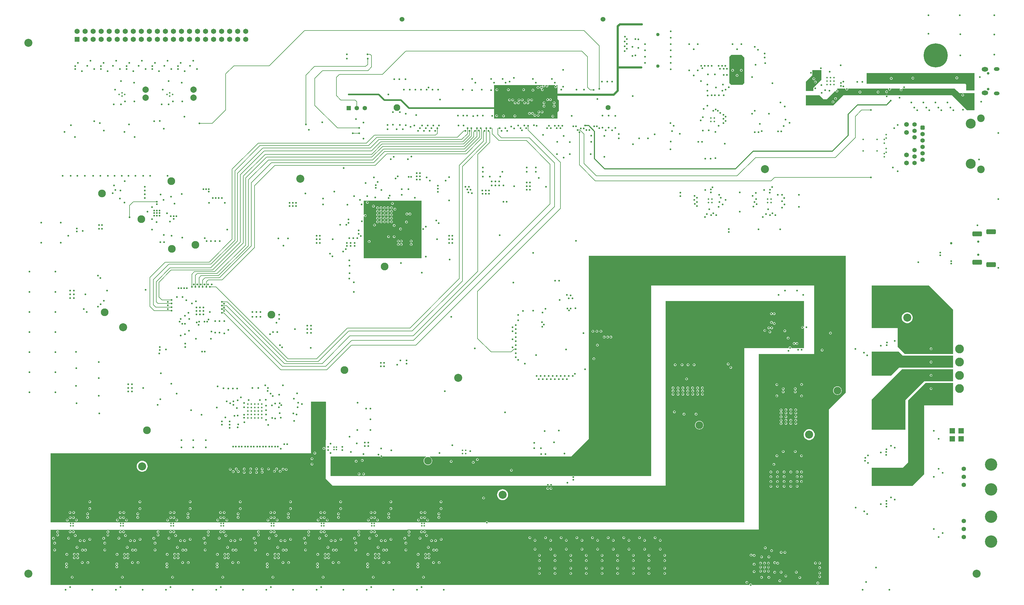
<source format=gbr>
%TF.GenerationSoftware,Altium Limited,Altium Designer,22.6.1 (34)*%
G04 Layer_Physical_Order=10*
G04 Layer_Color=4660084*
%FSLAX26Y26*%
%MOIN*%
%TF.SameCoordinates,08F94D22-2ED8-4738-ABBF-34BB79D8E07D*%
%TF.FilePolarity,Positive*%
%TF.FileFunction,Copper,L10,Inr,Signal*%
%TF.Part,Single*%
G01*
G75*
%TA.AperFunction,Conductor*%
%ADD114C,0.007874*%
%ADD119C,0.011811*%
%ADD122C,0.007992*%
%ADD136C,0.027559*%
%TA.AperFunction,ComponentPad*%
%ADD142R,0.067913X0.067913*%
%ADD143C,0.020000*%
%ADD144C,0.096457*%
%ADD145C,0.078740*%
%ADD146R,0.054685X0.054685*%
%ADD147C,0.054685*%
%ADD148C,0.031496*%
G04:AMPARAMS|DCode=149|XSize=57.087mil|YSize=78.74mil|CornerRadius=28.543mil|HoleSize=0mil|Usage=FLASHONLY|Rotation=90.000|XOffset=0mil|YOffset=0mil|HoleType=Round|Shape=RoundedRectangle|*
%AMROUNDEDRECTD149*
21,1,0.057087,0.021654,0,0,90.0*
21,1,0.000000,0.078740,0,0,90.0*
1,1,0.057087,0.010827,0.000000*
1,1,0.057087,0.010827,0.000000*
1,1,0.057087,-0.010827,0.000000*
1,1,0.057087,-0.010827,0.000000*
%
%ADD149ROUNDEDRECTD149*%
G04:AMPARAMS|DCode=150|XSize=45.276mil|YSize=70.866mil|CornerRadius=22.638mil|HoleSize=0mil|Usage=FLASHONLY|Rotation=90.000|XOffset=0mil|YOffset=0mil|HoleType=Round|Shape=RoundedRectangle|*
%AMROUNDEDRECTD150*
21,1,0.045276,0.025590,0,0,90.0*
21,1,0.000000,0.070866,0,0,90.0*
1,1,0.045276,0.012795,0.000000*
1,1,0.045276,0.012795,0.000000*
1,1,0.045276,-0.012795,0.000000*
1,1,0.045276,-0.012795,0.000000*
%
%ADD150ROUNDEDRECTD150*%
%ADD151C,0.055000*%
%ADD152C,0.154000*%
%ADD153C,0.064961*%
%ADD154R,0.064961X0.064961*%
%ADD155C,0.060000*%
G04:AMPARAMS|DCode=156|XSize=62.992mil|YSize=120.079mil|CornerRadius=15.748mil|HoleSize=0mil|Usage=FLASHONLY|Rotation=90.000|XOffset=0mil|YOffset=0mil|HoleType=Round|Shape=RoundedRectangle|*
%AMROUNDEDRECTD156*
21,1,0.062992,0.088583,0,0,90.0*
21,1,0.031496,0.120079,0,0,90.0*
1,1,0.031496,0.044291,0.015748*
1,1,0.031496,0.044291,-0.015748*
1,1,0.031496,-0.044291,-0.015748*
1,1,0.031496,-0.044291,0.015748*
%
%ADD156ROUNDEDRECTD156*%
%ADD157C,0.028543*%
%ADD158C,0.083000*%
%ADD159C,0.063000*%
%ADD160C,0.100000*%
%ADD161C,0.300000*%
%ADD162C,0.110000*%
%ADD163C,0.042520*%
%ADD164C,0.124016*%
%ADD165C,0.094488*%
%ADD166C,0.059843*%
%ADD167C,0.055118*%
G04:AMPARAMS|DCode=168|XSize=55.118mil|YSize=55.118mil|CornerRadius=13.78mil|HoleSize=0mil|Usage=FLASHONLY|Rotation=270.000|XOffset=0mil|YOffset=0mil|HoleType=Round|Shape=RoundedRectangle|*
%AMROUNDEDRECTD168*
21,1,0.055118,0.027559,0,0,270.0*
21,1,0.027559,0.055118,0,0,270.0*
1,1,0.027559,-0.013780,-0.013780*
1,1,0.027559,-0.013780,0.013780*
1,1,0.027559,0.013780,0.013780*
1,1,0.027559,0.013780,-0.013780*
%
%ADD168ROUNDEDRECTD168*%
%TA.AperFunction,ViaPad*%
%ADD169C,0.021654*%
%ADD170C,0.040000*%
%ADD171C,0.019000*%
%ADD172C,0.027559*%
%ADD173C,0.030000*%
%ADD174C,0.019685*%
%TA.AperFunction,Conductor*%
%ADD183C,0.006890*%
%ADD184C,0.021654*%
G36*
X9259587Y6875583D02*
Y6557224D01*
X9236220Y6533858D01*
X9097811D01*
X9074409Y6557260D01*
Y6882905D01*
X9099378Y6907874D01*
X9227295Y6907874D01*
X9259587Y6875583D01*
D02*
G37*
G36*
X6933630Y6115386D02*
X6756367D01*
X6464299Y6115386D01*
X6144882Y6115386D01*
X6144882Y6529636D01*
X6743196D01*
X6745917Y6524635D01*
X6744903Y6519539D01*
X6745628Y6515896D01*
X6742514Y6513938D01*
X6741008Y6513491D01*
X6736159Y6516731D01*
X6729983Y6517960D01*
X6723808Y6516731D01*
X6718573Y6513233D01*
X6715075Y6507998D01*
X6713846Y6501823D01*
X6715075Y6495648D01*
X6718573Y6490413D01*
X6723808Y6486914D01*
X6729441Y6485794D01*
X6730961Y6483713D01*
X6732282Y6481045D01*
X6731243Y6479490D01*
X6730015Y6473315D01*
X6731243Y6467140D01*
X6734741Y6461904D01*
X6739976Y6458406D01*
X6746151Y6457178D01*
X6752327Y6458406D01*
X6757562Y6461904D01*
X6761060Y6467140D01*
X6762288Y6473315D01*
X6761060Y6479490D01*
X6757562Y6484725D01*
X6752327Y6488223D01*
X6746693Y6489344D01*
X6745174Y6491425D01*
X6743853Y6494092D01*
X6744892Y6495648D01*
X6746120Y6501823D01*
X6745395Y6505466D01*
X6748509Y6507424D01*
X6750015Y6507872D01*
X6754865Y6504631D01*
X6761040Y6503403D01*
X6767215Y6504631D01*
X6772450Y6508129D01*
X6775949Y6513364D01*
X6777177Y6519539D01*
X6776163Y6524635D01*
X6778885Y6529636D01*
X6783550D01*
X6786271Y6524635D01*
X6785258Y6519539D01*
X6786486Y6513364D01*
X6789984Y6508129D01*
X6795219Y6504631D01*
X6801395Y6503403D01*
X6807570Y6504631D01*
X6812805Y6508129D01*
X6816303Y6513364D01*
X6817531Y6519539D01*
X6816518Y6524635D01*
X6819239Y6529636D01*
X6903002D01*
X6904036Y6524636D01*
X6899858Y6521843D01*
X6896359Y6516608D01*
X6895131Y6510433D01*
X6896359Y6504258D01*
X6899858Y6499023D01*
X6905093Y6495525D01*
X6911268Y6494296D01*
X6917443Y6495525D01*
X6922678Y6499023D01*
X6926176Y6504258D01*
X6927405Y6510433D01*
X6926176Y6516608D01*
X6922678Y6521843D01*
X6918500Y6524636D01*
X6919534Y6529636D01*
X6933630D01*
Y6115386D01*
D02*
G37*
G36*
X12126378Y6464961D02*
X12023622D01*
Y6537401D01*
X12012992Y6548032D01*
X10784646D01*
Y6679921D01*
X12126378D01*
Y6464961D01*
D02*
G37*
G36*
X10221307Y6598866D02*
X10120959Y6498518D01*
X10121220Y6462210D01*
X10117697Y6458661D01*
X10028346Y6458661D01*
X10028347Y6573622D01*
X10107480Y6652757D01*
X10107480Y6716535D01*
X10221307Y6716535D01*
X10221307Y6598866D01*
D02*
G37*
G36*
X11939814Y6432677D02*
X12126378D01*
Y6242126D01*
Y6218504D01*
X12032677D01*
X11848031Y6403150D01*
X11044674Y6403150D01*
X11041965Y6405858D01*
X11036148Y6408268D01*
X11029852D01*
X11024035Y6405858D01*
X11021326Y6403150D01*
X10492520D01*
X10366535Y6277165D01*
X10028346D01*
Y6403150D01*
X10198425D01*
X10246850Y6354724D01*
X10287401D01*
X10393127Y6460450D01*
X10398127Y6458379D01*
Y6454217D01*
X10400537Y6448400D01*
X10404989Y6443947D01*
X10410806Y6441538D01*
X10417102D01*
X10422919Y6443947D01*
X10427371Y6448400D01*
X10429781Y6454217D01*
Y6460513D01*
X10427371Y6466330D01*
X10422919Y6470782D01*
X10417102Y6473191D01*
X10412940D01*
X10410868Y6478191D01*
X10419291Y6486614D01*
X10518521D01*
X10521038Y6482848D01*
Y6476552D01*
X10523447Y6470735D01*
X10527899Y6466283D01*
X10533716Y6463873D01*
X10540013D01*
X10545830Y6466283D01*
X10550282Y6470735D01*
X10552691Y6476552D01*
Y6482848D01*
X10555208Y6486614D01*
X11051857D01*
X11054173Y6483148D01*
Y6476852D01*
X11056583Y6471035D01*
X11061035Y6466583D01*
X11066852Y6464173D01*
X11073148D01*
X11078965Y6466583D01*
X11083417Y6471035D01*
X11085827Y6476852D01*
Y6483148D01*
X11088143Y6486614D01*
X11197602D01*
X11199673Y6481614D01*
X11199583Y6481524D01*
X11197173Y6475707D01*
Y6469411D01*
X11199583Y6463594D01*
X11204035Y6459142D01*
X11209852Y6456732D01*
X11216148D01*
X11221965Y6459142D01*
X11226417Y6463594D01*
X11228827Y6469411D01*
Y6475707D01*
X11226417Y6481524D01*
X11226327Y6481614D01*
X11228398Y6486614D01*
X11877662D01*
X11939814Y6432677D01*
D02*
G37*
G36*
X5240158Y4373599D02*
X4520866D01*
Y4895750D01*
X4525866Y4897267D01*
X4528218Y4893747D01*
X4533453Y4890249D01*
X4539628Y4889021D01*
X4545804Y4890249D01*
X4551039Y4893747D01*
X4554537Y4898982D01*
X4555765Y4905158D01*
X4554537Y4911333D01*
X4551039Y4916568D01*
X4545804Y4920066D01*
X4539628Y4921294D01*
X4533453Y4920066D01*
X4528218Y4916568D01*
X4525866Y4913048D01*
X4520866Y4914565D01*
Y5091732D01*
X5240157Y5091732D01*
X5240158Y4373599D01*
D02*
G37*
G36*
X9702511Y3840772D02*
X10005122D01*
X10005122Y3518593D01*
X10000122Y3518100D01*
X9999908Y3519175D01*
X9996410Y3524410D01*
X9991175Y3527909D01*
X9985000Y3529137D01*
X9978825Y3527909D01*
X9973590Y3524410D01*
X9970092Y3519175D01*
X9968863Y3513000D01*
X9970092Y3506825D01*
X9973590Y3501590D01*
X9978825Y3498091D01*
X9985000Y3496863D01*
X9991175Y3498091D01*
X9996410Y3501590D01*
X9999908Y3506825D01*
X10000122Y3507900D01*
X10005122Y3507408D01*
X10005123Y3255963D01*
X9847809D01*
X9846137Y3258000D01*
X9844908Y3264175D01*
X9841410Y3269410D01*
X9836175Y3272909D01*
X9830000Y3274137D01*
X9823825Y3272909D01*
X9818590Y3269410D01*
X9815092Y3264175D01*
X9813863Y3258000D01*
X9812191Y3255963D01*
X9261023Y3255963D01*
X9261024Y1083464D01*
X6070076Y1083465D01*
X6069239Y1087671D01*
X6065741Y1092907D01*
X6060506Y1096405D01*
X6054331Y1097633D01*
X6048155Y1096405D01*
X6042920Y1092907D01*
X6039422Y1087671D01*
X6038585Y1083465D01*
X5283096D01*
X5281353Y1084630D01*
X5275500Y1085794D01*
X5269647Y1084630D01*
X5267904Y1083465D01*
X5252096D01*
X5250353Y1084630D01*
X5244500Y1085794D01*
X5238647Y1084630D01*
X5236904Y1083465D01*
X4658096Y1083465D01*
X4656353Y1084630D01*
X4650500Y1085794D01*
X4644647Y1084630D01*
X4642904Y1083465D01*
X4627096D01*
X4625353Y1084630D01*
X4619500Y1085794D01*
X4613647Y1084630D01*
X4611904Y1083465D01*
X4033096D01*
X4031353Y1084630D01*
X4025500Y1085794D01*
X4019647Y1084630D01*
X4017904Y1083465D01*
X4002096D01*
X4000353Y1084630D01*
X3994500Y1085794D01*
X3988647Y1084630D01*
X3986904Y1083465D01*
X3408096D01*
X3406353Y1084630D01*
X3400500Y1085794D01*
X3394647Y1084630D01*
X3392904Y1083465D01*
X3377096D01*
X3375353Y1084630D01*
X3369500Y1085794D01*
X3363647Y1084630D01*
X3361904Y1083465D01*
X2783096D01*
X2781353Y1084630D01*
X2775500Y1085794D01*
X2769647Y1084630D01*
X2767904Y1083465D01*
X2752096D01*
X2750353Y1084630D01*
X2744500Y1085794D01*
X2738647Y1084630D01*
X2736904Y1083465D01*
X2158096D01*
X2156353Y1084630D01*
X2150500Y1085794D01*
X2144647Y1084630D01*
X2142904Y1083465D01*
X2127096D01*
X2125353Y1084630D01*
X2119500Y1085794D01*
X2113647Y1084630D01*
X2111904Y1083465D01*
X1533096Y1083465D01*
X1531353Y1084630D01*
X1525500Y1085794D01*
X1519647Y1084630D01*
X1517904Y1083465D01*
X1502096D01*
X1500353Y1084630D01*
X1494500Y1085794D01*
X1488647Y1084630D01*
X1486904Y1083465D01*
X908096D01*
X906353Y1084630D01*
X900500Y1085794D01*
X894647Y1084630D01*
X892904Y1083465D01*
X877096D01*
X875353Y1084630D01*
X869500Y1085794D01*
X863647Y1084630D01*
X861904Y1083465D01*
X619291D01*
X619291Y1944094D01*
X3863386Y1944094D01*
Y2588976D01*
X4047798D01*
X4051325Y2585433D01*
X4047004Y1627192D01*
X4132472Y1541338D01*
X6801320Y1541338D01*
X6801605Y1540912D01*
X6806840Y1537414D01*
X6813015Y1536186D01*
X6819190Y1537414D01*
X6824426Y1540912D01*
X6824710Y1541338D01*
X6841044D01*
X6841329Y1540912D01*
X6846564Y1537414D01*
X6852739Y1536186D01*
X6858915Y1537414D01*
X6864150Y1540912D01*
X6864435Y1541338D01*
X8281496D01*
X8281497Y3840772D01*
X9702511Y3840772D01*
D02*
G37*
G36*
X10523631Y4403149D02*
Y3285939D01*
X10523857Y2698676D01*
X10315130Y2489948D01*
X10315129Y305512D01*
X9356470D01*
X9355408Y310849D01*
X9351910Y316084D01*
X9346675Y319582D01*
X9340500Y320810D01*
X9334325Y319582D01*
X9329090Y316084D01*
X9325591Y310849D01*
X9324530Y305512D01*
X619291Y305512D01*
X619291Y991145D01*
X9441339Y993388D01*
X9441338Y3182677D01*
X10132283Y3182677D01*
X10132284Y4034080D01*
X8101263Y4034080D01*
X8101262Y1659449D01*
X7142564Y1659449D01*
X7138049Y1662466D01*
X7131873Y1663695D01*
X7125698Y1662466D01*
X7121183Y1659449D01*
X4106693Y1659449D01*
X4106693Y1903149D01*
X4725027D01*
X4725092Y1902825D01*
X4728590Y1897590D01*
X4733825Y1894091D01*
X4740000Y1892863D01*
X4746175Y1894091D01*
X4751410Y1897590D01*
X4754908Y1902825D01*
X4754973Y1903149D01*
X5296157Y1903150D01*
X5297151Y1898150D01*
X5293156Y1896495D01*
X5282037Y1887963D01*
X5273505Y1876844D01*
X5268142Y1863895D01*
X5266312Y1850000D01*
X5268142Y1836105D01*
X5273505Y1823156D01*
X5282037Y1812037D01*
X5293156Y1803505D01*
X5306105Y1798142D01*
X5320000Y1796312D01*
X5333895Y1798142D01*
X5346844Y1803505D01*
X5357963Y1812037D01*
X5366495Y1823156D01*
X5371858Y1836105D01*
X5373688Y1850000D01*
X5371858Y1863895D01*
X5366495Y1876844D01*
X5357963Y1887963D01*
X5346844Y1896495D01*
X5342849Y1898150D01*
X5343843Y1903150D01*
X7102756Y1903150D01*
X7324016Y2124409D01*
Y4403150D01*
X10523631Y4403149D01*
D02*
G37*
G36*
X11860236Y3735763D02*
Y3180000D01*
X11260000D01*
X11170000Y3270000D01*
Y3504000D01*
X10849000D01*
Y4035000D01*
X11561000D01*
X11860236Y3735763D01*
D02*
G37*
G36*
X11232998Y3160002D02*
X11860236Y3159998D01*
Y3010000D01*
X11188000D01*
X11088000Y2910000D01*
X10849016D01*
Y3210000D01*
X11183000D01*
X11232998Y3160002D01*
D02*
G37*
G36*
X11860236Y2990000D02*
Y2840000D01*
X11502000D01*
X11269000Y2607000D01*
X11269000Y2239000D01*
X10849016D01*
Y2613016D01*
X11226000Y2990000D01*
X11860236Y2990000D01*
D02*
G37*
G36*
Y2820000D02*
Y2540000D01*
X11500000D01*
Y1684000D01*
X11354000Y1538000D01*
X10849016D01*
Y1765000D01*
X11235000D01*
X11300000Y1830000D01*
Y2601000D01*
X11519000Y2820000D01*
X11860236Y2820000D01*
D02*
G37*
%LPC*%
G36*
X9223591Y6731097D02*
X9217415Y6729869D01*
X9212180Y6726371D01*
X9208682Y6721136D01*
X9207454Y6714961D01*
X9208682Y6708785D01*
X9212180Y6703550D01*
X9217415Y6700052D01*
X9223591Y6698824D01*
X9229766Y6700052D01*
X9235001Y6703550D01*
X9238499Y6708785D01*
X9239728Y6714961D01*
X9238499Y6721136D01*
X9235001Y6726371D01*
X9229766Y6729869D01*
X9223591Y6731097D01*
D02*
G37*
G36*
X9114505D02*
X9108329Y6729869D01*
X9103094Y6726371D01*
X9099596Y6721136D01*
X9098368Y6714961D01*
X9099596Y6708785D01*
X9103094Y6703550D01*
X9108329Y6700052D01*
X9114505Y6698824D01*
X9120680Y6700052D01*
X9125915Y6703550D01*
X9129413Y6708785D01*
X9130641Y6714961D01*
X9129413Y6721136D01*
X9125915Y6726371D01*
X9120680Y6729869D01*
X9114505Y6731097D01*
D02*
G37*
G36*
X9170669Y6667884D02*
X9164494Y6666656D01*
X9159259Y6663158D01*
X9155761Y6657923D01*
X9154532Y6651748D01*
X9155761Y6645572D01*
X9159259Y6640337D01*
X9164494Y6636839D01*
X9170669Y6635611D01*
X9176845Y6636839D01*
X9182080Y6640337D01*
X9185578Y6645572D01*
X9186806Y6651748D01*
X9185578Y6657923D01*
X9182080Y6663158D01*
X9176845Y6666656D01*
X9170669Y6667884D01*
D02*
G37*
G36*
X6690700Y6517960D02*
X6684525Y6516731D01*
X6679289Y6513233D01*
X6675791Y6507998D01*
X6674563Y6501823D01*
X6675791Y6495648D01*
X6679289Y6490413D01*
X6684525Y6486914D01*
X6690700Y6485686D01*
X6696875Y6486914D01*
X6702110Y6490413D01*
X6705608Y6495648D01*
X6706837Y6501823D01*
X6705608Y6507998D01*
X6702110Y6513233D01*
X6696875Y6516731D01*
X6690700Y6517960D01*
D02*
G37*
G36*
X6512460Y6489452D02*
X6506285Y6488223D01*
X6501050Y6484725D01*
X6497551Y6479490D01*
X6496323Y6473315D01*
X6497551Y6467140D01*
X6501050Y6461904D01*
X6506285Y6458406D01*
X6512460Y6457178D01*
X6518635Y6458406D01*
X6523870Y6461904D01*
X6527368Y6467140D01*
X6528597Y6473315D01*
X6527368Y6479490D01*
X6523870Y6484725D01*
X6518635Y6488223D01*
X6512460Y6489452D01*
D02*
G37*
G36*
X6320991D02*
X6314816Y6488223D01*
X6309581Y6484725D01*
X6306083Y6479490D01*
X6304855Y6473315D01*
X6306083Y6467140D01*
X6309581Y6461904D01*
X6314816Y6458406D01*
X6320991Y6457178D01*
X6327167Y6458406D01*
X6332402Y6461904D01*
X6335900Y6467140D01*
X6337128Y6473315D01*
X6335900Y6479490D01*
X6332402Y6484725D01*
X6327167Y6488223D01*
X6320991Y6489452D01*
D02*
G37*
G36*
X6179271D02*
X6173096Y6488223D01*
X6167861Y6484725D01*
X6164363Y6479490D01*
X6163135Y6473315D01*
X6164363Y6467140D01*
X6167861Y6461904D01*
X6173096Y6458406D01*
X6179271Y6457178D01*
X6185447Y6458406D01*
X6190682Y6461904D01*
X6194180Y6467140D01*
X6195408Y6473315D01*
X6194180Y6479490D01*
X6190682Y6484725D01*
X6185447Y6488223D01*
X6179271Y6489452D01*
D02*
G37*
G36*
X6628065Y6484016D02*
X6621890Y6482788D01*
X6616655Y6479290D01*
X6613157Y6474055D01*
X6611928Y6467880D01*
X6613157Y6461704D01*
X6616655Y6456469D01*
X6621890Y6452971D01*
X6628065Y6451743D01*
X6634240Y6452971D01*
X6639476Y6456469D01*
X6642974Y6461704D01*
X6644202Y6467880D01*
X6642974Y6474055D01*
X6639476Y6479290D01*
X6634240Y6482788D01*
X6628065Y6484016D01*
D02*
G37*
G36*
X6845388Y6366903D02*
X6839213Y6365675D01*
X6833978Y6362177D01*
X6831439Y6358377D01*
X6830803Y6358178D01*
X6826519D01*
X6825883Y6358377D01*
X6823344Y6362177D01*
X6818109Y6365675D01*
X6811934Y6366903D01*
X6805758Y6365675D01*
X6800523Y6362177D01*
X6797025Y6356941D01*
X6795797Y6350766D01*
X6797025Y6344591D01*
X6800523Y6339356D01*
X6805758Y6335858D01*
X6811934Y6334629D01*
X6818109Y6335858D01*
X6823344Y6339356D01*
X6825883Y6343156D01*
X6826519Y6343354D01*
X6830803D01*
X6831439Y6343156D01*
X6833978Y6339356D01*
X6839213Y6335858D01*
X6845388Y6334629D01*
X6851564Y6335858D01*
X6856799Y6339356D01*
X6860297Y6344591D01*
X6861525Y6350766D01*
X6860297Y6356941D01*
X6856799Y6362177D01*
X6851564Y6365675D01*
X6845388Y6366903D01*
D02*
G37*
G36*
X6612720Y6362283D02*
X6606544Y6361054D01*
X6601309Y6357556D01*
X6597811Y6352321D01*
X6596583Y6346146D01*
X6597811Y6339970D01*
X6601309Y6334735D01*
X6606544Y6331237D01*
X6612720Y6330009D01*
X6618895Y6331237D01*
X6624130Y6334735D01*
X6627628Y6339970D01*
X6628856Y6346146D01*
X6627628Y6352321D01*
X6624130Y6357556D01*
X6618895Y6361054D01*
X6612720Y6362283D01*
D02*
G37*
G36*
X6572365D02*
X6566190Y6361054D01*
X6560955Y6357556D01*
X6557457Y6352321D01*
X6556229Y6346146D01*
X6557457Y6339970D01*
X6560955Y6334735D01*
X6566190Y6331237D01*
X6572365Y6330009D01*
X6578541Y6331237D01*
X6583776Y6334735D01*
X6587274Y6339970D01*
X6588502Y6346146D01*
X6587274Y6352321D01*
X6583776Y6357556D01*
X6578541Y6361054D01*
X6572365Y6362283D01*
D02*
G37*
G36*
X6494620D02*
X6488444Y6361054D01*
X6483209Y6357556D01*
X6479711Y6352321D01*
X6478483Y6346146D01*
X6479711Y6339970D01*
X6483209Y6334735D01*
X6488444Y6331237D01*
X6494620Y6330009D01*
X6500795Y6331237D01*
X6506030Y6334735D01*
X6509528Y6339970D01*
X6510757Y6346146D01*
X6509528Y6352321D01*
X6506030Y6357556D01*
X6500795Y6361054D01*
X6494620Y6362283D01*
D02*
G37*
G36*
X6454265D02*
X6448090Y6361054D01*
X6442855Y6357556D01*
X6439357Y6352321D01*
X6438128Y6346146D01*
X6439357Y6339970D01*
X6442855Y6334735D01*
X6448090Y6331237D01*
X6454265Y6330009D01*
X6460441Y6331237D01*
X6465676Y6334735D01*
X6469174Y6339970D01*
X6470402Y6346146D01*
X6469174Y6352321D01*
X6465676Y6357556D01*
X6460441Y6361054D01*
X6454265Y6362283D01*
D02*
G37*
G36*
X6376520D02*
X6370344Y6361054D01*
X6365109Y6357556D01*
X6361611Y6352321D01*
X6360383Y6346146D01*
X6361611Y6339970D01*
X6365109Y6334735D01*
X6370344Y6331237D01*
X6376520Y6330009D01*
X6382695Y6331237D01*
X6387930Y6334735D01*
X6391428Y6339970D01*
X6392656Y6346146D01*
X6391428Y6352321D01*
X6387930Y6357556D01*
X6382695Y6361054D01*
X6376520Y6362283D01*
D02*
G37*
G36*
X6336165D02*
X6329990Y6361054D01*
X6324755Y6357556D01*
X6321257Y6352321D01*
X6320028Y6346146D01*
X6321257Y6339970D01*
X6324755Y6334735D01*
X6329990Y6331237D01*
X6336165Y6330009D01*
X6342341Y6331237D01*
X6347576Y6334735D01*
X6351074Y6339970D01*
X6352302Y6346146D01*
X6351074Y6352321D01*
X6347576Y6357556D01*
X6342341Y6361054D01*
X6336165Y6362283D01*
D02*
G37*
G36*
X6891335Y6326373D02*
X6885159Y6325145D01*
X6879924Y6321647D01*
X6876426Y6316412D01*
X6875198Y6310236D01*
X6876426Y6304061D01*
X6879924Y6298826D01*
X6885159Y6295328D01*
X6891335Y6294100D01*
X6897510Y6295328D01*
X6902745Y6298826D01*
X6906243Y6304061D01*
X6907471Y6310236D01*
X6906243Y6316412D01*
X6902745Y6321647D01*
X6897510Y6325145D01*
X6891335Y6326373D01*
D02*
G37*
G36*
X6765980D02*
X6759805Y6325145D01*
X6754570Y6321647D01*
X6751072Y6316412D01*
X6749843Y6310236D01*
X6751072Y6304061D01*
X6754570Y6298826D01*
X6759805Y6295328D01*
X6765980Y6294100D01*
X6772156Y6295328D01*
X6777391Y6298826D01*
X6780889Y6304061D01*
X6782117Y6310236D01*
X6780889Y6316412D01*
X6777391Y6321647D01*
X6772156Y6325145D01*
X6765980Y6326373D01*
D02*
G37*
G36*
X6565191Y6326062D02*
X6559016Y6324834D01*
X6553781Y6321336D01*
X6550283Y6316101D01*
X6549054Y6309925D01*
X6550283Y6303750D01*
X6553781Y6298515D01*
X6559016Y6295017D01*
X6565191Y6293788D01*
X6571366Y6295017D01*
X6576601Y6298515D01*
X6580100Y6303750D01*
X6581328Y6309925D01*
X6580100Y6316101D01*
X6576601Y6321336D01*
X6571366Y6324834D01*
X6565191Y6326062D01*
D02*
G37*
G36*
X6524837D02*
X6518661Y6324834D01*
X6513426Y6321336D01*
X6509928Y6316101D01*
X6508700Y6309925D01*
X6509928Y6303750D01*
X6513426Y6298515D01*
X6518661Y6295017D01*
X6524837Y6293788D01*
X6531012Y6295017D01*
X6536247Y6298515D01*
X6539745Y6303750D01*
X6540974Y6309925D01*
X6539745Y6316101D01*
X6536247Y6321336D01*
X6531012Y6324834D01*
X6524837Y6326062D01*
D02*
G37*
G36*
X6447091D02*
X6440916Y6324834D01*
X6435681Y6321336D01*
X6432183Y6316101D01*
X6430954Y6309925D01*
X6432183Y6303750D01*
X6435681Y6298515D01*
X6440916Y6295017D01*
X6447091Y6293788D01*
X6453266Y6295017D01*
X6458502Y6298515D01*
X6462000Y6303750D01*
X6463228Y6309925D01*
X6462000Y6316101D01*
X6458502Y6321336D01*
X6453266Y6324834D01*
X6447091Y6326062D01*
D02*
G37*
G36*
X6406737D02*
X6400561Y6324834D01*
X6395326Y6321336D01*
X6391828Y6316101D01*
X6390600Y6309925D01*
X6391828Y6303750D01*
X6395326Y6298515D01*
X6400561Y6295017D01*
X6406737Y6293788D01*
X6412912Y6295017D01*
X6418147Y6298515D01*
X6421645Y6303750D01*
X6422873Y6309925D01*
X6421645Y6316101D01*
X6418147Y6321336D01*
X6412912Y6324834D01*
X6406737Y6326062D01*
D02*
G37*
G36*
X6891339Y6284641D02*
X6885163Y6283412D01*
X6879928Y6279914D01*
X6876430Y6274679D01*
X6875202Y6268504D01*
X6876430Y6262329D01*
X6879928Y6257093D01*
X6885163Y6253595D01*
X6891339Y6252367D01*
X6897514Y6253595D01*
X6902749Y6257093D01*
X6906247Y6262329D01*
X6907475Y6268504D01*
X6906247Y6274679D01*
X6902749Y6279914D01*
X6897514Y6283412D01*
X6891339Y6284641D01*
D02*
G37*
G36*
X6765984D02*
X6759809Y6283412D01*
X6754574Y6279914D01*
X6751076Y6274679D01*
X6749847Y6268504D01*
X6751076Y6262329D01*
X6754574Y6257093D01*
X6759809Y6253595D01*
X6765984Y6252367D01*
X6772159Y6253595D01*
X6777395Y6257093D01*
X6780893Y6262329D01*
X6782121Y6268504D01*
X6780893Y6274679D01*
X6777395Y6279914D01*
X6772159Y6283412D01*
X6765984Y6284641D01*
D02*
G37*
G36*
X6742343Y6212676D02*
X6736168Y6211448D01*
X6730933Y6207950D01*
X6727435Y6202715D01*
X6726207Y6196539D01*
X6727435Y6190364D01*
X6730933Y6185129D01*
X6736168Y6181631D01*
X6742343Y6180403D01*
X6748519Y6181631D01*
X6753754Y6185129D01*
X6757252Y6190364D01*
X6758480Y6196539D01*
X6757252Y6202715D01*
X6753754Y6207950D01*
X6748519Y6211448D01*
X6742343Y6212676D01*
D02*
G37*
G36*
X6701989D02*
X6695814Y6211448D01*
X6690579Y6207950D01*
X6687081Y6202715D01*
X6685852Y6196539D01*
X6687081Y6190364D01*
X6690579Y6185129D01*
X6695814Y6181631D01*
X6701989Y6180403D01*
X6708164Y6181631D01*
X6713400Y6185129D01*
X6716898Y6190364D01*
X6718126Y6196539D01*
X6716898Y6202715D01*
X6713400Y6207950D01*
X6708164Y6211448D01*
X6701989Y6212676D01*
D02*
G37*
G36*
X6623692Y6194960D02*
X6617517Y6193731D01*
X6612282Y6190233D01*
X6608784Y6184998D01*
X6607556Y6178823D01*
X6608784Y6172648D01*
X6612282Y6167413D01*
X6617517Y6163914D01*
X6623692Y6162686D01*
X6629868Y6163914D01*
X6635103Y6167413D01*
X6638601Y6172648D01*
X6639829Y6178823D01*
X6638601Y6184998D01*
X6635103Y6190233D01*
X6629868Y6193731D01*
X6623692Y6194960D01*
D02*
G37*
G36*
X6584409D02*
X6578234Y6193731D01*
X6572998Y6190233D01*
X6569500Y6184998D01*
X6568272Y6178823D01*
X6569500Y6172648D01*
X6572998Y6167413D01*
X6578234Y6163914D01*
X6584409Y6162686D01*
X6590584Y6163914D01*
X6595819Y6167413D01*
X6599317Y6172648D01*
X6600546Y6178823D01*
X6599317Y6184998D01*
X6595819Y6190233D01*
X6590584Y6193731D01*
X6584409Y6194960D01*
D02*
G37*
G36*
X6694119Y6170353D02*
X6687944Y6169125D01*
X6682709Y6165627D01*
X6679211Y6160392D01*
X6677982Y6154217D01*
X6679211Y6148041D01*
X6682709Y6142806D01*
X6687944Y6139308D01*
X6694119Y6138080D01*
X6700294Y6139308D01*
X6705530Y6142806D01*
X6709028Y6148041D01*
X6710256Y6154217D01*
X6709028Y6160392D01*
X6705530Y6165627D01*
X6700294Y6169125D01*
X6694119Y6170353D01*
D02*
G37*
G36*
X6653765D02*
X6647590Y6169125D01*
X6642354Y6165627D01*
X6638856Y6160392D01*
X6637628Y6154217D01*
X6638856Y6148041D01*
X6642354Y6142806D01*
X6647590Y6139308D01*
X6653765Y6138080D01*
X6659940Y6139308D01*
X6665175Y6142806D01*
X6668673Y6148041D01*
X6669902Y6154217D01*
X6668673Y6160392D01*
X6665175Y6165627D01*
X6659940Y6169125D01*
X6653765Y6170353D01*
D02*
G37*
G36*
X6177078Y6165896D02*
X6170902Y6164668D01*
X6165667Y6161170D01*
X6162169Y6155935D01*
X6160941Y6149760D01*
X6162169Y6143584D01*
X6165667Y6138349D01*
X6170902Y6134851D01*
X6177078Y6133623D01*
X6183253Y6134851D01*
X6188488Y6138349D01*
X6191986Y6143584D01*
X6193214Y6149760D01*
X6191986Y6155935D01*
X6188488Y6161170D01*
X6183253Y6164668D01*
X6177078Y6165896D01*
D02*
G37*
G36*
X6403425Y6163665D02*
X6397250Y6162436D01*
X6392015Y6158938D01*
X6388517Y6153703D01*
X6387288Y6147528D01*
X6388517Y6141353D01*
X6392015Y6136118D01*
X6397250Y6132619D01*
X6403425Y6131391D01*
X6409600Y6132619D01*
X6414836Y6136118D01*
X6418334Y6141353D01*
X6419562Y6147528D01*
X6418334Y6153703D01*
X6414836Y6158938D01*
X6409600Y6162436D01*
X6403425Y6163665D01*
D02*
G37*
G36*
X6261705D02*
X6255530Y6162436D01*
X6250295Y6158938D01*
X6246797Y6153703D01*
X6245568Y6147528D01*
X6246797Y6141353D01*
X6250295Y6136118D01*
X6255530Y6132619D01*
X6261705Y6131391D01*
X6267880Y6132619D01*
X6273115Y6136118D01*
X6276614Y6141353D01*
X6277842Y6147528D01*
X6276614Y6153703D01*
X6273115Y6158938D01*
X6267880Y6162436D01*
X6261705Y6163665D01*
D02*
G37*
G36*
X6875827Y6159765D02*
X6869651Y6158536D01*
X6864416Y6155038D01*
X6860918Y6149803D01*
X6859690Y6143628D01*
X6860918Y6137452D01*
X6864416Y6132217D01*
X6869651Y6128719D01*
X6875827Y6127491D01*
X6882002Y6128719D01*
X6887237Y6132217D01*
X6890735Y6137452D01*
X6891963Y6143628D01*
X6890735Y6149803D01*
X6887237Y6155038D01*
X6882002Y6158536D01*
X6875827Y6159765D01*
D02*
G37*
G36*
X11910628Y6636299D02*
X11904332D01*
X11898515Y6633890D01*
X11894063Y6629438D01*
X11891654Y6623620D01*
Y6617324D01*
X11894063Y6611507D01*
X11898515Y6607055D01*
X11904332Y6604646D01*
X11910628D01*
X11916445Y6607055D01*
X11920898Y6611507D01*
X11923307Y6617324D01*
Y6623620D01*
X11920898Y6629438D01*
X11916445Y6633890D01*
X11910628Y6636299D01*
D02*
G37*
G36*
X11362991Y6634331D02*
X11356694D01*
X11350877Y6631921D01*
X11346425Y6627469D01*
X11344016Y6621652D01*
Y6615356D01*
X11346425Y6609539D01*
X11350877Y6605087D01*
X11356694Y6602677D01*
X11362991D01*
X11368808Y6605087D01*
X11373260Y6609539D01*
X11375669Y6615356D01*
Y6621652D01*
X11373260Y6627469D01*
X11368808Y6631921D01*
X11362991Y6634331D01*
D02*
G37*
G36*
X11094487Y6629606D02*
X11088191D01*
X11082373Y6627197D01*
X11077921Y6622745D01*
X11075512Y6616928D01*
Y6610631D01*
X11077921Y6604814D01*
X11082373Y6600362D01*
X11088191Y6597953D01*
X11094487D01*
X11100304Y6600362D01*
X11104756Y6604814D01*
X11107165Y6610631D01*
Y6616928D01*
X11104756Y6622745D01*
X11100304Y6627197D01*
X11094487Y6629606D01*
D02*
G37*
G36*
X10126898Y6626137D02*
X10120722Y6624908D01*
X10115487Y6621410D01*
X10111989Y6616175D01*
X10110761Y6610000D01*
X10111989Y6603825D01*
X10115487Y6598590D01*
X10120722Y6595092D01*
X10126898Y6593863D01*
X10133073Y6595092D01*
X10138308Y6598590D01*
X10141806Y6603825D01*
X10143034Y6610000D01*
X10141806Y6616175D01*
X10138308Y6621410D01*
X10133073Y6624908D01*
X10126898Y6626137D01*
D02*
G37*
G36*
X10145559Y6585530D02*
X10139384Y6584302D01*
X10134149Y6580804D01*
X10130650Y6575569D01*
X10129422Y6569393D01*
X10130650Y6563218D01*
X10134149Y6557983D01*
X10139384Y6554485D01*
X10145559Y6553257D01*
X10151734Y6554485D01*
X10156969Y6557983D01*
X10160468Y6563218D01*
X10161696Y6569393D01*
X10160468Y6575569D01*
X10156969Y6580804D01*
X10151734Y6584302D01*
X10145559Y6585530D01*
D02*
G37*
G36*
X11036148Y6463386D02*
X11029852D01*
X11024035Y6460976D01*
X11019583Y6456524D01*
X11017173Y6450707D01*
Y6444411D01*
X11019583Y6438594D01*
X11024035Y6434142D01*
X11029852Y6431732D01*
X11036148D01*
X11041965Y6434142D01*
X11046417Y6438594D01*
X11048827Y6444411D01*
Y6450707D01*
X11046417Y6456524D01*
X11041965Y6460976D01*
X11036148Y6463386D01*
D02*
G37*
G36*
X10929132Y6459921D02*
X10922836D01*
X10917019Y6457512D01*
X10912567Y6453060D01*
X10910158Y6447243D01*
Y6440946D01*
X10912567Y6435129D01*
X10917019Y6430677D01*
X10922836Y6428268D01*
X10929132D01*
X10934949Y6430677D01*
X10939402Y6435129D01*
X10941811Y6440946D01*
Y6447243D01*
X10939402Y6453060D01*
X10934949Y6457512D01*
X10929132Y6459921D01*
D02*
G37*
G36*
X10704723D02*
X10698427D01*
X10692610Y6457512D01*
X10688157Y6453060D01*
X10685748Y6447243D01*
Y6440946D01*
X10688157Y6435129D01*
X10692610Y6430677D01*
X10698427Y6428268D01*
X10704723D01*
X10710540Y6430677D01*
X10714992Y6435129D01*
X10717401Y6440946D01*
Y6447243D01*
X10714992Y6453060D01*
X10710540Y6457512D01*
X10704723Y6459921D01*
D02*
G37*
G36*
X11984684Y6422827D02*
X11978388D01*
X11972571Y6420417D01*
X11968119Y6415965D01*
X11965709Y6410148D01*
Y6403852D01*
X11968119Y6398035D01*
X11972571Y6393583D01*
X11978388Y6391173D01*
X11984684D01*
X11990501Y6393583D01*
X11994953Y6398035D01*
X11997363Y6403852D01*
Y6410148D01*
X11994953Y6415965D01*
X11990501Y6420417D01*
X11984684Y6422827D01*
D02*
G37*
G36*
X10401046Y6378504D02*
X10394750D01*
X10388933Y6376095D01*
X10384481Y6371642D01*
X10382072Y6365825D01*
Y6359529D01*
X10384481Y6353712D01*
X10388933Y6349260D01*
X10394750Y6346850D01*
X10401046D01*
X10406863Y6349260D01*
X10411316Y6353712D01*
X10413725Y6359529D01*
Y6365825D01*
X10411316Y6371642D01*
X10406863Y6376095D01*
X10401046Y6378504D01*
D02*
G37*
G36*
X10368148Y6338348D02*
X10361852D01*
X10356035Y6335939D01*
X10351583Y6331486D01*
X10349173Y6325669D01*
Y6319373D01*
X10351583Y6313556D01*
X10356035Y6309104D01*
X10361852Y6306694D01*
X10368148D01*
X10373965Y6309104D01*
X10378417Y6313556D01*
X10380827Y6319373D01*
Y6325669D01*
X10378417Y6331486D01*
X10373965Y6335939D01*
X10368148Y6338348D01*
D02*
G37*
G36*
X4566508Y5085595D02*
X4560333Y5084367D01*
X4555098Y5080869D01*
X4551600Y5075634D01*
X4550372Y5069459D01*
X4551600Y5063283D01*
X4555098Y5058048D01*
X4560333Y5054550D01*
X4566508Y5053322D01*
X4572684Y5054550D01*
X4577919Y5058048D01*
X4581417Y5063283D01*
X4582645Y5069459D01*
X4581417Y5075634D01*
X4577919Y5080869D01*
X4572684Y5084367D01*
X4566508Y5085595D01*
D02*
G37*
G36*
X4877624Y5073040D02*
X4871449Y5071812D01*
X4866214Y5068314D01*
X4862716Y5063079D01*
X4861488Y5056904D01*
X4862716Y5050728D01*
X4866214Y5045493D01*
X4871449Y5041995D01*
X4877624Y5040767D01*
X4883800Y5041995D01*
X4889035Y5045493D01*
X4892533Y5050728D01*
X4893761Y5056904D01*
X4892533Y5063079D01*
X4889035Y5068314D01*
X4883800Y5071812D01*
X4877624Y5073040D01*
D02*
G37*
G36*
X4641533Y5039404D02*
X4635357Y5038176D01*
X4630122Y5034678D01*
X4626624Y5029443D01*
X4625396Y5023268D01*
X4626624Y5017092D01*
X4630122Y5011857D01*
X4635357Y5008359D01*
X4641533Y5007131D01*
X4647708Y5008359D01*
X4652943Y5011857D01*
X4656441Y5017092D01*
X4657669Y5023268D01*
X4656441Y5029443D01*
X4652943Y5034678D01*
X4647708Y5038176D01*
X4641533Y5039404D01*
D02*
G37*
G36*
X4866614Y5017751D02*
X4860439Y5016523D01*
X4855204Y5013025D01*
X4851706Y5007789D01*
X4850477Y5001614D01*
X4851706Y4995439D01*
X4855204Y4990204D01*
X4860439Y4986706D01*
X4866614Y4985477D01*
X4872789Y4986706D01*
X4878025Y4990204D01*
X4881523Y4995439D01*
X4882751Y5001614D01*
X4881523Y5007789D01*
X4878025Y5013025D01*
X4872789Y5016523D01*
X4866614Y5017751D01*
D02*
G37*
G36*
X4823307D02*
X4817132Y5016523D01*
X4811897Y5013025D01*
X4808399Y5007789D01*
X4807170Y5001614D01*
X4808399Y4995439D01*
X4811897Y4990204D01*
X4817132Y4986706D01*
X4823307Y4985477D01*
X4829482Y4986706D01*
X4834717Y4990204D01*
X4838216Y4995439D01*
X4839444Y5001614D01*
X4838216Y5007789D01*
X4834717Y5013025D01*
X4829482Y5016523D01*
X4823307Y5017751D01*
D02*
G37*
G36*
X4780000D02*
X4773825Y5016523D01*
X4768590Y5013025D01*
X4765092Y5007789D01*
X4763863Y5001614D01*
X4765092Y4995439D01*
X4768590Y4990204D01*
X4773825Y4986706D01*
X4780000Y4985477D01*
X4786175Y4986706D01*
X4791410Y4990204D01*
X4794908Y4995439D01*
X4796137Y5001614D01*
X4794908Y5007789D01*
X4791410Y5013025D01*
X4786175Y5016523D01*
X4780000Y5017751D01*
D02*
G37*
G36*
X4736693D02*
X4730518Y5016523D01*
X4725283Y5013025D01*
X4721784Y5007789D01*
X4720556Y5001614D01*
X4721784Y4995439D01*
X4725283Y4990204D01*
X4730518Y4986706D01*
X4736693Y4985477D01*
X4742868Y4986706D01*
X4748103Y4990204D01*
X4751601Y4995439D01*
X4752830Y5001614D01*
X4751601Y5007789D01*
X4748103Y5013025D01*
X4742868Y5016523D01*
X4736693Y5017751D01*
D02*
G37*
G36*
X4693386D02*
X4687211Y5016523D01*
X4681975Y5013025D01*
X4678477Y5007789D01*
X4677249Y5001614D01*
X4678477Y4995439D01*
X4681975Y4990204D01*
X4687211Y4986706D01*
X4693386Y4985477D01*
X4699561Y4986706D01*
X4704796Y4990204D01*
X4708294Y4995439D01*
X4709523Y5001614D01*
X4708294Y5007789D01*
X4704796Y5013025D01*
X4699561Y5016523D01*
X4693386Y5017751D01*
D02*
G37*
G36*
X4909488Y5001137D02*
X4903312Y4999908D01*
X4898077Y4996410D01*
X4894579Y4991175D01*
X4893351Y4985000D01*
X4894579Y4978825D01*
X4898077Y4973590D01*
X4903312Y4970092D01*
X4909488Y4968863D01*
X4915663Y4970092D01*
X4920898Y4973590D01*
X4924396Y4978825D01*
X4925624Y4985000D01*
X4924396Y4991175D01*
X4920898Y4996410D01*
X4915663Y4999908D01*
X4909488Y5001137D01*
D02*
G37*
G36*
X4866614Y4974444D02*
X4860439Y4973216D01*
X4855204Y4969717D01*
X4851706Y4964482D01*
X4850477Y4958307D01*
X4851706Y4952132D01*
X4855204Y4946897D01*
X4860439Y4943399D01*
X4866614Y4942170D01*
X4872789Y4943399D01*
X4878025Y4946897D01*
X4881523Y4952132D01*
X4882751Y4958307D01*
X4881523Y4964482D01*
X4878025Y4969717D01*
X4872789Y4973216D01*
X4866614Y4974444D01*
D02*
G37*
G36*
X4823307D02*
X4817132Y4973216D01*
X4811897Y4969717D01*
X4808399Y4964482D01*
X4807170Y4958307D01*
X4808399Y4952132D01*
X4811897Y4946897D01*
X4817132Y4943399D01*
X4823307Y4942170D01*
X4829482Y4943399D01*
X4834717Y4946897D01*
X4838216Y4952132D01*
X4839444Y4958307D01*
X4838216Y4964482D01*
X4834717Y4969717D01*
X4829482Y4973216D01*
X4823307Y4974444D01*
D02*
G37*
G36*
X4780000D02*
X4773825Y4973216D01*
X4768590Y4969717D01*
X4765092Y4964482D01*
X4763863Y4958307D01*
X4765092Y4952132D01*
X4768590Y4946897D01*
X4773825Y4943399D01*
X4780000Y4942170D01*
X4786175Y4943399D01*
X4791410Y4946897D01*
X4794908Y4952132D01*
X4796137Y4958307D01*
X4794908Y4964482D01*
X4791410Y4969717D01*
X4786175Y4973216D01*
X4780000Y4974444D01*
D02*
G37*
G36*
X4736693D02*
X4730518Y4973216D01*
X4725283Y4969717D01*
X4721784Y4964482D01*
X4720556Y4958307D01*
X4721784Y4952132D01*
X4725283Y4946897D01*
X4730518Y4943399D01*
X4736693Y4942170D01*
X4742868Y4943399D01*
X4748103Y4946897D01*
X4751601Y4952132D01*
X4752830Y4958307D01*
X4751601Y4964482D01*
X4748103Y4969717D01*
X4742868Y4973216D01*
X4736693Y4974444D01*
D02*
G37*
G36*
X4693386D02*
X4687211Y4973216D01*
X4681975Y4969717D01*
X4678477Y4964482D01*
X4677249Y4958307D01*
X4678477Y4952132D01*
X4681975Y4946897D01*
X4687211Y4943399D01*
X4693386Y4942170D01*
X4699561Y4943399D01*
X4704796Y4946897D01*
X4708294Y4952132D01*
X4709523Y4958307D01*
X4708294Y4964482D01*
X4704796Y4969717D01*
X4699561Y4973216D01*
X4693386Y4974444D01*
D02*
G37*
G36*
X5096417Y4941137D02*
X5090242Y4939908D01*
X5085007Y4936410D01*
X5081509Y4931175D01*
X5080280Y4925000D01*
X5081509Y4918825D01*
X5085007Y4913590D01*
X5090242Y4910092D01*
X5096417Y4908863D01*
X5102593Y4910092D01*
X5107828Y4913590D01*
X5111326Y4918825D01*
X5112554Y4925000D01*
X5111326Y4931175D01*
X5107828Y4936410D01*
X5102593Y4939908D01*
X5096417Y4941137D01*
D02*
G37*
G36*
X5058504D02*
X5052329Y4939908D01*
X5047094Y4936410D01*
X5043596Y4931175D01*
X5042367Y4925000D01*
X5043596Y4918825D01*
X5047094Y4913590D01*
X5052329Y4910092D01*
X5058504Y4908863D01*
X5064679Y4910092D01*
X5069914Y4913590D01*
X5073413Y4918825D01*
X5074641Y4925000D01*
X5073413Y4931175D01*
X5069914Y4936410D01*
X5064679Y4939908D01*
X5058504Y4941137D01*
D02*
G37*
G36*
X4866614Y4931137D02*
X4860439Y4929908D01*
X4855204Y4926410D01*
X4851706Y4921175D01*
X4850477Y4915000D01*
X4851706Y4908825D01*
X4855204Y4903590D01*
X4860439Y4900092D01*
X4866614Y4898863D01*
X4872789Y4900092D01*
X4878025Y4903590D01*
X4881523Y4908825D01*
X4882751Y4915000D01*
X4881523Y4921175D01*
X4878025Y4926410D01*
X4872789Y4929908D01*
X4866614Y4931137D01*
D02*
G37*
G36*
X4823307D02*
X4817132Y4929908D01*
X4811897Y4926410D01*
X4808399Y4921175D01*
X4807170Y4915000D01*
X4808399Y4908825D01*
X4811897Y4903590D01*
X4817132Y4900092D01*
X4823307Y4898863D01*
X4829482Y4900092D01*
X4834717Y4903590D01*
X4838216Y4908825D01*
X4839444Y4915000D01*
X4838216Y4921175D01*
X4834717Y4926410D01*
X4829482Y4929908D01*
X4823307Y4931137D01*
D02*
G37*
G36*
X4780000D02*
X4773825Y4929908D01*
X4768590Y4926410D01*
X4765092Y4921175D01*
X4763863Y4915000D01*
X4765092Y4908825D01*
X4768590Y4903590D01*
X4773825Y4900092D01*
X4780000Y4898863D01*
X4786175Y4900092D01*
X4791410Y4903590D01*
X4794908Y4908825D01*
X4796137Y4915000D01*
X4794908Y4921175D01*
X4791410Y4926410D01*
X4786175Y4929908D01*
X4780000Y4931137D01*
D02*
G37*
G36*
X4736693D02*
X4730518Y4929908D01*
X4725283Y4926410D01*
X4721784Y4921175D01*
X4720556Y4915000D01*
X4721784Y4908825D01*
X4725283Y4903590D01*
X4730518Y4900092D01*
X4736693Y4898863D01*
X4742868Y4900092D01*
X4748103Y4903590D01*
X4751601Y4908825D01*
X4752830Y4915000D01*
X4751601Y4921175D01*
X4748103Y4926410D01*
X4742868Y4929908D01*
X4736693Y4931137D01*
D02*
G37*
G36*
X4693386D02*
X4687211Y4929908D01*
X4681975Y4926410D01*
X4678477Y4921175D01*
X4677249Y4915000D01*
X4678477Y4908825D01*
X4681975Y4903590D01*
X4687211Y4900092D01*
X4693386Y4898863D01*
X4699561Y4900092D01*
X4704796Y4903590D01*
X4708294Y4908825D01*
X4709523Y4915000D01*
X4708294Y4921175D01*
X4704796Y4926410D01*
X4699561Y4929908D01*
X4693386Y4931137D01*
D02*
G37*
G36*
X4866614Y4887830D02*
X4860439Y4886601D01*
X4855204Y4883103D01*
X4851706Y4877868D01*
X4850477Y4871693D01*
X4851706Y4865518D01*
X4855204Y4860283D01*
X4860439Y4856784D01*
X4866614Y4855556D01*
X4872789Y4856784D01*
X4878025Y4860283D01*
X4881523Y4865518D01*
X4882751Y4871693D01*
X4881523Y4877868D01*
X4878025Y4883103D01*
X4872789Y4886601D01*
X4866614Y4887830D01*
D02*
G37*
G36*
X4823307D02*
X4817132Y4886601D01*
X4811897Y4883103D01*
X4808399Y4877868D01*
X4807170Y4871693D01*
X4808399Y4865518D01*
X4811897Y4860283D01*
X4817132Y4856784D01*
X4823307Y4855556D01*
X4829482Y4856784D01*
X4834717Y4860283D01*
X4838216Y4865518D01*
X4839444Y4871693D01*
X4838216Y4877868D01*
X4834717Y4883103D01*
X4829482Y4886601D01*
X4823307Y4887830D01*
D02*
G37*
G36*
X4780000D02*
X4773825Y4886601D01*
X4768590Y4883103D01*
X4765092Y4877868D01*
X4763863Y4871693D01*
X4765092Y4865518D01*
X4768590Y4860283D01*
X4773825Y4856784D01*
X4780000Y4855556D01*
X4786175Y4856784D01*
X4791410Y4860283D01*
X4794908Y4865518D01*
X4796137Y4871693D01*
X4794908Y4877868D01*
X4791410Y4883103D01*
X4786175Y4886601D01*
X4780000Y4887830D01*
D02*
G37*
G36*
X4736693D02*
X4730518Y4886601D01*
X4725283Y4883103D01*
X4721784Y4877868D01*
X4720556Y4871693D01*
X4721784Y4865518D01*
X4725283Y4860283D01*
X4730518Y4856784D01*
X4736693Y4855556D01*
X4742868Y4856784D01*
X4748103Y4860283D01*
X4751601Y4865518D01*
X4752830Y4871693D01*
X4751601Y4877868D01*
X4748103Y4883103D01*
X4742868Y4886601D01*
X4736693Y4887830D01*
D02*
G37*
G36*
X4693386D02*
X4687211Y4886601D01*
X4681975Y4883103D01*
X4678477Y4877868D01*
X4677249Y4871693D01*
X4678477Y4865518D01*
X4681975Y4860283D01*
X4687211Y4856784D01*
X4693386Y4855556D01*
X4699561Y4856784D01*
X4704796Y4860283D01*
X4708294Y4865518D01*
X4709523Y4871693D01*
X4708294Y4877868D01*
X4704796Y4883103D01*
X4699561Y4886601D01*
X4693386Y4887830D01*
D02*
G37*
G36*
X4866614Y4844523D02*
X4860439Y4843294D01*
X4855204Y4839796D01*
X4851706Y4834561D01*
X4850477Y4828386D01*
X4851706Y4822211D01*
X4855204Y4816975D01*
X4860439Y4813477D01*
X4866614Y4812249D01*
X4872789Y4813477D01*
X4878025Y4816975D01*
X4881523Y4822211D01*
X4882751Y4828386D01*
X4881523Y4834561D01*
X4878025Y4839796D01*
X4872789Y4843294D01*
X4866614Y4844523D01*
D02*
G37*
G36*
X4823307D02*
X4817132Y4843294D01*
X4811897Y4839796D01*
X4808399Y4834561D01*
X4807170Y4828386D01*
X4808399Y4822211D01*
X4811897Y4816975D01*
X4817132Y4813477D01*
X4823307Y4812249D01*
X4829482Y4813477D01*
X4834717Y4816975D01*
X4838216Y4822211D01*
X4839444Y4828386D01*
X4838216Y4834561D01*
X4834717Y4839796D01*
X4829482Y4843294D01*
X4823307Y4844523D01*
D02*
G37*
G36*
X4780000D02*
X4773825Y4843294D01*
X4768590Y4839796D01*
X4765092Y4834561D01*
X4763863Y4828386D01*
X4765092Y4822211D01*
X4768590Y4816975D01*
X4773825Y4813477D01*
X4780000Y4812249D01*
X4786175Y4813477D01*
X4791410Y4816975D01*
X4794908Y4822211D01*
X4796137Y4828386D01*
X4794908Y4834561D01*
X4791410Y4839796D01*
X4786175Y4843294D01*
X4780000Y4844523D01*
D02*
G37*
G36*
X4736693D02*
X4730518Y4843294D01*
X4725283Y4839796D01*
X4721784Y4834561D01*
X4720556Y4828386D01*
X4721784Y4822211D01*
X4725283Y4816975D01*
X4730518Y4813477D01*
X4736693Y4812249D01*
X4742868Y4813477D01*
X4748103Y4816975D01*
X4751601Y4822211D01*
X4752830Y4828386D01*
X4751601Y4834561D01*
X4748103Y4839796D01*
X4742868Y4843294D01*
X4736693Y4844523D01*
D02*
G37*
G36*
X4693386D02*
X4687211Y4843294D01*
X4681975Y4839796D01*
X4678477Y4834561D01*
X4677249Y4828386D01*
X4678477Y4822211D01*
X4681975Y4816975D01*
X4687211Y4813477D01*
X4693386Y4812249D01*
X4699561Y4813477D01*
X4704796Y4816975D01*
X4708294Y4822211D01*
X4709523Y4828386D01*
X4708294Y4834561D01*
X4704796Y4839796D01*
X4699561Y4843294D01*
X4693386Y4844523D01*
D02*
G37*
G36*
X5053847Y4841137D02*
X5047672Y4839908D01*
X5042436Y4836410D01*
X5038938Y4831175D01*
X5037710Y4825000D01*
X5038938Y4818825D01*
X5042436Y4813590D01*
X5047672Y4810092D01*
X5053847Y4808863D01*
X5060022Y4810092D01*
X5065257Y4813590D01*
X5068755Y4818825D01*
X5069984Y4825000D01*
X5068755Y4831175D01*
X5065257Y4836410D01*
X5060022Y4839908D01*
X5053847Y4841137D01*
D02*
G37*
G36*
X4655042Y4803914D02*
X4648866Y4802686D01*
X4643631Y4799188D01*
X4640133Y4793953D01*
X4638905Y4787778D01*
X4640133Y4781602D01*
X4643631Y4776367D01*
X4648866Y4772869D01*
X4655042Y4771641D01*
X4661217Y4772869D01*
X4666452Y4776367D01*
X4669950Y4781602D01*
X4671178Y4787778D01*
X4669950Y4793953D01*
X4666452Y4799188D01*
X4661217Y4802686D01*
X4655042Y4803914D01*
D02*
G37*
G36*
X4900000Y4798027D02*
X4893825Y4796798D01*
X4888590Y4793300D01*
X4885092Y4788065D01*
X4883863Y4781890D01*
X4885092Y4775715D01*
X4888590Y4770479D01*
X4893825Y4766981D01*
X4900000Y4765753D01*
X4906175Y4766981D01*
X4911410Y4770479D01*
X4914908Y4775715D01*
X4916137Y4781890D01*
X4914908Y4788065D01*
X4911410Y4793300D01*
X4906175Y4796798D01*
X4900000Y4798027D01*
D02*
G37*
G36*
X4979359Y4754670D02*
X4973183Y4753442D01*
X4967948Y4749944D01*
X4964450Y4744709D01*
X4963222Y4738533D01*
X4964450Y4732358D01*
X4967948Y4727123D01*
X4973183Y4723625D01*
X4979359Y4722397D01*
X4985534Y4723625D01*
X4990769Y4727123D01*
X4994267Y4732358D01*
X4995495Y4738533D01*
X4994267Y4744709D01*
X4990769Y4749944D01*
X4985534Y4753442D01*
X4979359Y4754670D01*
D02*
G37*
G36*
X4900000Y4659050D02*
X4893825Y4657822D01*
X4888590Y4654324D01*
X4885092Y4649089D01*
X4883863Y4642913D01*
X4885092Y4636738D01*
X4888590Y4631503D01*
X4893825Y4628005D01*
X4900000Y4626777D01*
X4906175Y4628005D01*
X4911410Y4631503D01*
X4914908Y4636738D01*
X4916137Y4642913D01*
X4914908Y4649089D01*
X4911410Y4654324D01*
X4906175Y4657822D01*
X4900000Y4659050D01*
D02*
G37*
G36*
X4830000D02*
X4823825Y4657822D01*
X4818590Y4654324D01*
X4815092Y4649089D01*
X4813863Y4642913D01*
X4815092Y4636738D01*
X4818590Y4631503D01*
X4823825Y4628005D01*
X4830000Y4626777D01*
X4836175Y4628005D01*
X4841410Y4631503D01*
X4844908Y4636738D01*
X4846137Y4642913D01*
X4844908Y4649089D01*
X4841410Y4654324D01*
X4836175Y4657822D01*
X4830000Y4659050D01*
D02*
G37*
G36*
X5111417Y4603932D02*
X5105242Y4602704D01*
X5100007Y4599206D01*
X5096509Y4593971D01*
X5095280Y4587795D01*
X5096509Y4581620D01*
X5100007Y4576385D01*
X5105242Y4572887D01*
X5111417Y4571658D01*
X5117593Y4572887D01*
X5122828Y4576385D01*
X5126326Y4581620D01*
X5127554Y4587795D01*
X5126326Y4593971D01*
X5122828Y4599206D01*
X5117593Y4602704D01*
X5111417Y4603932D01*
D02*
G37*
G36*
X4988976D02*
X4982801Y4602704D01*
X4977566Y4599206D01*
X4974068Y4593971D01*
X4972840Y4587795D01*
X4974068Y4581620D01*
X4977566Y4576385D01*
X4982801Y4572887D01*
X4988976Y4571658D01*
X4995152Y4572887D01*
X5000387Y4576385D01*
X5003885Y4581620D01*
X5005113Y4587795D01*
X5003885Y4593971D01*
X5000387Y4599206D01*
X4995152Y4602704D01*
X4988976Y4603932D01*
D02*
G37*
G36*
X4951575D02*
X4945400Y4602704D01*
X4940164Y4599206D01*
X4936666Y4593971D01*
X4935438Y4587795D01*
X4936666Y4581620D01*
X4940164Y4576385D01*
X4945400Y4572887D01*
X4951575Y4571658D01*
X4957750Y4572887D01*
X4962985Y4576385D01*
X4966483Y4581620D01*
X4967712Y4587795D01*
X4966483Y4593971D01*
X4962985Y4599206D01*
X4957750Y4602704D01*
X4951575Y4603932D01*
D02*
G37*
G36*
X4588583Y4598657D02*
X4582407Y4597428D01*
X4577172Y4593930D01*
X4573674Y4588695D01*
X4572446Y4582520D01*
X4573674Y4576344D01*
X4577172Y4571109D01*
X4582407Y4567611D01*
X4588583Y4566383D01*
X4594758Y4567611D01*
X4599993Y4571109D01*
X4603491Y4576344D01*
X4604720Y4582520D01*
X4603491Y4588695D01*
X4599993Y4593930D01*
X4594758Y4597428D01*
X4588583Y4598657D01*
D02*
G37*
G36*
X5111417Y4561885D02*
X5105242Y4560657D01*
X5100007Y4557158D01*
X5096509Y4551923D01*
X5095280Y4545748D01*
X5096509Y4539573D01*
X5100007Y4534338D01*
X5105242Y4530840D01*
X5111417Y4529611D01*
X5117593Y4530840D01*
X5122828Y4534338D01*
X5126326Y4539573D01*
X5127554Y4545748D01*
X5126326Y4551923D01*
X5122828Y4557158D01*
X5117593Y4560657D01*
X5111417Y4561885D01*
D02*
G37*
G36*
X4988976D02*
X4982801Y4560657D01*
X4977566Y4557158D01*
X4974068Y4551923D01*
X4972840Y4545748D01*
X4974068Y4539573D01*
X4977566Y4534338D01*
X4982801Y4530840D01*
X4988976Y4529611D01*
X4995152Y4530840D01*
X5000387Y4534338D01*
X5003885Y4539573D01*
X5005113Y4545748D01*
X5003885Y4551923D01*
X5000387Y4557158D01*
X4995152Y4560657D01*
X4988976Y4561885D01*
D02*
G37*
G36*
X4951575D02*
X4945400Y4560657D01*
X4940164Y4557158D01*
X4936666Y4551923D01*
X4935438Y4545748D01*
X4936666Y4539573D01*
X4940164Y4534338D01*
X4945400Y4530840D01*
X4951575Y4529611D01*
X4957750Y4530840D01*
X4962985Y4534338D01*
X4966483Y4539573D01*
X4967712Y4545748D01*
X4966483Y4551923D01*
X4962985Y4557158D01*
X4957750Y4560657D01*
X4951575Y4561885D01*
D02*
G37*
G36*
X9632000Y3700137D02*
X9625825Y3698909D01*
X9620590Y3695410D01*
X9617778Y3691202D01*
X9615789Y3690783D01*
X9614211D01*
X9612222Y3691202D01*
X9609410Y3695410D01*
X9604175Y3698909D01*
X9598000Y3700137D01*
X9591825Y3698909D01*
X9586590Y3695410D01*
X9583092Y3690175D01*
X9581863Y3684000D01*
X9583092Y3677825D01*
X9586590Y3672590D01*
X9591825Y3669091D01*
X9598000Y3667863D01*
X9604175Y3669091D01*
X9609410Y3672590D01*
X9612222Y3676798D01*
X9614211Y3677217D01*
X9615789D01*
X9617778Y3676798D01*
X9620590Y3672590D01*
X9625825Y3669091D01*
X9632000Y3667863D01*
X9638175Y3669091D01*
X9643410Y3672590D01*
X9646908Y3677825D01*
X9648137Y3684000D01*
X9646908Y3690175D01*
X9643410Y3695410D01*
X9638175Y3698909D01*
X9632000Y3700137D01*
D02*
G37*
G36*
X9598000Y3591137D02*
X9591825Y3589909D01*
X9586590Y3586410D01*
X9583092Y3581175D01*
X9581863Y3575000D01*
X9583092Y3568825D01*
X9586590Y3563590D01*
X9591825Y3560091D01*
X9598000Y3558863D01*
X9604175Y3560091D01*
X9609410Y3563590D01*
X9612908Y3568825D01*
X9614137Y3575000D01*
X9612908Y3581175D01*
X9609410Y3586410D01*
X9604175Y3589909D01*
X9598000Y3591137D01*
D02*
G37*
G36*
X9633000Y3577444D02*
X9626825Y3576215D01*
X9621590Y3572717D01*
X9618092Y3567482D01*
X9616863Y3561307D01*
X9618092Y3555132D01*
X9621590Y3549896D01*
X9626825Y3546398D01*
X9633000Y3545170D01*
X9639175Y3546398D01*
X9644410Y3549896D01*
X9647908Y3555132D01*
X9649137Y3561307D01*
X9647908Y3567482D01*
X9644410Y3572717D01*
X9639175Y3576215D01*
X9633000Y3577444D01*
D02*
G37*
G36*
X9601000Y3523137D02*
X9594825Y3521909D01*
X9589590Y3518410D01*
X9586092Y3513175D01*
X9586049Y3512962D01*
X9580951D01*
X9580908Y3513175D01*
X9577410Y3518410D01*
X9572175Y3521909D01*
X9566000Y3523137D01*
X9559825Y3521909D01*
X9554590Y3518410D01*
X9551092Y3513175D01*
X9549863Y3507000D01*
X9551092Y3500825D01*
X9554590Y3495590D01*
X9559825Y3492091D01*
X9566000Y3490863D01*
X9572175Y3492091D01*
X9577410Y3495590D01*
X9580908Y3500825D01*
X9580951Y3501038D01*
X9586049D01*
X9586092Y3500825D01*
X9589590Y3495590D01*
X9594825Y3492091D01*
X9601000Y3490863D01*
X9607175Y3492091D01*
X9612410Y3495590D01*
X9615908Y3500825D01*
X9617137Y3507000D01*
X9615908Y3513175D01*
X9612410Y3518410D01*
X9607175Y3521909D01*
X9601000Y3523137D01*
D02*
G37*
G36*
X9516142Y3490546D02*
X9509966Y3489318D01*
X9504731Y3485820D01*
X9501233Y3480585D01*
X9500005Y3474409D01*
X9501233Y3468234D01*
X9504731Y3462999D01*
X9509966Y3459501D01*
X9516142Y3458273D01*
X9522317Y3459501D01*
X9527552Y3462999D01*
X9531050Y3468234D01*
X9532279Y3474409D01*
X9531050Y3480585D01*
X9527552Y3485820D01*
X9522317Y3489318D01*
X9516142Y3490546D01*
D02*
G37*
G36*
X9765000Y3486137D02*
X9758825Y3484909D01*
X9753590Y3481410D01*
X9750092Y3476175D01*
X9748863Y3470000D01*
X9750092Y3463825D01*
X9753590Y3458590D01*
X9758825Y3455091D01*
X9765000Y3453863D01*
X9771175Y3455091D01*
X9776410Y3458590D01*
X9779908Y3463825D01*
X9781137Y3470000D01*
X9779908Y3476175D01*
X9776410Y3481410D01*
X9771175Y3484909D01*
X9765000Y3486137D01*
D02*
G37*
G36*
X9579000Y3472795D02*
X9572825Y3471566D01*
X9567590Y3468068D01*
X9564092Y3462833D01*
X9562863Y3456658D01*
X9564092Y3450483D01*
X9567590Y3445247D01*
X9572825Y3441749D01*
X9579000Y3440521D01*
X9585175Y3441749D01*
X9590410Y3445247D01*
X9593908Y3450483D01*
X9595137Y3456658D01*
X9593908Y3462833D01*
X9590410Y3468068D01*
X9585175Y3471566D01*
X9579000Y3472795D01*
D02*
G37*
G36*
X9807000Y3395137D02*
X9800825Y3393909D01*
X9795590Y3390410D01*
X9792092Y3385175D01*
X9790863Y3379000D01*
X9792092Y3372825D01*
X9795590Y3367590D01*
X9800825Y3364091D01*
X9807000Y3362863D01*
X9813175Y3364091D01*
X9818410Y3367590D01*
X9821908Y3372825D01*
X9823137Y3379000D01*
X9821908Y3385175D01*
X9818410Y3390410D01*
X9813175Y3393909D01*
X9807000Y3395137D01*
D02*
G37*
G36*
X9916000Y3328137D02*
X9909825Y3326909D01*
X9904590Y3323410D01*
X9901458Y3318723D01*
X9898780Y3318429D01*
X9896102Y3318723D01*
X9892970Y3323410D01*
X9887735Y3326909D01*
X9881560Y3328137D01*
X9875385Y3326909D01*
X9870149Y3323410D01*
X9866651Y3318175D01*
X9865423Y3312000D01*
X9866651Y3305825D01*
X9870149Y3300590D01*
X9875385Y3297091D01*
X9881560Y3295863D01*
X9887735Y3297091D01*
X9892970Y3300590D01*
X9896102Y3305277D01*
X9898780Y3305571D01*
X9901458Y3305277D01*
X9904590Y3300590D01*
X9909825Y3297091D01*
X9916000Y3295863D01*
X9922175Y3297091D01*
X9927410Y3300590D01*
X9930908Y3305825D01*
X9932137Y3312000D01*
X9930908Y3318175D01*
X9927410Y3323410D01*
X9922175Y3326909D01*
X9916000Y3328137D01*
D02*
G37*
G36*
X9060000Y3073378D02*
X9053825Y3072150D01*
X9048590Y3068652D01*
X9045092Y3063416D01*
X9043863Y3057241D01*
X9045092Y3051066D01*
X9048590Y3045831D01*
X9053825Y3042333D01*
X9060000Y3041104D01*
X9066175Y3042333D01*
X9071410Y3045831D01*
X9074908Y3051066D01*
X9076137Y3057241D01*
X9074908Y3063416D01*
X9071410Y3068652D01*
X9066175Y3072150D01*
X9060000Y3073378D01*
D02*
G37*
G36*
X8400000Y3063642D02*
X8393825Y3062413D01*
X8388590Y3058915D01*
X8385092Y3053680D01*
X8383863Y3047505D01*
X8385092Y3041329D01*
X8388590Y3036094D01*
X8393825Y3032596D01*
X8400000Y3031368D01*
X8406175Y3032596D01*
X8411410Y3036094D01*
X8414908Y3041329D01*
X8416137Y3047505D01*
X8414908Y3053680D01*
X8411410Y3058915D01*
X8406175Y3062413D01*
X8400000Y3063642D01*
D02*
G37*
G36*
X8635000Y3063622D02*
X8628825Y3062393D01*
X8623590Y3058895D01*
X8620092Y3053660D01*
X8618863Y3047485D01*
X8620092Y3041309D01*
X8623590Y3036074D01*
X8628825Y3032576D01*
X8635000Y3031348D01*
X8641175Y3032576D01*
X8646410Y3036074D01*
X8649908Y3041309D01*
X8651137Y3047485D01*
X8649908Y3053660D01*
X8646410Y3058895D01*
X8641175Y3062393D01*
X8635000Y3063622D01*
D02*
G37*
G36*
X8560000D02*
X8553825Y3062393D01*
X8548590Y3058895D01*
X8545092Y3053660D01*
X8543863Y3047485D01*
X8545092Y3041309D01*
X8548590Y3036074D01*
X8553825Y3032576D01*
X8560000Y3031348D01*
X8566175Y3032576D01*
X8571410Y3036074D01*
X8574908Y3041309D01*
X8576137Y3047485D01*
X8574908Y3053660D01*
X8571410Y3058895D01*
X8566175Y3062393D01*
X8560000Y3063622D01*
D02*
G37*
G36*
X8485000D02*
X8478825Y3062393D01*
X8473590Y3058895D01*
X8470092Y3053660D01*
X8468863Y3047485D01*
X8470092Y3041309D01*
X8473590Y3036074D01*
X8478825Y3032576D01*
X8485000Y3031348D01*
X8491175Y3032576D01*
X8496410Y3036074D01*
X8499908Y3041309D01*
X8501137Y3047485D01*
X8499908Y3053660D01*
X8496410Y3058895D01*
X8491175Y3062393D01*
X8485000Y3063622D01*
D02*
G37*
G36*
X9092337Y3029129D02*
X9086161Y3027901D01*
X9080926Y3024403D01*
X9077428Y3019167D01*
X9076200Y3012992D01*
X9077428Y3006817D01*
X9080926Y3001582D01*
X9086161Y2998084D01*
X9092337Y2996855D01*
X9098512Y2998084D01*
X9103747Y3001582D01*
X9107245Y3006817D01*
X9108473Y3012992D01*
X9107245Y3019167D01*
X9103747Y3024403D01*
X9098512Y3027901D01*
X9092337Y3029129D01*
D02*
G37*
G36*
X8541755Y2887126D02*
X8535580Y2885897D01*
X8530345Y2882399D01*
X8526847Y2877164D01*
X8525618Y2870989D01*
X8526847Y2864814D01*
X8530345Y2859579D01*
X8535580Y2856080D01*
X8541755Y2854852D01*
X8547931Y2856080D01*
X8553166Y2859579D01*
X8556664Y2864814D01*
X8557892Y2870989D01*
X8556664Y2877164D01*
X8553166Y2882399D01*
X8547931Y2885897D01*
X8541755Y2887126D01*
D02*
G37*
G36*
X8739251Y2774564D02*
X8733076Y2773336D01*
X8727841Y2769837D01*
X8724343Y2764602D01*
X8723114Y2758427D01*
X8724343Y2752252D01*
X8727841Y2747017D01*
X8733076Y2743519D01*
X8739251Y2742290D01*
X8745426Y2743519D01*
X8750661Y2747017D01*
X8754159Y2752252D01*
X8755388Y2758427D01*
X8754159Y2764602D01*
X8750661Y2769837D01*
X8745426Y2773336D01*
X8739251Y2774564D01*
D02*
G37*
G36*
X8678345D02*
X8672170Y2773336D01*
X8666935Y2769837D01*
X8663437Y2764602D01*
X8662209Y2758427D01*
X8663437Y2752252D01*
X8666935Y2747017D01*
X8672170Y2743519D01*
X8678345Y2742290D01*
X8684521Y2743519D01*
X8689756Y2747017D01*
X8693254Y2752252D01*
X8694482Y2758427D01*
X8693254Y2764602D01*
X8689756Y2769837D01*
X8684521Y2773336D01*
X8678345Y2774564D01*
D02*
G37*
G36*
X8617204D02*
X8611029Y2773336D01*
X8605793Y2769837D01*
X8602295Y2764602D01*
X8601067Y2758427D01*
X8602295Y2752252D01*
X8605793Y2747017D01*
X8611029Y2743519D01*
X8617204Y2742290D01*
X8623379Y2743519D01*
X8628614Y2747017D01*
X8632112Y2752252D01*
X8633341Y2758427D01*
X8632112Y2764602D01*
X8628614Y2769837D01*
X8623379Y2773336D01*
X8617204Y2774564D01*
D02*
G37*
G36*
X8556298D02*
X8550123Y2773336D01*
X8544888Y2769837D01*
X8541390Y2764602D01*
X8540162Y2758427D01*
X8541390Y2752252D01*
X8544888Y2747017D01*
X8550123Y2743519D01*
X8556298Y2742290D01*
X8562474Y2743519D01*
X8567709Y2747017D01*
X8571207Y2752252D01*
X8572435Y2758427D01*
X8571207Y2764602D01*
X8567709Y2769837D01*
X8562474Y2773336D01*
X8556298Y2774564D01*
D02*
G37*
G36*
X8495157D02*
X8488981Y2773336D01*
X8483746Y2769837D01*
X8480248Y2764602D01*
X8479020Y2758427D01*
X8480248Y2752252D01*
X8483746Y2747017D01*
X8488981Y2743519D01*
X8495157Y2742290D01*
X8501332Y2743519D01*
X8506567Y2747017D01*
X8510065Y2752252D01*
X8511293Y2758427D01*
X8510065Y2764602D01*
X8506567Y2769837D01*
X8501332Y2773336D01*
X8495157Y2774564D01*
D02*
G37*
G36*
X8434251D02*
X8428076Y2773336D01*
X8422841Y2769837D01*
X8419343Y2764602D01*
X8418114Y2758427D01*
X8419343Y2752252D01*
X8422841Y2747017D01*
X8428076Y2743519D01*
X8434251Y2742290D01*
X8440426Y2743519D01*
X8445662Y2747017D01*
X8449160Y2752252D01*
X8450388Y2758427D01*
X8449160Y2764602D01*
X8445662Y2769837D01*
X8440426Y2773336D01*
X8434251Y2774564D01*
D02*
G37*
G36*
X8373109D02*
X8366934Y2773336D01*
X8361699Y2769837D01*
X8358201Y2764602D01*
X8356973Y2758427D01*
X8358201Y2752252D01*
X8361699Y2747017D01*
X8366934Y2743519D01*
X8373109Y2742290D01*
X8379285Y2743519D01*
X8384520Y2747017D01*
X8388018Y2752252D01*
X8389246Y2758427D01*
X8388018Y2764602D01*
X8384520Y2769837D01*
X8379285Y2773336D01*
X8373109Y2774564D01*
D02*
G37*
G36*
X8739781Y2735336D02*
X8733605Y2734108D01*
X8728370Y2730610D01*
X8724872Y2725375D01*
X8723644Y2719200D01*
X8724872Y2713024D01*
X8728370Y2707789D01*
X8733605Y2704291D01*
X8739781Y2703063D01*
X8745956Y2704291D01*
X8751191Y2707789D01*
X8754689Y2713024D01*
X8755917Y2719200D01*
X8754689Y2725375D01*
X8751191Y2730610D01*
X8745956Y2734108D01*
X8739781Y2735336D01*
D02*
G37*
G36*
X8678875D02*
X8672700Y2734108D01*
X8667465Y2730610D01*
X8663967Y2725375D01*
X8662738Y2719200D01*
X8663967Y2713024D01*
X8667465Y2707789D01*
X8672700Y2704291D01*
X8678875Y2703063D01*
X8685050Y2704291D01*
X8690285Y2707789D01*
X8693784Y2713024D01*
X8695012Y2719200D01*
X8693784Y2725375D01*
X8690285Y2730610D01*
X8685050Y2734108D01*
X8678875Y2735336D01*
D02*
G37*
G36*
X8617733D02*
X8611558Y2734108D01*
X8606323Y2730610D01*
X8602825Y2725375D01*
X8601597Y2719200D01*
X8602825Y2713024D01*
X8606323Y2707789D01*
X8611558Y2704291D01*
X8617733Y2703063D01*
X8623909Y2704291D01*
X8629144Y2707789D01*
X8632642Y2713024D01*
X8633870Y2719200D01*
X8632642Y2725375D01*
X8629144Y2730610D01*
X8623909Y2734108D01*
X8617733Y2735336D01*
D02*
G37*
G36*
X8556828D02*
X8550653Y2734108D01*
X8545417Y2730610D01*
X8541919Y2725375D01*
X8540691Y2719200D01*
X8541919Y2713024D01*
X8545417Y2707789D01*
X8550653Y2704291D01*
X8556828Y2703063D01*
X8563003Y2704291D01*
X8568238Y2707789D01*
X8571736Y2713024D01*
X8572965Y2719200D01*
X8571736Y2725375D01*
X8568238Y2730610D01*
X8563003Y2734108D01*
X8556828Y2735336D01*
D02*
G37*
G36*
X8495686D02*
X8489511Y2734108D01*
X8484276Y2730610D01*
X8480778Y2725375D01*
X8479549Y2719200D01*
X8480778Y2713024D01*
X8484276Y2707789D01*
X8489511Y2704291D01*
X8495686Y2703063D01*
X8501862Y2704291D01*
X8507097Y2707789D01*
X8510595Y2713024D01*
X8511823Y2719200D01*
X8510595Y2725375D01*
X8507097Y2730610D01*
X8501862Y2734108D01*
X8495686Y2735336D01*
D02*
G37*
G36*
X8434781D02*
X8428605Y2734108D01*
X8423370Y2730610D01*
X8419872Y2725375D01*
X8418644Y2719200D01*
X8419872Y2713024D01*
X8423370Y2707789D01*
X8428605Y2704291D01*
X8434781Y2703063D01*
X8440956Y2704291D01*
X8446191Y2707789D01*
X8449689Y2713024D01*
X8450917Y2719200D01*
X8449689Y2725375D01*
X8446191Y2730610D01*
X8440956Y2734108D01*
X8434781Y2735336D01*
D02*
G37*
G36*
X8373639D02*
X8367464Y2734108D01*
X8362229Y2730610D01*
X8358730Y2725375D01*
X8357502Y2719200D01*
X8358730Y2713024D01*
X8362229Y2707789D01*
X8367464Y2704291D01*
X8373639Y2703063D01*
X8379814Y2704291D01*
X8385049Y2707789D01*
X8388548Y2713024D01*
X8389776Y2719200D01*
X8388548Y2725375D01*
X8385049Y2730610D01*
X8379814Y2734108D01*
X8373639Y2735336D01*
D02*
G37*
G36*
X8739781Y2695966D02*
X8733605Y2694738D01*
X8728370Y2691240D01*
X8724872Y2686005D01*
X8723644Y2679829D01*
X8724872Y2673654D01*
X8728370Y2668419D01*
X8733605Y2664921D01*
X8739781Y2663693D01*
X8745956Y2664921D01*
X8751191Y2668419D01*
X8754689Y2673654D01*
X8755917Y2679829D01*
X8754689Y2686005D01*
X8751191Y2691240D01*
X8745956Y2694738D01*
X8739781Y2695966D01*
D02*
G37*
G36*
X8678875D02*
X8672700Y2694738D01*
X8667465Y2691240D01*
X8663967Y2686005D01*
X8662738Y2679829D01*
X8663967Y2673654D01*
X8667465Y2668419D01*
X8672700Y2664921D01*
X8678875Y2663693D01*
X8685050Y2664921D01*
X8690285Y2668419D01*
X8693784Y2673654D01*
X8695012Y2679829D01*
X8693784Y2686005D01*
X8690285Y2691240D01*
X8685050Y2694738D01*
X8678875Y2695966D01*
D02*
G37*
G36*
X8617733D02*
X8611558Y2694738D01*
X8606323Y2691240D01*
X8602825Y2686005D01*
X8601597Y2679829D01*
X8602825Y2673654D01*
X8606323Y2668419D01*
X8611558Y2664921D01*
X8617733Y2663693D01*
X8623909Y2664921D01*
X8629144Y2668419D01*
X8632642Y2673654D01*
X8633870Y2679829D01*
X8632642Y2686005D01*
X8629144Y2691240D01*
X8623909Y2694738D01*
X8617733Y2695966D01*
D02*
G37*
G36*
X8556828D02*
X8550653Y2694738D01*
X8545417Y2691240D01*
X8541919Y2686005D01*
X8540691Y2679829D01*
X8541919Y2673654D01*
X8545417Y2668419D01*
X8550653Y2664921D01*
X8556828Y2663693D01*
X8563003Y2664921D01*
X8568238Y2668419D01*
X8571736Y2673654D01*
X8572965Y2679829D01*
X8571736Y2686005D01*
X8568238Y2691240D01*
X8563003Y2694738D01*
X8556828Y2695966D01*
D02*
G37*
G36*
X8495686D02*
X8489511Y2694738D01*
X8484276Y2691240D01*
X8480778Y2686005D01*
X8479549Y2679829D01*
X8480778Y2673654D01*
X8484276Y2668419D01*
X8489511Y2664921D01*
X8495686Y2663693D01*
X8501862Y2664921D01*
X8507097Y2668419D01*
X8510595Y2673654D01*
X8511823Y2679829D01*
X8510595Y2686005D01*
X8507097Y2691240D01*
X8501862Y2694738D01*
X8495686Y2695966D01*
D02*
G37*
G36*
X8434781D02*
X8428605Y2694738D01*
X8423370Y2691240D01*
X8419872Y2686005D01*
X8418644Y2679829D01*
X8419872Y2673654D01*
X8423370Y2668419D01*
X8428605Y2664921D01*
X8434781Y2663693D01*
X8440956Y2664921D01*
X8446191Y2668419D01*
X8449689Y2673654D01*
X8450917Y2679829D01*
X8449689Y2686005D01*
X8446191Y2691240D01*
X8440956Y2694738D01*
X8434781Y2695966D01*
D02*
G37*
G36*
X8373639D02*
X8367464Y2694738D01*
X8362229Y2691240D01*
X8358730Y2686005D01*
X8357502Y2679829D01*
X8358730Y2673654D01*
X8362229Y2668419D01*
X8367464Y2664921D01*
X8373639Y2663693D01*
X8379814Y2664921D01*
X8385049Y2668419D01*
X8388548Y2673654D01*
X8389776Y2679829D01*
X8388548Y2686005D01*
X8385049Y2691240D01*
X8379814Y2694738D01*
X8373639Y2695966D01*
D02*
G37*
G36*
X8390000Y2476287D02*
X8383825Y2475058D01*
X8378590Y2471560D01*
X8375092Y2466325D01*
X8373863Y2460150D01*
X8375092Y2453975D01*
X8378590Y2448740D01*
X8383825Y2445241D01*
X8390000Y2444013D01*
X8396175Y2445241D01*
X8401410Y2448740D01*
X8404908Y2453975D01*
X8406137Y2460150D01*
X8404908Y2466325D01*
X8401410Y2471560D01*
X8396175Y2475058D01*
X8390000Y2476287D01*
D02*
G37*
G36*
X8660000Y2448145D02*
X8653825Y2446916D01*
X8648590Y2443418D01*
X8645092Y2438183D01*
X8643863Y2432008D01*
X8645092Y2425833D01*
X8648590Y2420597D01*
X8653825Y2417099D01*
X8660000Y2415871D01*
X8666175Y2417099D01*
X8671410Y2420597D01*
X8674908Y2425833D01*
X8676137Y2432008D01*
X8674908Y2438183D01*
X8671410Y2443418D01*
X8666175Y2446916D01*
X8660000Y2448145D01*
D02*
G37*
G36*
X8510000D02*
X8503825Y2446916D01*
X8498590Y2443418D01*
X8495092Y2438183D01*
X8493863Y2432008D01*
X8495092Y2425833D01*
X8498590Y2420597D01*
X8503825Y2417099D01*
X8510000Y2415871D01*
X8516175Y2417099D01*
X8521410Y2420597D01*
X8524908Y2425833D01*
X8526137Y2432008D01*
X8524908Y2438183D01*
X8521410Y2443418D01*
X8516175Y2446916D01*
X8510000Y2448145D01*
D02*
G37*
G36*
X8700000Y2348688D02*
X8686105Y2346858D01*
X8673156Y2341495D01*
X8662037Y2332963D01*
X8653505Y2321844D01*
X8648142Y2308895D01*
X8646312Y2295000D01*
X8648142Y2281105D01*
X8653505Y2268156D01*
X8662037Y2257037D01*
X8673156Y2248505D01*
X8686105Y2243142D01*
X8700000Y2241312D01*
X8713895Y2243142D01*
X8726844Y2248505D01*
X8737963Y2257037D01*
X8746495Y2268156D01*
X8751858Y2281105D01*
X8753688Y2295000D01*
X8751858Y2308895D01*
X8746495Y2321844D01*
X8737963Y2332963D01*
X8726844Y2341495D01*
X8713895Y2346858D01*
X8700000Y2348688D01*
D02*
G37*
G36*
X4025000Y2021137D02*
X4018825Y2019909D01*
X4013590Y2016410D01*
X4010091Y2011175D01*
X4008863Y2005000D01*
X4010091Y1998825D01*
X4013590Y1993590D01*
X4018825Y1990091D01*
X4025000Y1988863D01*
X4031175Y1990091D01*
X4036410Y1993590D01*
X4039909Y1998825D01*
X4041137Y2005000D01*
X4039909Y2011175D01*
X4036410Y2016410D01*
X4031175Y2019909D01*
X4025000Y2021137D01*
D02*
G37*
G36*
X3911423Y1963485D02*
X3905247Y1962257D01*
X3900012Y1958759D01*
X3896514Y1953524D01*
X3895286Y1947348D01*
X3896514Y1941173D01*
X3900012Y1935938D01*
X3905247Y1932440D01*
X3911423Y1931212D01*
X3917598Y1932440D01*
X3922833Y1935938D01*
X3926331Y1941173D01*
X3927559Y1947348D01*
X3926331Y1953524D01*
X3922833Y1958759D01*
X3917598Y1962257D01*
X3911423Y1963485D01*
D02*
G37*
G36*
X3876338Y1893761D02*
X3870163Y1892533D01*
X3864928Y1889035D01*
X3861430Y1883800D01*
X3860202Y1877624D01*
X3861430Y1871449D01*
X3864928Y1866214D01*
X3870163Y1862716D01*
X3876338Y1861488D01*
X3882514Y1862716D01*
X3887749Y1866214D01*
X3891247Y1871449D01*
X3892475Y1877624D01*
X3891247Y1883800D01*
X3887749Y1889035D01*
X3882514Y1892533D01*
X3876338Y1893761D01*
D02*
G37*
G36*
Y1825747D02*
X3870163Y1824519D01*
X3864928Y1821021D01*
X3861430Y1815786D01*
X3860202Y1809610D01*
X3861430Y1803435D01*
X3864928Y1798200D01*
X3870163Y1794702D01*
X3876338Y1793474D01*
X3882514Y1794702D01*
X3887749Y1798200D01*
X3891247Y1803435D01*
X3892475Y1809610D01*
X3891247Y1815786D01*
X3887749Y1821021D01*
X3882514Y1824519D01*
X3876338Y1825747D01*
D02*
G37*
G36*
X3185272Y1766836D02*
X3179097Y1765607D01*
X3173861Y1762109D01*
X3170363Y1756874D01*
X3169135Y1750699D01*
X3170363Y1744524D01*
X3173861Y1739288D01*
X3179097Y1735790D01*
X3185272Y1734562D01*
X3191447Y1735790D01*
X3196682Y1739288D01*
X3200180Y1744524D01*
X3201409Y1750699D01*
X3200180Y1756874D01*
X3196682Y1762109D01*
X3191447Y1765607D01*
X3185272Y1766836D01*
D02*
G37*
G36*
X3334238Y1765999D02*
X3328063Y1764771D01*
X3322828Y1761273D01*
X3319330Y1756038D01*
X3318102Y1749862D01*
X3319330Y1743687D01*
X3322828Y1738452D01*
X3328063Y1734954D01*
X3334238Y1733726D01*
X3340414Y1734954D01*
X3345649Y1738452D01*
X3349147Y1743687D01*
X3350375Y1749862D01*
X3349147Y1756038D01*
X3345649Y1761273D01*
X3340414Y1764771D01*
X3334238Y1765999D01*
D02*
G37*
G36*
X3256443Y1765811D02*
X3250268Y1764582D01*
X3245033Y1761084D01*
X3241535Y1755849D01*
X3240307Y1749674D01*
X3241535Y1743498D01*
X3245033Y1738263D01*
X3250268Y1734765D01*
X3256443Y1733537D01*
X3262619Y1734765D01*
X3267854Y1738263D01*
X3271352Y1743498D01*
X3272580Y1749674D01*
X3271352Y1755849D01*
X3267854Y1761084D01*
X3262619Y1764582D01*
X3256443Y1765811D01*
D02*
G37*
G36*
X3434527Y1765320D02*
X3428352Y1764092D01*
X3423117Y1760593D01*
X3419619Y1755358D01*
X3418391Y1749183D01*
X3419619Y1743008D01*
X3423117Y1737773D01*
X3428352Y1734275D01*
X3434527Y1733046D01*
X3440703Y1734275D01*
X3445938Y1737773D01*
X3449436Y1743008D01*
X3450664Y1749183D01*
X3449436Y1755358D01*
X3445938Y1760593D01*
X3440703Y1764092D01*
X3434527Y1765320D01*
D02*
G37*
G36*
X3112012Y1765178D02*
X3105837Y1763950D01*
X3100602Y1760452D01*
X3097104Y1755217D01*
X3095875Y1749041D01*
X3097104Y1742866D01*
X3100602Y1737631D01*
X3105837Y1734133D01*
X3112012Y1732905D01*
X3118188Y1734133D01*
X3123423Y1737631D01*
X3126921Y1742866D01*
X3128149Y1749041D01*
X3126921Y1755217D01*
X3123423Y1760452D01*
X3118188Y1763950D01*
X3112012Y1765178D01*
D02*
G37*
G36*
X2933205Y1764784D02*
X2927030Y1763555D01*
X2921794Y1760057D01*
X2918296Y1754822D01*
X2917068Y1748647D01*
X2918296Y1742472D01*
X2921794Y1737236D01*
X2927030Y1733738D01*
X2933205Y1732510D01*
X2939380Y1733738D01*
X2944615Y1737236D01*
X2948113Y1742472D01*
X2949342Y1748647D01*
X2948113Y1754822D01*
X2944615Y1760057D01*
X2939380Y1763555D01*
X2933205Y1764784D01*
D02*
G37*
G36*
X3032519Y1764337D02*
X3026344Y1763109D01*
X3021109Y1759611D01*
X3017611Y1754375D01*
X3016383Y1748200D01*
X3017611Y1742025D01*
X3021109Y1736790D01*
X3026344Y1733292D01*
X3032519Y1732063D01*
X3038695Y1733292D01*
X3043930Y1736790D01*
X3047428Y1742025D01*
X3048656Y1748200D01*
X3047428Y1754375D01*
X3043930Y1759611D01*
X3038695Y1763109D01*
X3032519Y1764337D01*
D02*
G37*
G36*
X2857648Y1762295D02*
X2851473Y1761067D01*
X2846238Y1757569D01*
X2842740Y1752334D01*
X2841511Y1746159D01*
X2842740Y1739983D01*
X2846238Y1734748D01*
X2851473Y1731250D01*
X2857648Y1730022D01*
X2863823Y1731250D01*
X2869059Y1734748D01*
X2872557Y1739983D01*
X2873785Y1746159D01*
X2872557Y1752334D01*
X2869059Y1757569D01*
X2863823Y1761067D01*
X2857648Y1762295D01*
D02*
G37*
G36*
X3516651Y1761760D02*
X3510476Y1760531D01*
X3505241Y1757033D01*
X3501743Y1751798D01*
X3500515Y1745623D01*
X3501743Y1739447D01*
X3505241Y1734212D01*
X3510476Y1730714D01*
X3516651Y1729486D01*
X3522827Y1730714D01*
X3528062Y1734212D01*
X3531560Y1739447D01*
X3532788Y1745623D01*
X3531560Y1751798D01*
X3528062Y1757033D01*
X3522827Y1760531D01*
X3516651Y1761760D01*
D02*
G37*
G36*
X3556645Y1759100D02*
X3550469Y1757871D01*
X3545234Y1754373D01*
X3541736Y1749138D01*
X3540508Y1742963D01*
X3541736Y1736787D01*
X3545234Y1731552D01*
X3550469Y1728054D01*
X3556645Y1726826D01*
X3562820Y1728054D01*
X3568055Y1731552D01*
X3571553Y1736787D01*
X3572782Y1742963D01*
X3571553Y1749138D01*
X3568055Y1754373D01*
X3562820Y1757871D01*
X3556645Y1759100D01*
D02*
G37*
G36*
X1761811Y1851006D02*
X1748481Y1849693D01*
X1735663Y1845805D01*
X1723849Y1839491D01*
X1713495Y1830993D01*
X1704997Y1820639D01*
X1698683Y1808826D01*
X1694795Y1796007D01*
X1693482Y1782677D01*
X1694795Y1769347D01*
X1698683Y1756529D01*
X1704997Y1744716D01*
X1713495Y1734361D01*
X1723849Y1725864D01*
X1735663Y1719549D01*
X1748481Y1715661D01*
X1761811Y1714348D01*
X1775141Y1715661D01*
X1787959Y1719549D01*
X1799773Y1725864D01*
X1810127Y1734361D01*
X1818624Y1744716D01*
X1824939Y1756529D01*
X1828827Y1769347D01*
X1830140Y1782677D01*
X1828827Y1796007D01*
X1824939Y1808826D01*
X1818624Y1820639D01*
X1810127Y1830993D01*
X1799773Y1839491D01*
X1787959Y1845805D01*
X1775141Y1849693D01*
X1761811Y1851006D01*
D02*
G37*
G36*
X3480000Y1735275D02*
X3473825Y1734047D01*
X3468590Y1730549D01*
X3465091Y1725313D01*
X3463863Y1719138D01*
X3465091Y1712963D01*
X3468590Y1707728D01*
X3473825Y1704230D01*
X3480000Y1703001D01*
X3486175Y1704230D01*
X3491410Y1707728D01*
X3494909Y1712963D01*
X3496137Y1719138D01*
X3494909Y1725313D01*
X3491410Y1730549D01*
X3486175Y1734047D01*
X3480000Y1735275D01*
D02*
G37*
G36*
X3408626Y1735054D02*
X3402451Y1733826D01*
X3397216Y1730328D01*
X3393718Y1725093D01*
X3392489Y1718918D01*
X3393718Y1712742D01*
X3397216Y1707507D01*
X3402451Y1704009D01*
X3408626Y1702781D01*
X3414801Y1704009D01*
X3420037Y1707507D01*
X3423535Y1712742D01*
X3424763Y1718918D01*
X3423535Y1725093D01*
X3420037Y1730328D01*
X3414801Y1733826D01*
X3408626Y1735054D01*
D02*
G37*
G36*
X2958526Y1733406D02*
X2952351Y1732178D01*
X2947116Y1728680D01*
X2943618Y1723445D01*
X2942390Y1717269D01*
X2943618Y1711094D01*
X2947116Y1705859D01*
X2952351Y1702361D01*
X2958526Y1701132D01*
X2964702Y1702361D01*
X2969937Y1705859D01*
X2973435Y1711094D01*
X2974663Y1717269D01*
X2973435Y1723445D01*
X2969937Y1728680D01*
X2964702Y1732178D01*
X2958526Y1733406D01*
D02*
G37*
G36*
X2895533Y1730918D02*
X2889358Y1729689D01*
X2884122Y1726191D01*
X2880624Y1720956D01*
X2879396Y1714781D01*
X2880624Y1708605D01*
X2884122Y1703370D01*
X2889358Y1699872D01*
X2895533Y1698644D01*
X2901708Y1699872D01*
X2906943Y1703370D01*
X2910441Y1708605D01*
X2911670Y1714781D01*
X2910441Y1720956D01*
X2906943Y1726191D01*
X2901708Y1729689D01*
X2895533Y1730918D01*
D02*
G37*
G36*
X3255668Y1724311D02*
X3249493Y1723082D01*
X3244258Y1719584D01*
X3240760Y1714349D01*
X3239531Y1708174D01*
X3240760Y1701999D01*
X3244258Y1696764D01*
X3249493Y1693265D01*
X3255668Y1692037D01*
X3261843Y1693265D01*
X3267078Y1696764D01*
X3270577Y1701999D01*
X3271805Y1708174D01*
X3270577Y1714349D01*
X3267078Y1719584D01*
X3261843Y1723082D01*
X3255668Y1724311D01*
D02*
G37*
G36*
X3108784Y1723195D02*
X3102609Y1721967D01*
X3097374Y1718469D01*
X3093875Y1713234D01*
X3092647Y1707058D01*
X3093875Y1700883D01*
X3097374Y1695648D01*
X3102609Y1692150D01*
X3108784Y1690921D01*
X3114959Y1692150D01*
X3120194Y1695648D01*
X3123692Y1700883D01*
X3124921Y1707058D01*
X3123692Y1713234D01*
X3120194Y1718469D01*
X3114959Y1721967D01*
X3108784Y1723195D01*
D02*
G37*
G36*
X3185311Y1723195D02*
X3179136Y1721966D01*
X3173901Y1718468D01*
X3170403Y1713233D01*
X3169174Y1707058D01*
X3170403Y1700883D01*
X3173901Y1695648D01*
X3179136Y1692149D01*
X3185311Y1690921D01*
X3191486Y1692149D01*
X3196721Y1695648D01*
X3200220Y1700883D01*
X3201448Y1707058D01*
X3200220Y1713233D01*
X3196721Y1718468D01*
X3191486Y1721966D01*
X3185311Y1723195D01*
D02*
G37*
G36*
X3031055Y1722354D02*
X3024880Y1721126D01*
X3019644Y1717628D01*
X3016146Y1712392D01*
X3014918Y1706217D01*
X3016146Y1700042D01*
X3019644Y1694807D01*
X3024880Y1691309D01*
X3031055Y1690080D01*
X3037230Y1691309D01*
X3042465Y1694807D01*
X3045963Y1700042D01*
X3047192Y1706217D01*
X3045963Y1712392D01*
X3042465Y1717628D01*
X3037230Y1721126D01*
X3031055Y1722354D01*
D02*
G37*
G36*
X6813015Y1522350D02*
X6806840Y1521121D01*
X6801605Y1517623D01*
X6798107Y1512388D01*
X6796878Y1506213D01*
X6798107Y1500038D01*
X6801605Y1494803D01*
X6806840Y1491304D01*
X6813015Y1490076D01*
X6819190Y1491304D01*
X6824426Y1494803D01*
X6827924Y1500038D01*
X6829152Y1506213D01*
X6827924Y1512388D01*
X6824426Y1517623D01*
X6819190Y1521121D01*
X6813015Y1522350D01*
D02*
G37*
G36*
X6852739Y1522227D02*
X6846564Y1520998D01*
X6841329Y1517500D01*
X6837831Y1512265D01*
X6836603Y1506090D01*
X6837831Y1499915D01*
X6841329Y1494680D01*
X6846564Y1491181D01*
X6852739Y1489953D01*
X6858915Y1491181D01*
X6864150Y1494680D01*
X6867648Y1499915D01*
X6868876Y1506090D01*
X6867648Y1512265D01*
X6864150Y1517500D01*
X6858915Y1520998D01*
X6852739Y1522227D01*
D02*
G37*
G36*
X6013779Y1403932D02*
X6007604Y1402704D01*
X6002369Y1399206D01*
X5998871Y1393971D01*
X5997643Y1387795D01*
X5998871Y1381620D01*
X6002369Y1376385D01*
X6007604Y1372887D01*
X6013779Y1371659D01*
X6019955Y1372887D01*
X6025190Y1376385D01*
X6028688Y1381620D01*
X6029916Y1387795D01*
X6028688Y1393971D01*
X6025190Y1399206D01*
X6019955Y1402704D01*
X6013779Y1403932D01*
D02*
G37*
G36*
X6250000Y1496676D02*
X6236670Y1495363D01*
X6223852Y1491474D01*
X6212038Y1485160D01*
X6201684Y1476662D01*
X6193186Y1466308D01*
X6186872Y1454495D01*
X6182984Y1441677D01*
X6181671Y1428347D01*
X6182984Y1415016D01*
X6186872Y1402198D01*
X6193186Y1390385D01*
X6201684Y1380031D01*
X6212038Y1371533D01*
X6223852Y1365219D01*
X6236670Y1361330D01*
X6250000Y1360017D01*
X6263330Y1361330D01*
X6276148Y1365219D01*
X6287962Y1371533D01*
X6298316Y1380031D01*
X6306814Y1390385D01*
X6313128Y1402198D01*
X6317016Y1415016D01*
X6318329Y1428347D01*
X6317016Y1441677D01*
X6313128Y1454495D01*
X6306814Y1466308D01*
X6298316Y1476662D01*
X6287962Y1485160D01*
X6276148Y1491474D01*
X6263330Y1495363D01*
X6250000Y1496676D01*
D02*
G37*
G36*
X5483980Y1356137D02*
X5477805Y1354909D01*
X5472570Y1351410D01*
X5469072Y1346175D01*
X5467843Y1340000D01*
X5469072Y1333825D01*
X5472570Y1328590D01*
X5477805Y1325091D01*
X5483980Y1323863D01*
X5490155Y1325091D01*
X5495391Y1328590D01*
X5498889Y1333825D01*
X5500117Y1340000D01*
X5498889Y1346175D01*
X5495391Y1351410D01*
X5490155Y1354909D01*
X5483980Y1356137D01*
D02*
G37*
G36*
X4858980D02*
X4852805Y1354909D01*
X4847570Y1351410D01*
X4844072Y1346175D01*
X4842843Y1340000D01*
X4844072Y1333825D01*
X4847570Y1328590D01*
X4852805Y1325091D01*
X4858980Y1323863D01*
X4865155Y1325091D01*
X4870391Y1328590D01*
X4873889Y1333825D01*
X4875117Y1340000D01*
X4873889Y1346175D01*
X4870391Y1351410D01*
X4865155Y1354909D01*
X4858980Y1356137D01*
D02*
G37*
G36*
X4233980D02*
X4227805Y1354909D01*
X4222570Y1351410D01*
X4219072Y1346175D01*
X4217843Y1340000D01*
X4219072Y1333825D01*
X4222570Y1328590D01*
X4227805Y1325091D01*
X4233980Y1323863D01*
X4240155Y1325091D01*
X4245391Y1328590D01*
X4248889Y1333825D01*
X4250117Y1340000D01*
X4248889Y1346175D01*
X4245391Y1351410D01*
X4240155Y1354909D01*
X4233980Y1356137D01*
D02*
G37*
G36*
X3608980D02*
X3602805Y1354909D01*
X3597570Y1351410D01*
X3594072Y1346175D01*
X3592843Y1340000D01*
X3594072Y1333825D01*
X3597570Y1328590D01*
X3602805Y1325091D01*
X3608980Y1323863D01*
X3615155Y1325091D01*
X3620391Y1328590D01*
X3623889Y1333825D01*
X3625117Y1340000D01*
X3623889Y1346175D01*
X3620391Y1351410D01*
X3615155Y1354909D01*
X3608980Y1356137D01*
D02*
G37*
G36*
X2983980D02*
X2977805Y1354909D01*
X2972570Y1351410D01*
X2969072Y1346175D01*
X2967843Y1340000D01*
X2969072Y1333825D01*
X2972570Y1328590D01*
X2977805Y1325091D01*
X2983980Y1323863D01*
X2990155Y1325091D01*
X2995391Y1328590D01*
X2998889Y1333825D01*
X3000117Y1340000D01*
X2998889Y1346175D01*
X2995391Y1351410D01*
X2990155Y1354909D01*
X2983980Y1356137D01*
D02*
G37*
G36*
X2358980D02*
X2352805Y1354909D01*
X2347570Y1351410D01*
X2344072Y1346175D01*
X2342843Y1340000D01*
X2344072Y1333825D01*
X2347570Y1328590D01*
X2352805Y1325091D01*
X2358980Y1323863D01*
X2365155Y1325091D01*
X2370391Y1328590D01*
X2373889Y1333825D01*
X2375117Y1340000D01*
X2373889Y1346175D01*
X2370391Y1351410D01*
X2365155Y1354909D01*
X2358980Y1356137D01*
D02*
G37*
G36*
X1733980D02*
X1727805Y1354909D01*
X1722570Y1351410D01*
X1719072Y1346175D01*
X1717843Y1340000D01*
X1719072Y1333825D01*
X1722570Y1328590D01*
X1727805Y1325091D01*
X1733980Y1323863D01*
X1740156Y1325091D01*
X1745391Y1328590D01*
X1748889Y1333825D01*
X1750117Y1340000D01*
X1748889Y1346175D01*
X1745391Y1351410D01*
X1740156Y1354909D01*
X1733980Y1356137D01*
D02*
G37*
G36*
X1108980D02*
X1102805Y1354909D01*
X1097570Y1351410D01*
X1094072Y1346175D01*
X1092843Y1340000D01*
X1094072Y1333825D01*
X1097570Y1328590D01*
X1102805Y1325091D01*
X1108980Y1323863D01*
X1115156Y1325091D01*
X1120391Y1328590D01*
X1123889Y1333825D01*
X1125117Y1340000D01*
X1123889Y1346175D01*
X1120391Y1351410D01*
X1115156Y1354909D01*
X1108980Y1356137D01*
D02*
G37*
G36*
X5483980Y1271137D02*
X5477805Y1269909D01*
X5472570Y1266410D01*
X5469072Y1261175D01*
X5467843Y1255000D01*
X5469072Y1248825D01*
X5472570Y1243590D01*
X5477805Y1240091D01*
X5483980Y1238863D01*
X5490155Y1240091D01*
X5495391Y1243590D01*
X5498889Y1248825D01*
X5500117Y1255000D01*
X5498889Y1261175D01*
X5495391Y1266410D01*
X5490155Y1269909D01*
X5483980Y1271137D01*
D02*
G37*
G36*
X4858980D02*
X4852805Y1269909D01*
X4847570Y1266410D01*
X4844072Y1261175D01*
X4842843Y1255000D01*
X4844072Y1248825D01*
X4847570Y1243590D01*
X4852805Y1240091D01*
X4858980Y1238863D01*
X4865155Y1240091D01*
X4870391Y1243590D01*
X4873889Y1248825D01*
X4875117Y1255000D01*
X4873889Y1261175D01*
X4870391Y1266410D01*
X4865155Y1269909D01*
X4858980Y1271137D01*
D02*
G37*
G36*
X4233980D02*
X4227805Y1269909D01*
X4222570Y1266410D01*
X4219072Y1261175D01*
X4217843Y1255000D01*
X4219072Y1248825D01*
X4222570Y1243590D01*
X4227805Y1240091D01*
X4233980Y1238863D01*
X4240155Y1240091D01*
X4245391Y1243590D01*
X4248889Y1248825D01*
X4250117Y1255000D01*
X4248889Y1261175D01*
X4245391Y1266410D01*
X4240155Y1269909D01*
X4233980Y1271137D01*
D02*
G37*
G36*
X3608980D02*
X3602805Y1269909D01*
X3597570Y1266410D01*
X3594072Y1261175D01*
X3592843Y1255000D01*
X3594072Y1248825D01*
X3597570Y1243590D01*
X3602805Y1240091D01*
X3608980Y1238863D01*
X3615155Y1240091D01*
X3620391Y1243590D01*
X3623889Y1248825D01*
X3625117Y1255000D01*
X3623889Y1261175D01*
X3620391Y1266410D01*
X3615155Y1269909D01*
X3608980Y1271137D01*
D02*
G37*
G36*
X2983980D02*
X2977805Y1269909D01*
X2972570Y1266410D01*
X2969072Y1261175D01*
X2967843Y1255000D01*
X2969072Y1248825D01*
X2972570Y1243590D01*
X2977805Y1240091D01*
X2983980Y1238863D01*
X2990155Y1240091D01*
X2995391Y1243590D01*
X2998889Y1248825D01*
X3000117Y1255000D01*
X2998889Y1261175D01*
X2995391Y1266410D01*
X2990155Y1269909D01*
X2983980Y1271137D01*
D02*
G37*
G36*
X2358980D02*
X2352805Y1269909D01*
X2347570Y1266410D01*
X2344072Y1261175D01*
X2342843Y1255000D01*
X2344072Y1248825D01*
X2347570Y1243590D01*
X2352805Y1240091D01*
X2358980Y1238863D01*
X2365155Y1240091D01*
X2370391Y1243590D01*
X2373889Y1248825D01*
X2375117Y1255000D01*
X2373889Y1261175D01*
X2370391Y1266410D01*
X2365155Y1269909D01*
X2358980Y1271137D01*
D02*
G37*
G36*
X1733980D02*
X1727805Y1269909D01*
X1722570Y1266410D01*
X1719072Y1261175D01*
X1717843Y1255000D01*
X1719072Y1248825D01*
X1722570Y1243590D01*
X1727805Y1240091D01*
X1733980Y1238863D01*
X1740156Y1240091D01*
X1745391Y1243590D01*
X1748889Y1248825D01*
X1750117Y1255000D01*
X1748889Y1261175D01*
X1745391Y1266410D01*
X1740156Y1269909D01*
X1733980Y1271137D01*
D02*
G37*
G36*
X1108980D02*
X1102805Y1269909D01*
X1097570Y1266410D01*
X1094072Y1261175D01*
X1092843Y1255000D01*
X1094072Y1248825D01*
X1097570Y1243590D01*
X1102805Y1240091D01*
X1108980Y1238863D01*
X1115156Y1240091D01*
X1120391Y1243590D01*
X1123889Y1248825D01*
X1125117Y1255000D01*
X1123889Y1261175D01*
X1120391Y1266410D01*
X1115156Y1269909D01*
X1108980Y1271137D01*
D02*
G37*
G36*
X5283000Y1223137D02*
X5276825Y1221909D01*
X5271590Y1218410D01*
X5268092Y1213175D01*
X5266863Y1207000D01*
X5268092Y1200825D01*
X5271590Y1195590D01*
X5276825Y1192091D01*
X5283000Y1190863D01*
X5289175Y1192091D01*
X5294410Y1195590D01*
X5297908Y1200825D01*
X5299137Y1207000D01*
X5297908Y1213175D01*
X5294410Y1218410D01*
X5289175Y1221909D01*
X5283000Y1223137D01*
D02*
G37*
G36*
X5237000D02*
X5230825Y1221909D01*
X5225590Y1218410D01*
X5222092Y1213175D01*
X5220863Y1207000D01*
X5222092Y1200825D01*
X5225590Y1195590D01*
X5230825Y1192091D01*
X5237000Y1190863D01*
X5243175Y1192091D01*
X5248410Y1195590D01*
X5251908Y1200825D01*
X5253137Y1207000D01*
X5251908Y1213175D01*
X5248410Y1218410D01*
X5243175Y1221909D01*
X5237000Y1223137D01*
D02*
G37*
G36*
X4658000D02*
X4651825Y1221909D01*
X4646590Y1218410D01*
X4643092Y1213175D01*
X4641863Y1207000D01*
X4643092Y1200825D01*
X4646590Y1195590D01*
X4651825Y1192091D01*
X4658000Y1190863D01*
X4664175Y1192091D01*
X4669410Y1195590D01*
X4672908Y1200825D01*
X4674137Y1207000D01*
X4672908Y1213175D01*
X4669410Y1218410D01*
X4664175Y1221909D01*
X4658000Y1223137D01*
D02*
G37*
G36*
X4612000D02*
X4605825Y1221909D01*
X4600590Y1218410D01*
X4597092Y1213175D01*
X4595863Y1207000D01*
X4597092Y1200825D01*
X4600590Y1195590D01*
X4605825Y1192091D01*
X4612000Y1190863D01*
X4618175Y1192091D01*
X4623410Y1195590D01*
X4626908Y1200825D01*
X4628137Y1207000D01*
X4626908Y1213175D01*
X4623410Y1218410D01*
X4618175Y1221909D01*
X4612000Y1223137D01*
D02*
G37*
G36*
X4033000D02*
X4026825Y1221909D01*
X4021590Y1218410D01*
X4018091Y1213175D01*
X4016863Y1207000D01*
X4018091Y1200825D01*
X4021590Y1195590D01*
X4026825Y1192091D01*
X4033000Y1190863D01*
X4039175Y1192091D01*
X4044410Y1195590D01*
X4047909Y1200825D01*
X4049137Y1207000D01*
X4047909Y1213175D01*
X4044410Y1218410D01*
X4039175Y1221909D01*
X4033000Y1223137D01*
D02*
G37*
G36*
X3987000D02*
X3980825Y1221909D01*
X3975590Y1218410D01*
X3972091Y1213175D01*
X3970863Y1207000D01*
X3972091Y1200825D01*
X3975590Y1195590D01*
X3980825Y1192091D01*
X3987000Y1190863D01*
X3993175Y1192091D01*
X3998410Y1195590D01*
X4001909Y1200825D01*
X4003137Y1207000D01*
X4001909Y1213175D01*
X3998410Y1218410D01*
X3993175Y1221909D01*
X3987000Y1223137D01*
D02*
G37*
G36*
X3408000D02*
X3401825Y1221909D01*
X3396590Y1218410D01*
X3393091Y1213175D01*
X3391863Y1207000D01*
X3393091Y1200825D01*
X3396590Y1195590D01*
X3401825Y1192091D01*
X3408000Y1190863D01*
X3414175Y1192091D01*
X3419410Y1195590D01*
X3422909Y1200825D01*
X3424137Y1207000D01*
X3422909Y1213175D01*
X3419410Y1218410D01*
X3414175Y1221909D01*
X3408000Y1223137D01*
D02*
G37*
G36*
X3362000D02*
X3355825Y1221909D01*
X3350590Y1218410D01*
X3347091Y1213175D01*
X3345863Y1207000D01*
X3347091Y1200825D01*
X3350590Y1195590D01*
X3355825Y1192091D01*
X3362000Y1190863D01*
X3368175Y1192091D01*
X3373410Y1195590D01*
X3376909Y1200825D01*
X3378137Y1207000D01*
X3376909Y1213175D01*
X3373410Y1218410D01*
X3368175Y1221909D01*
X3362000Y1223137D01*
D02*
G37*
G36*
X2783000D02*
X2776825Y1221909D01*
X2771590Y1218410D01*
X2768091Y1213175D01*
X2766863Y1207000D01*
X2768091Y1200825D01*
X2771590Y1195590D01*
X2776825Y1192091D01*
X2783000Y1190863D01*
X2789175Y1192091D01*
X2794410Y1195590D01*
X2797909Y1200825D01*
X2799137Y1207000D01*
X2797909Y1213175D01*
X2794410Y1218410D01*
X2789175Y1221909D01*
X2783000Y1223137D01*
D02*
G37*
G36*
X2737000D02*
X2730825Y1221909D01*
X2725590Y1218410D01*
X2722091Y1213175D01*
X2720863Y1207000D01*
X2722091Y1200825D01*
X2725590Y1195590D01*
X2730825Y1192091D01*
X2737000Y1190863D01*
X2743175Y1192091D01*
X2748410Y1195590D01*
X2751909Y1200825D01*
X2753137Y1207000D01*
X2751909Y1213175D01*
X2748410Y1218410D01*
X2743175Y1221909D01*
X2737000Y1223137D01*
D02*
G37*
G36*
X2158000D02*
X2151825Y1221909D01*
X2146590Y1218410D01*
X2143091Y1213175D01*
X2141863Y1207000D01*
X2143091Y1200825D01*
X2146590Y1195590D01*
X2151825Y1192091D01*
X2158000Y1190863D01*
X2164175Y1192091D01*
X2169410Y1195590D01*
X2172909Y1200825D01*
X2174137Y1207000D01*
X2172909Y1213175D01*
X2169410Y1218410D01*
X2164175Y1221909D01*
X2158000Y1223137D01*
D02*
G37*
G36*
X2112000D02*
X2105825Y1221909D01*
X2100590Y1218410D01*
X2097091Y1213175D01*
X2095863Y1207000D01*
X2097091Y1200825D01*
X2100590Y1195590D01*
X2105825Y1192091D01*
X2112000Y1190863D01*
X2118175Y1192091D01*
X2123410Y1195590D01*
X2126909Y1200825D01*
X2128137Y1207000D01*
X2126909Y1213175D01*
X2123410Y1218410D01*
X2118175Y1221909D01*
X2112000Y1223137D01*
D02*
G37*
G36*
X1533000D02*
X1526825Y1221909D01*
X1521590Y1218410D01*
X1518091Y1213175D01*
X1516863Y1207000D01*
X1518091Y1200825D01*
X1521590Y1195590D01*
X1526825Y1192091D01*
X1533000Y1190863D01*
X1539175Y1192091D01*
X1544410Y1195590D01*
X1547909Y1200825D01*
X1549137Y1207000D01*
X1547909Y1213175D01*
X1544410Y1218410D01*
X1539175Y1221909D01*
X1533000Y1223137D01*
D02*
G37*
G36*
X1487000D02*
X1480825Y1221909D01*
X1475590Y1218410D01*
X1472091Y1213175D01*
X1470863Y1207000D01*
X1472091Y1200825D01*
X1475590Y1195590D01*
X1480825Y1192091D01*
X1487000Y1190863D01*
X1493175Y1192091D01*
X1498410Y1195590D01*
X1501909Y1200825D01*
X1503137Y1207000D01*
X1501909Y1213175D01*
X1498410Y1218410D01*
X1493175Y1221909D01*
X1487000Y1223137D01*
D02*
G37*
G36*
X908000D02*
X901825Y1221909D01*
X896590Y1218410D01*
X893091Y1213175D01*
X891863Y1207000D01*
X893091Y1200825D01*
X896590Y1195590D01*
X901825Y1192091D01*
X908000Y1190863D01*
X914175Y1192091D01*
X919410Y1195590D01*
X922909Y1200825D01*
X924137Y1207000D01*
X922909Y1213175D01*
X919410Y1218410D01*
X914175Y1221909D01*
X908000Y1223137D01*
D02*
G37*
G36*
X862000D02*
X855825Y1221909D01*
X850590Y1218410D01*
X847091Y1213175D01*
X845863Y1207000D01*
X847091Y1200825D01*
X850590Y1195590D01*
X855825Y1192091D01*
X862000Y1190863D01*
X868175Y1192091D01*
X873410Y1195590D01*
X876909Y1200825D01*
X878137Y1207000D01*
X876909Y1213175D01*
X873410Y1218410D01*
X868175Y1221909D01*
X862000Y1223137D01*
D02*
G37*
G36*
X5456614Y1206137D02*
X5450439Y1204909D01*
X5445204Y1201410D01*
X5441706Y1196175D01*
X5440477Y1190000D01*
X5441706Y1183825D01*
X5445204Y1178590D01*
X5450439Y1175091D01*
X5456614Y1173863D01*
X5462790Y1175091D01*
X5468025Y1178590D01*
X5471523Y1183825D01*
X5472751Y1190000D01*
X5471523Y1196175D01*
X5468025Y1201410D01*
X5462790Y1204909D01*
X5456614Y1206137D01*
D02*
G37*
G36*
X4831614D02*
X4825439Y1204909D01*
X4820204Y1201410D01*
X4816706Y1196175D01*
X4815477Y1190000D01*
X4816706Y1183825D01*
X4820204Y1178590D01*
X4825439Y1175091D01*
X4831614Y1173863D01*
X4837790Y1175091D01*
X4843025Y1178590D01*
X4846523Y1183825D01*
X4847751Y1190000D01*
X4846523Y1196175D01*
X4843025Y1201410D01*
X4837790Y1204909D01*
X4831614Y1206137D01*
D02*
G37*
G36*
X4206614D02*
X4200439Y1204909D01*
X4195204Y1201410D01*
X4191706Y1196175D01*
X4190477Y1190000D01*
X4191706Y1183825D01*
X4195204Y1178590D01*
X4200439Y1175091D01*
X4206614Y1173863D01*
X4212790Y1175091D01*
X4218025Y1178590D01*
X4221523Y1183825D01*
X4222751Y1190000D01*
X4221523Y1196175D01*
X4218025Y1201410D01*
X4212790Y1204909D01*
X4206614Y1206137D01*
D02*
G37*
G36*
X3581614D02*
X3575439Y1204909D01*
X3570204Y1201410D01*
X3566706Y1196175D01*
X3565477Y1190000D01*
X3566706Y1183825D01*
X3570204Y1178590D01*
X3575439Y1175091D01*
X3581614Y1173863D01*
X3587790Y1175091D01*
X3593025Y1178590D01*
X3596523Y1183825D01*
X3597751Y1190000D01*
X3596523Y1196175D01*
X3593025Y1201410D01*
X3587790Y1204909D01*
X3581614Y1206137D01*
D02*
G37*
G36*
X2956614D02*
X2950439Y1204909D01*
X2945204Y1201410D01*
X2941706Y1196175D01*
X2940477Y1190000D01*
X2941706Y1183825D01*
X2945204Y1178590D01*
X2950439Y1175091D01*
X2956614Y1173863D01*
X2962790Y1175091D01*
X2968025Y1178590D01*
X2971523Y1183825D01*
X2972751Y1190000D01*
X2971523Y1196175D01*
X2968025Y1201410D01*
X2962790Y1204909D01*
X2956614Y1206137D01*
D02*
G37*
G36*
X2331614D02*
X2325439Y1204909D01*
X2320204Y1201410D01*
X2316706Y1196175D01*
X2315477Y1190000D01*
X2316706Y1183825D01*
X2320204Y1178590D01*
X2325439Y1175091D01*
X2331614Y1173863D01*
X2337790Y1175091D01*
X2343025Y1178590D01*
X2346523Y1183825D01*
X2347751Y1190000D01*
X2346523Y1196175D01*
X2343025Y1201410D01*
X2337790Y1204909D01*
X2331614Y1206137D01*
D02*
G37*
G36*
X1706614D02*
X1700439Y1204909D01*
X1695204Y1201410D01*
X1691706Y1196175D01*
X1690477Y1190000D01*
X1691706Y1183825D01*
X1695204Y1178590D01*
X1700439Y1175091D01*
X1706614Y1173863D01*
X1712790Y1175091D01*
X1718025Y1178590D01*
X1721523Y1183825D01*
X1722751Y1190000D01*
X1721523Y1196175D01*
X1718025Y1201410D01*
X1712790Y1204909D01*
X1706614Y1206137D01*
D02*
G37*
G36*
X1081614D02*
X1075439Y1204909D01*
X1070204Y1201410D01*
X1066706Y1196175D01*
X1065477Y1190000D01*
X1066706Y1183825D01*
X1070204Y1178590D01*
X1075439Y1175091D01*
X1081614Y1173863D01*
X1087790Y1175091D01*
X1093025Y1178590D01*
X1096523Y1183825D01*
X1097751Y1190000D01*
X1096523Y1196175D01*
X1093025Y1201410D01*
X1087790Y1204909D01*
X1081614Y1206137D01*
D02*
G37*
G36*
X5456614Y1161137D02*
X5450439Y1159909D01*
X5445204Y1156410D01*
X5441706Y1151175D01*
X5440477Y1145000D01*
X5441706Y1138825D01*
X5445204Y1133590D01*
X5450439Y1130091D01*
X5456614Y1128863D01*
X5462790Y1130091D01*
X5468025Y1133590D01*
X5471523Y1138825D01*
X5472751Y1145000D01*
X5471523Y1151175D01*
X5468025Y1156410D01*
X5462790Y1159909D01*
X5456614Y1161137D01*
D02*
G37*
G36*
X4831614D02*
X4825439Y1159909D01*
X4820204Y1156410D01*
X4816706Y1151175D01*
X4815477Y1145000D01*
X4816706Y1138825D01*
X4820204Y1133590D01*
X4825439Y1130091D01*
X4831614Y1128863D01*
X4837790Y1130091D01*
X4843025Y1133590D01*
X4846523Y1138825D01*
X4847751Y1145000D01*
X4846523Y1151175D01*
X4843025Y1156410D01*
X4837790Y1159909D01*
X4831614Y1161137D01*
D02*
G37*
G36*
X4206614D02*
X4200439Y1159909D01*
X4195204Y1156410D01*
X4191706Y1151175D01*
X4190477Y1145000D01*
X4191706Y1138825D01*
X4195204Y1133590D01*
X4200439Y1130091D01*
X4206614Y1128863D01*
X4212790Y1130091D01*
X4218025Y1133590D01*
X4221523Y1138825D01*
X4222751Y1145000D01*
X4221523Y1151175D01*
X4218025Y1156410D01*
X4212790Y1159909D01*
X4206614Y1161137D01*
D02*
G37*
G36*
X3581614D02*
X3575439Y1159909D01*
X3570204Y1156410D01*
X3566706Y1151175D01*
X3565477Y1145000D01*
X3566706Y1138825D01*
X3570204Y1133590D01*
X3575439Y1130091D01*
X3581614Y1128863D01*
X3587790Y1130091D01*
X3593025Y1133590D01*
X3596523Y1138825D01*
X3597751Y1145000D01*
X3596523Y1151175D01*
X3593025Y1156410D01*
X3587790Y1159909D01*
X3581614Y1161137D01*
D02*
G37*
G36*
X2956614D02*
X2950439Y1159909D01*
X2945204Y1156410D01*
X2941706Y1151175D01*
X2940477Y1145000D01*
X2941706Y1138825D01*
X2945204Y1133590D01*
X2950439Y1130091D01*
X2956614Y1128863D01*
X2962790Y1130091D01*
X2968025Y1133590D01*
X2971523Y1138825D01*
X2972751Y1145000D01*
X2971523Y1151175D01*
X2968025Y1156410D01*
X2962790Y1159909D01*
X2956614Y1161137D01*
D02*
G37*
G36*
X2331614D02*
X2325439Y1159909D01*
X2320204Y1156410D01*
X2316706Y1151175D01*
X2315477Y1145000D01*
X2316706Y1138825D01*
X2320204Y1133590D01*
X2325439Y1130091D01*
X2331614Y1128863D01*
X2337790Y1130091D01*
X2343025Y1133590D01*
X2346523Y1138825D01*
X2347751Y1145000D01*
X2346523Y1151175D01*
X2343025Y1156410D01*
X2337790Y1159909D01*
X2331614Y1161137D01*
D02*
G37*
G36*
X1706614D02*
X1700439Y1159909D01*
X1695204Y1156410D01*
X1691706Y1151175D01*
X1690477Y1145000D01*
X1691706Y1138825D01*
X1695204Y1133590D01*
X1700439Y1130091D01*
X1706614Y1128863D01*
X1712790Y1130091D01*
X1718025Y1133590D01*
X1721523Y1138825D01*
X1722751Y1145000D01*
X1721523Y1151175D01*
X1718025Y1156410D01*
X1712790Y1159909D01*
X1706614Y1161137D01*
D02*
G37*
G36*
X1081614D02*
X1075439Y1159909D01*
X1070204Y1156410D01*
X1066706Y1151175D01*
X1065477Y1145000D01*
X1066706Y1138825D01*
X1070204Y1133590D01*
X1075439Y1130091D01*
X1081614Y1128863D01*
X1087790Y1130091D01*
X1093025Y1133590D01*
X1096523Y1138825D01*
X1097751Y1145000D01*
X1096523Y1151175D01*
X1093025Y1156410D01*
X1087790Y1159909D01*
X1081614Y1161137D01*
D02*
G37*
G36*
X5280000Y1159137D02*
X5273825Y1157909D01*
X5268590Y1154410D01*
X5265092Y1149175D01*
X5263863Y1143000D01*
X5265092Y1136825D01*
X5268590Y1131590D01*
X5273825Y1128091D01*
X5280000Y1126863D01*
X5286175Y1128091D01*
X5291410Y1131590D01*
X5294908Y1136825D01*
X5296137Y1143000D01*
X5294908Y1149175D01*
X5291410Y1154410D01*
X5286175Y1157909D01*
X5280000Y1159137D01*
D02*
G37*
G36*
X5240000D02*
X5233825Y1157909D01*
X5228590Y1154410D01*
X5225092Y1149175D01*
X5223863Y1143000D01*
X5225092Y1136825D01*
X5228590Y1131590D01*
X5233825Y1128091D01*
X5240000Y1126863D01*
X5246175Y1128091D01*
X5251410Y1131590D01*
X5254908Y1136825D01*
X5256137Y1143000D01*
X5254908Y1149175D01*
X5251410Y1154410D01*
X5246175Y1157909D01*
X5240000Y1159137D01*
D02*
G37*
G36*
X4655000D02*
X4648825Y1157909D01*
X4643590Y1154410D01*
X4640092Y1149175D01*
X4638863Y1143000D01*
X4640092Y1136825D01*
X4643590Y1131590D01*
X4648825Y1128091D01*
X4655000Y1126863D01*
X4661175Y1128091D01*
X4666410Y1131590D01*
X4669908Y1136825D01*
X4671137Y1143000D01*
X4669908Y1149175D01*
X4666410Y1154410D01*
X4661175Y1157909D01*
X4655000Y1159137D01*
D02*
G37*
G36*
X4615000D02*
X4608825Y1157909D01*
X4603590Y1154410D01*
X4600092Y1149175D01*
X4598863Y1143000D01*
X4600092Y1136825D01*
X4603590Y1131590D01*
X4608825Y1128091D01*
X4615000Y1126863D01*
X4621175Y1128091D01*
X4626410Y1131590D01*
X4629908Y1136825D01*
X4631137Y1143000D01*
X4629908Y1149175D01*
X4626410Y1154410D01*
X4621175Y1157909D01*
X4615000Y1159137D01*
D02*
G37*
G36*
X4030000D02*
X4023825Y1157909D01*
X4018590Y1154410D01*
X4015091Y1149175D01*
X4013863Y1143000D01*
X4015091Y1136825D01*
X4018590Y1131590D01*
X4023825Y1128091D01*
X4030000Y1126863D01*
X4036175Y1128091D01*
X4041410Y1131590D01*
X4044909Y1136825D01*
X4046137Y1143000D01*
X4044909Y1149175D01*
X4041410Y1154410D01*
X4036175Y1157909D01*
X4030000Y1159137D01*
D02*
G37*
G36*
X3990000D02*
X3983825Y1157909D01*
X3978590Y1154410D01*
X3975091Y1149175D01*
X3973863Y1143000D01*
X3975091Y1136825D01*
X3978590Y1131590D01*
X3983825Y1128091D01*
X3990000Y1126863D01*
X3996175Y1128091D01*
X4001410Y1131590D01*
X4004909Y1136825D01*
X4006137Y1143000D01*
X4004909Y1149175D01*
X4001410Y1154410D01*
X3996175Y1157909D01*
X3990000Y1159137D01*
D02*
G37*
G36*
X3405000D02*
X3398825Y1157909D01*
X3393590Y1154410D01*
X3390091Y1149175D01*
X3388863Y1143000D01*
X3390091Y1136825D01*
X3393590Y1131590D01*
X3398825Y1128091D01*
X3405000Y1126863D01*
X3411175Y1128091D01*
X3416410Y1131590D01*
X3419909Y1136825D01*
X3421137Y1143000D01*
X3419909Y1149175D01*
X3416410Y1154410D01*
X3411175Y1157909D01*
X3405000Y1159137D01*
D02*
G37*
G36*
X3365000D02*
X3358825Y1157909D01*
X3353590Y1154410D01*
X3350091Y1149175D01*
X3348863Y1143000D01*
X3350091Y1136825D01*
X3353590Y1131590D01*
X3358825Y1128091D01*
X3365000Y1126863D01*
X3371175Y1128091D01*
X3376410Y1131590D01*
X3379909Y1136825D01*
X3381137Y1143000D01*
X3379909Y1149175D01*
X3376410Y1154410D01*
X3371175Y1157909D01*
X3365000Y1159137D01*
D02*
G37*
G36*
X2780000D02*
X2773825Y1157909D01*
X2768590Y1154410D01*
X2765091Y1149175D01*
X2763863Y1143000D01*
X2765091Y1136825D01*
X2768590Y1131590D01*
X2773825Y1128091D01*
X2780000Y1126863D01*
X2786175Y1128091D01*
X2791410Y1131590D01*
X2794909Y1136825D01*
X2796137Y1143000D01*
X2794909Y1149175D01*
X2791410Y1154410D01*
X2786175Y1157909D01*
X2780000Y1159137D01*
D02*
G37*
G36*
X2740000D02*
X2733825Y1157909D01*
X2728590Y1154410D01*
X2725091Y1149175D01*
X2723863Y1143000D01*
X2725091Y1136825D01*
X2728590Y1131590D01*
X2733825Y1128091D01*
X2740000Y1126863D01*
X2746175Y1128091D01*
X2751410Y1131590D01*
X2754909Y1136825D01*
X2756137Y1143000D01*
X2754909Y1149175D01*
X2751410Y1154410D01*
X2746175Y1157909D01*
X2740000Y1159137D01*
D02*
G37*
G36*
X2155000D02*
X2148825Y1157909D01*
X2143590Y1154410D01*
X2140091Y1149175D01*
X2138863Y1143000D01*
X2140091Y1136825D01*
X2143590Y1131590D01*
X2148825Y1128091D01*
X2155000Y1126863D01*
X2161175Y1128091D01*
X2166410Y1131590D01*
X2169909Y1136825D01*
X2171137Y1143000D01*
X2169909Y1149175D01*
X2166410Y1154410D01*
X2161175Y1157909D01*
X2155000Y1159137D01*
D02*
G37*
G36*
X2115000D02*
X2108825Y1157909D01*
X2103590Y1154410D01*
X2100091Y1149175D01*
X2098863Y1143000D01*
X2100091Y1136825D01*
X2103590Y1131590D01*
X2108825Y1128091D01*
X2115000Y1126863D01*
X2121175Y1128091D01*
X2126410Y1131590D01*
X2129909Y1136825D01*
X2131137Y1143000D01*
X2129909Y1149175D01*
X2126410Y1154410D01*
X2121175Y1157909D01*
X2115000Y1159137D01*
D02*
G37*
G36*
X1530000D02*
X1523825Y1157909D01*
X1518590Y1154410D01*
X1515091Y1149175D01*
X1513863Y1143000D01*
X1515091Y1136825D01*
X1518590Y1131590D01*
X1523825Y1128091D01*
X1530000Y1126863D01*
X1536175Y1128091D01*
X1541410Y1131590D01*
X1544909Y1136825D01*
X1546137Y1143000D01*
X1544909Y1149175D01*
X1541410Y1154410D01*
X1536175Y1157909D01*
X1530000Y1159137D01*
D02*
G37*
G36*
X1490000D02*
X1483825Y1157909D01*
X1478590Y1154410D01*
X1475091Y1149175D01*
X1473863Y1143000D01*
X1475091Y1136825D01*
X1478590Y1131590D01*
X1483825Y1128091D01*
X1490000Y1126863D01*
X1496175Y1128091D01*
X1501410Y1131590D01*
X1504909Y1136825D01*
X1506137Y1143000D01*
X1504909Y1149175D01*
X1501410Y1154410D01*
X1496175Y1157909D01*
X1490000Y1159137D01*
D02*
G37*
G36*
X905000D02*
X898825Y1157909D01*
X893590Y1154410D01*
X890091Y1149175D01*
X888863Y1143000D01*
X890091Y1136825D01*
X893590Y1131590D01*
X898825Y1128091D01*
X905000Y1126863D01*
X911175Y1128091D01*
X916410Y1131590D01*
X919909Y1136825D01*
X921137Y1143000D01*
X919909Y1149175D01*
X916410Y1154410D01*
X911175Y1157909D01*
X905000Y1159137D01*
D02*
G37*
G36*
X865000D02*
X858825Y1157909D01*
X853590Y1154410D01*
X850091Y1149175D01*
X848863Y1143000D01*
X850091Y1136825D01*
X853590Y1131590D01*
X858825Y1128091D01*
X865000Y1126863D01*
X871175Y1128091D01*
X876410Y1131590D01*
X879909Y1136825D01*
X881137Y1143000D01*
X879909Y1149175D01*
X876410Y1154410D01*
X871175Y1157909D01*
X865000Y1159137D01*
D02*
G37*
G36*
X5317323Y1129137D02*
X5311148Y1127909D01*
X5305912Y1124410D01*
X5302414Y1119175D01*
X5301186Y1113000D01*
X5302414Y1106825D01*
X5305912Y1101590D01*
X5311148Y1098091D01*
X5317323Y1096863D01*
X5323498Y1098091D01*
X5328733Y1101590D01*
X5332231Y1106825D01*
X5333460Y1113000D01*
X5332231Y1119175D01*
X5328733Y1124410D01*
X5323498Y1127909D01*
X5317323Y1129137D01*
D02*
G37*
G36*
X5202677D02*
X5196502Y1127909D01*
X5191267Y1124410D01*
X5187769Y1119175D01*
X5186540Y1113000D01*
X5187769Y1106825D01*
X5191267Y1101590D01*
X5196502Y1098091D01*
X5202677Y1096863D01*
X5208852Y1098091D01*
X5214088Y1101590D01*
X5217586Y1106825D01*
X5218814Y1113000D01*
X5217586Y1119175D01*
X5214088Y1124410D01*
X5208852Y1127909D01*
X5202677Y1129137D01*
D02*
G37*
G36*
X4692323D02*
X4686148Y1127909D01*
X4680912Y1124410D01*
X4677414Y1119175D01*
X4676186Y1113000D01*
X4677414Y1106825D01*
X4680912Y1101590D01*
X4686148Y1098091D01*
X4692323Y1096863D01*
X4698498Y1098091D01*
X4703733Y1101590D01*
X4707231Y1106825D01*
X4708460Y1113000D01*
X4707231Y1119175D01*
X4703733Y1124410D01*
X4698498Y1127909D01*
X4692323Y1129137D01*
D02*
G37*
G36*
X4577677D02*
X4571502Y1127909D01*
X4566267Y1124410D01*
X4562769Y1119175D01*
X4561540Y1113000D01*
X4562769Y1106825D01*
X4566267Y1101590D01*
X4571502Y1098091D01*
X4577677Y1096863D01*
X4583852Y1098091D01*
X4589088Y1101590D01*
X4592586Y1106825D01*
X4593814Y1113000D01*
X4592586Y1119175D01*
X4589088Y1124410D01*
X4583852Y1127909D01*
X4577677Y1129137D01*
D02*
G37*
G36*
X4067323D02*
X4061148Y1127909D01*
X4055912Y1124410D01*
X4052414Y1119175D01*
X4051186Y1113000D01*
X4052414Y1106825D01*
X4055912Y1101590D01*
X4061148Y1098091D01*
X4067323Y1096863D01*
X4073498Y1098091D01*
X4078733Y1101590D01*
X4082231Y1106825D01*
X4083460Y1113000D01*
X4082231Y1119175D01*
X4078733Y1124410D01*
X4073498Y1127909D01*
X4067323Y1129137D01*
D02*
G37*
G36*
X3952677D02*
X3946502Y1127909D01*
X3941267Y1124410D01*
X3937769Y1119175D01*
X3936540Y1113000D01*
X3937769Y1106825D01*
X3941267Y1101590D01*
X3946502Y1098091D01*
X3952677Y1096863D01*
X3958852Y1098091D01*
X3964088Y1101590D01*
X3967586Y1106825D01*
X3968814Y1113000D01*
X3967586Y1119175D01*
X3964088Y1124410D01*
X3958852Y1127909D01*
X3952677Y1129137D01*
D02*
G37*
G36*
X3442323D02*
X3436148Y1127909D01*
X3430912Y1124410D01*
X3427414Y1119175D01*
X3426186Y1113000D01*
X3427414Y1106825D01*
X3430912Y1101590D01*
X3436148Y1098091D01*
X3442323Y1096863D01*
X3448498Y1098091D01*
X3453733Y1101590D01*
X3457231Y1106825D01*
X3458460Y1113000D01*
X3457231Y1119175D01*
X3453733Y1124410D01*
X3448498Y1127909D01*
X3442323Y1129137D01*
D02*
G37*
G36*
X3327677D02*
X3321502Y1127909D01*
X3316267Y1124410D01*
X3312769Y1119175D01*
X3311540Y1113000D01*
X3312769Y1106825D01*
X3316267Y1101590D01*
X3321502Y1098091D01*
X3327677Y1096863D01*
X3333852Y1098091D01*
X3339088Y1101590D01*
X3342586Y1106825D01*
X3343814Y1113000D01*
X3342586Y1119175D01*
X3339088Y1124410D01*
X3333852Y1127909D01*
X3327677Y1129137D01*
D02*
G37*
G36*
X2817323D02*
X2811148Y1127909D01*
X2805912Y1124410D01*
X2802414Y1119175D01*
X2801186Y1113000D01*
X2802414Y1106825D01*
X2805912Y1101590D01*
X2811148Y1098091D01*
X2817323Y1096863D01*
X2823498Y1098091D01*
X2828733Y1101590D01*
X2832231Y1106825D01*
X2833460Y1113000D01*
X2832231Y1119175D01*
X2828733Y1124410D01*
X2823498Y1127909D01*
X2817323Y1129137D01*
D02*
G37*
G36*
X2702677D02*
X2696502Y1127909D01*
X2691267Y1124410D01*
X2687769Y1119175D01*
X2686540Y1113000D01*
X2687769Y1106825D01*
X2691267Y1101590D01*
X2696502Y1098091D01*
X2702677Y1096863D01*
X2708852Y1098091D01*
X2714088Y1101590D01*
X2717586Y1106825D01*
X2718814Y1113000D01*
X2717586Y1119175D01*
X2714088Y1124410D01*
X2708852Y1127909D01*
X2702677Y1129137D01*
D02*
G37*
G36*
X2192323D02*
X2186148Y1127909D01*
X2180912Y1124410D01*
X2177414Y1119175D01*
X2176186Y1113000D01*
X2177414Y1106825D01*
X2180912Y1101590D01*
X2186148Y1098091D01*
X2192323Y1096863D01*
X2198498Y1098091D01*
X2203733Y1101590D01*
X2207231Y1106825D01*
X2208460Y1113000D01*
X2207231Y1119175D01*
X2203733Y1124410D01*
X2198498Y1127909D01*
X2192323Y1129137D01*
D02*
G37*
G36*
X2077677D02*
X2071502Y1127909D01*
X2066267Y1124410D01*
X2062769Y1119175D01*
X2061540Y1113000D01*
X2062769Y1106825D01*
X2066267Y1101590D01*
X2071502Y1098091D01*
X2077677Y1096863D01*
X2083852Y1098091D01*
X2089088Y1101590D01*
X2092586Y1106825D01*
X2093814Y1113000D01*
X2092586Y1119175D01*
X2089088Y1124410D01*
X2083852Y1127909D01*
X2077677Y1129137D01*
D02*
G37*
G36*
X1567323D02*
X1561148Y1127909D01*
X1555912Y1124410D01*
X1552414Y1119175D01*
X1551186Y1113000D01*
X1552414Y1106825D01*
X1555912Y1101590D01*
X1561148Y1098091D01*
X1567323Y1096863D01*
X1573498Y1098091D01*
X1578733Y1101590D01*
X1582231Y1106825D01*
X1583460Y1113000D01*
X1582231Y1119175D01*
X1578733Y1124410D01*
X1573498Y1127909D01*
X1567323Y1129137D01*
D02*
G37*
G36*
X1452677D02*
X1446502Y1127909D01*
X1441267Y1124410D01*
X1437769Y1119175D01*
X1436540Y1113000D01*
X1437769Y1106825D01*
X1441267Y1101590D01*
X1446502Y1098091D01*
X1452677Y1096863D01*
X1458852Y1098091D01*
X1464088Y1101590D01*
X1467586Y1106825D01*
X1468814Y1113000D01*
X1467586Y1119175D01*
X1464088Y1124410D01*
X1458852Y1127909D01*
X1452677Y1129137D01*
D02*
G37*
G36*
X942323D02*
X936148Y1127909D01*
X930912Y1124410D01*
X927414Y1119175D01*
X926186Y1113000D01*
X927414Y1106825D01*
X930912Y1101590D01*
X936148Y1098091D01*
X942323Y1096863D01*
X948498Y1098091D01*
X953733Y1101590D01*
X957231Y1106825D01*
X958460Y1113000D01*
X957231Y1119175D01*
X953733Y1124410D01*
X948498Y1127909D01*
X942323Y1129137D01*
D02*
G37*
G36*
X827677D02*
X821502Y1127909D01*
X816267Y1124410D01*
X812769Y1119175D01*
X811540Y1113000D01*
X812769Y1106825D01*
X816267Y1101590D01*
X821502Y1098091D01*
X827677Y1096863D01*
X833852Y1098091D01*
X839088Y1101590D01*
X842586Y1106825D01*
X843814Y1113000D01*
X842586Y1119175D01*
X839088Y1124410D01*
X833852Y1127909D01*
X827677Y1129137D01*
D02*
G37*
G36*
X7475000Y3480550D02*
X7468825Y3479322D01*
X7463590Y3475824D01*
X7460092Y3470589D01*
X7458863Y3464414D01*
X7460092Y3458238D01*
X7463590Y3453003D01*
X7468825Y3449505D01*
X7475000Y3448277D01*
X7481175Y3449505D01*
X7486410Y3453003D01*
X7489908Y3458238D01*
X7491137Y3464414D01*
X7489908Y3470589D01*
X7486410Y3475824D01*
X7481175Y3479322D01*
X7475000Y3480550D01*
D02*
G37*
G36*
X7425000Y3480546D02*
X7418825Y3479318D01*
X7413590Y3475820D01*
X7410092Y3470585D01*
X7408863Y3464409D01*
X7410092Y3458234D01*
X7413590Y3452999D01*
X7418825Y3449501D01*
X7425000Y3448273D01*
X7431175Y3449501D01*
X7436410Y3452999D01*
X7439908Y3458234D01*
X7441137Y3464409D01*
X7439908Y3470585D01*
X7436410Y3475820D01*
X7431175Y3479318D01*
X7425000Y3480546D01*
D02*
G37*
G36*
X7375000D02*
X7368825Y3479318D01*
X7363590Y3475820D01*
X7360092Y3470585D01*
X7358863Y3464409D01*
X7360092Y3458234D01*
X7363590Y3452999D01*
X7368825Y3449501D01*
X7375000Y3448273D01*
X7381175Y3449501D01*
X7386410Y3452999D01*
X7389908Y3458234D01*
X7391137Y3464409D01*
X7389908Y3470585D01*
X7386410Y3475820D01*
X7381175Y3479318D01*
X7375000Y3480546D01*
D02*
G37*
G36*
X10334000Y3458137D02*
X10327825Y3456909D01*
X10322590Y3453410D01*
X10319092Y3448175D01*
X10317863Y3442000D01*
X10319092Y3435825D01*
X10322590Y3430590D01*
X10327825Y3427091D01*
X10334000Y3425863D01*
X10340175Y3427091D01*
X10345410Y3430590D01*
X10348908Y3435825D01*
X10350137Y3442000D01*
X10348908Y3448175D01*
X10345410Y3453410D01*
X10340175Y3456909D01*
X10334000Y3458137D01*
D02*
G37*
G36*
X7598685Y3407909D02*
X7592510Y3406680D01*
X7587275Y3403182D01*
X7583777Y3397947D01*
X7582548Y3391772D01*
X7583777Y3385596D01*
X7587275Y3380361D01*
X7592510Y3376863D01*
X7598685Y3375635D01*
X7604860Y3376863D01*
X7610096Y3380361D01*
X7613594Y3385596D01*
X7614822Y3391772D01*
X7613594Y3397947D01*
X7610096Y3403182D01*
X7604860Y3406680D01*
X7598685Y3407909D01*
D02*
G37*
G36*
X7559000D02*
X7552825Y3406680D01*
X7547590Y3403182D01*
X7544092Y3397947D01*
X7542863Y3391772D01*
X7544092Y3385596D01*
X7547590Y3380361D01*
X7552825Y3376863D01*
X7559000Y3375635D01*
X7565175Y3376863D01*
X7570410Y3380361D01*
X7573908Y3385596D01*
X7575137Y3391772D01*
X7573908Y3397947D01*
X7570410Y3403182D01*
X7565175Y3406680D01*
X7559000Y3407909D01*
D02*
G37*
G36*
X7515654D02*
X7509478Y3406680D01*
X7504243Y3403182D01*
X7500745Y3397947D01*
X7499517Y3391772D01*
X7500745Y3385596D01*
X7504243Y3380361D01*
X7509478Y3376863D01*
X7515654Y3375635D01*
X7521829Y3376863D01*
X7527064Y3380361D01*
X7530562Y3385596D01*
X7531790Y3391772D01*
X7530562Y3397947D01*
X7527064Y3403182D01*
X7521829Y3406680D01*
X7515654Y3407909D01*
D02*
G37*
G36*
X7431038Y3308339D02*
X7424863Y3307111D01*
X7419628Y3303613D01*
X7416130Y3298378D01*
X7414902Y3292202D01*
X7416130Y3286027D01*
X7419628Y3280792D01*
X7424863Y3277294D01*
X7431038Y3276066D01*
X7437214Y3277294D01*
X7442449Y3280792D01*
X7445947Y3286027D01*
X7447175Y3292202D01*
X7445947Y3298378D01*
X7442449Y3303613D01*
X7437214Y3307111D01*
X7431038Y3308339D01*
D02*
G37*
G36*
X10230000Y3246137D02*
X10223825Y3244909D01*
X10218590Y3241410D01*
X10215092Y3236175D01*
X10213863Y3230000D01*
X10215092Y3223825D01*
X10218590Y3218590D01*
X10223825Y3215091D01*
X10230000Y3213863D01*
X10236175Y3215091D01*
X10241410Y3218590D01*
X10244908Y3223825D01*
X10246137Y3230000D01*
X10244908Y3236175D01*
X10241410Y3241410D01*
X10236175Y3244909D01*
X10230000Y3246137D01*
D02*
G37*
G36*
X7387277Y3138626D02*
X7381102Y3137398D01*
X7375867Y3133900D01*
X7372369Y3128665D01*
X7371141Y3122489D01*
X7372369Y3116314D01*
X7375867Y3111079D01*
X7381102Y3107581D01*
X7387277Y3106352D01*
X7393453Y3107581D01*
X7398688Y3111079D01*
X7402186Y3116314D01*
X7403414Y3122489D01*
X7402186Y3128665D01*
X7398688Y3133900D01*
X7393453Y3137398D01*
X7387277Y3138626D01*
D02*
G37*
G36*
X9974235Y2817869D02*
X9968060Y2816641D01*
X9962825Y2813143D01*
X9959326Y2807907D01*
X9958098Y2801732D01*
X9959326Y2795557D01*
X9962825Y2790322D01*
X9968060Y2786824D01*
X9974235Y2785595D01*
X9980410Y2786824D01*
X9985645Y2790322D01*
X9989144Y2795557D01*
X9990372Y2801732D01*
X9989144Y2807907D01*
X9985645Y2813143D01*
X9980410Y2816641D01*
X9974235Y2817869D01*
D02*
G37*
G36*
X9665996Y2817003D02*
X9659821Y2815775D01*
X9654586Y2812276D01*
X9651088Y2807041D01*
X9649859Y2800866D01*
X9651088Y2794691D01*
X9654586Y2789456D01*
X9659821Y2785958D01*
X9665996Y2784729D01*
X9672172Y2785958D01*
X9677407Y2789456D01*
X9680905Y2794691D01*
X9682133Y2800866D01*
X9680905Y2807041D01*
X9677407Y2812276D01*
X9672172Y2815775D01*
X9665996Y2817003D01*
D02*
G37*
G36*
X9895000Y2766602D02*
X9888825Y2765373D01*
X9883590Y2761875D01*
X9880092Y2756640D01*
X9878863Y2750465D01*
X9880092Y2744289D01*
X9883590Y2739054D01*
X9888825Y2735556D01*
X9895000Y2734328D01*
X9901175Y2735556D01*
X9906410Y2739054D01*
X9909908Y2744289D01*
X9911137Y2750465D01*
X9909908Y2756640D01*
X9906410Y2761875D01*
X9901175Y2765373D01*
X9895000Y2766602D01*
D02*
G37*
G36*
X9745000Y2765735D02*
X9738825Y2764507D01*
X9733590Y2761009D01*
X9730092Y2755774D01*
X9728863Y2749599D01*
X9730092Y2743423D01*
X9733590Y2738188D01*
X9738825Y2734690D01*
X9745000Y2733462D01*
X9751175Y2734690D01*
X9756410Y2738188D01*
X9759909Y2743423D01*
X9761137Y2749599D01*
X9759909Y2755774D01*
X9756410Y2761009D01*
X9751175Y2764507D01*
X9745000Y2765735D01*
D02*
G37*
G36*
X9895000Y2726538D02*
X9888825Y2725310D01*
X9883590Y2721812D01*
X9880092Y2716577D01*
X9878863Y2710401D01*
X9880092Y2704226D01*
X9883590Y2698991D01*
X9888825Y2695493D01*
X9895000Y2694265D01*
X9901175Y2695493D01*
X9906410Y2698991D01*
X9909908Y2704226D01*
X9911137Y2710401D01*
X9909908Y2716577D01*
X9906410Y2721812D01*
X9901175Y2725310D01*
X9895000Y2726538D01*
D02*
G37*
G36*
X9745000D02*
X9738825Y2725310D01*
X9733590Y2721812D01*
X9730092Y2716577D01*
X9728863Y2710401D01*
X9730092Y2704226D01*
X9733590Y2698991D01*
X9738825Y2695493D01*
X9745000Y2694265D01*
X9751175Y2695493D01*
X9756410Y2698991D01*
X9759908Y2704226D01*
X9761137Y2710401D01*
X9759908Y2716577D01*
X9756410Y2721812D01*
X9751175Y2725310D01*
X9745000Y2726538D01*
D02*
G37*
G36*
X10420000Y2778688D02*
X10406105Y2776858D01*
X10393156Y2771495D01*
X10382037Y2762963D01*
X10373505Y2751844D01*
X10368142Y2738895D01*
X10366312Y2725000D01*
X10368142Y2711105D01*
X10373505Y2698156D01*
X10382037Y2687037D01*
X10393156Y2678505D01*
X10406105Y2673142D01*
X10420000Y2671312D01*
X10433895Y2673142D01*
X10446844Y2678505D01*
X10457963Y2687037D01*
X10466495Y2698156D01*
X10471858Y2711105D01*
X10473688Y2725000D01*
X10471858Y2738895D01*
X10466495Y2751844D01*
X10457963Y2762963D01*
X10446844Y2771495D01*
X10433895Y2776858D01*
X10420000Y2778688D01*
D02*
G37*
G36*
X9974004Y2675271D02*
X9967829Y2674042D01*
X9962594Y2670544D01*
X9959095Y2665309D01*
X9957867Y2659134D01*
X9959095Y2652959D01*
X9962594Y2647724D01*
X9967829Y2644225D01*
X9974004Y2642997D01*
X9980179Y2644225D01*
X9985414Y2647724D01*
X9988912Y2652959D01*
X9990141Y2659134D01*
X9988912Y2665309D01*
X9985414Y2670544D01*
X9980179Y2674042D01*
X9974004Y2675271D01*
D02*
G37*
G36*
X9665765D02*
X9659590Y2674042D01*
X9654355Y2670544D01*
X9650856Y2665309D01*
X9649628Y2659134D01*
X9650856Y2652959D01*
X9654355Y2647724D01*
X9659590Y2644225D01*
X9665765Y2642997D01*
X9671940Y2644225D01*
X9677175Y2647724D01*
X9680674Y2652959D01*
X9681902Y2659134D01*
X9680674Y2665309D01*
X9677175Y2670544D01*
X9671940Y2674042D01*
X9665765Y2675271D01*
D02*
G37*
G36*
X9900906Y2501845D02*
X9894730Y2500617D01*
X9889495Y2497119D01*
X9885997Y2491884D01*
X9884769Y2485709D01*
X9885997Y2479533D01*
X9889495Y2474298D01*
X9894730Y2470800D01*
X9900906Y2469572D01*
X9907081Y2470800D01*
X9912316Y2474298D01*
X9915814Y2479533D01*
X9917042Y2485709D01*
X9915814Y2491884D01*
X9912316Y2497119D01*
X9907081Y2500617D01*
X9900906Y2501845D01*
D02*
G37*
G36*
X9840000D02*
X9833825Y2500617D01*
X9828590Y2497119D01*
X9825092Y2491884D01*
X9823863Y2485709D01*
X9825092Y2479533D01*
X9828590Y2474298D01*
X9833825Y2470800D01*
X9840000Y2469572D01*
X9846175Y2470800D01*
X9851410Y2474298D01*
X9854908Y2479533D01*
X9856137Y2485709D01*
X9854908Y2491884D01*
X9851410Y2497119D01*
X9846175Y2500617D01*
X9840000Y2501845D01*
D02*
G37*
G36*
X9778858D02*
X9772683Y2500617D01*
X9767448Y2497119D01*
X9763950Y2491884D01*
X9762721Y2485709D01*
X9763950Y2479533D01*
X9767448Y2474298D01*
X9772683Y2470800D01*
X9778858Y2469572D01*
X9785034Y2470800D01*
X9790269Y2474298D01*
X9793767Y2479533D01*
X9794995Y2485709D01*
X9793767Y2491884D01*
X9790269Y2497119D01*
X9785034Y2500617D01*
X9778858Y2501845D01*
D02*
G37*
G36*
X9717751Y2500217D02*
X9711576Y2498989D01*
X9706341Y2495491D01*
X9702843Y2490256D01*
X9701614Y2484081D01*
X9702843Y2477905D01*
X9706341Y2472670D01*
X9711576Y2469172D01*
X9717751Y2467944D01*
X9723926Y2469172D01*
X9729162Y2472670D01*
X9732660Y2477905D01*
X9733888Y2484081D01*
X9732660Y2490256D01*
X9729162Y2495491D01*
X9723926Y2498989D01*
X9717751Y2500217D01*
D02*
G37*
G36*
X9900906Y2462475D02*
X9894730Y2461247D01*
X9889495Y2457749D01*
X9885997Y2452514D01*
X9884769Y2446339D01*
X9885997Y2440163D01*
X9889495Y2434928D01*
X9894730Y2431430D01*
X9900906Y2430202D01*
X9907081Y2431430D01*
X9912316Y2434928D01*
X9915814Y2440163D01*
X9917042Y2446339D01*
X9915814Y2452514D01*
X9912316Y2457749D01*
X9907081Y2461247D01*
X9900906Y2462475D01*
D02*
G37*
G36*
X9840000D02*
X9833825Y2461247D01*
X9828590Y2457749D01*
X9825092Y2452514D01*
X9823863Y2446339D01*
X9825092Y2440163D01*
X9828590Y2434928D01*
X9833825Y2431430D01*
X9840000Y2430202D01*
X9846175Y2431430D01*
X9851410Y2434928D01*
X9854908Y2440163D01*
X9856137Y2446339D01*
X9854908Y2452514D01*
X9851410Y2457749D01*
X9846175Y2461247D01*
X9840000Y2462475D01*
D02*
G37*
G36*
X9778858D02*
X9772683Y2461247D01*
X9767448Y2457749D01*
X9763950Y2452514D01*
X9762721Y2446339D01*
X9763950Y2440163D01*
X9767448Y2434928D01*
X9772683Y2431430D01*
X9778858Y2430202D01*
X9785034Y2431430D01*
X9790269Y2434928D01*
X9793767Y2440163D01*
X9794995Y2446339D01*
X9793767Y2452514D01*
X9790269Y2457749D01*
X9785034Y2461247D01*
X9778858Y2462475D01*
D02*
G37*
G36*
X9717751Y2460847D02*
X9711576Y2459619D01*
X9706341Y2456121D01*
X9702843Y2450886D01*
X9701614Y2444710D01*
X9702843Y2438535D01*
X9706341Y2433300D01*
X9711576Y2429802D01*
X9717751Y2428574D01*
X9723926Y2429802D01*
X9729162Y2433300D01*
X9732660Y2438535D01*
X9733888Y2444710D01*
X9732660Y2450886D01*
X9729162Y2456121D01*
X9723926Y2459619D01*
X9717751Y2460847D01*
D02*
G37*
G36*
X9900906Y2416137D02*
X9894730Y2414909D01*
X9889495Y2411410D01*
X9885997Y2406175D01*
X9884769Y2400000D01*
X9885997Y2393825D01*
X9889495Y2388590D01*
X9894730Y2385091D01*
X9900906Y2383863D01*
X9907081Y2385091D01*
X9912316Y2388590D01*
X9915814Y2393825D01*
X9917042Y2400000D01*
X9915814Y2406175D01*
X9912316Y2411410D01*
X9907081Y2414909D01*
X9900906Y2416137D01*
D02*
G37*
G36*
X9778858D02*
X9772683Y2414909D01*
X9767448Y2411410D01*
X9763950Y2406175D01*
X9762721Y2400000D01*
X9763950Y2393825D01*
X9767448Y2388590D01*
X9772683Y2385091D01*
X9778858Y2383863D01*
X9785034Y2385091D01*
X9790269Y2388590D01*
X9793767Y2393825D01*
X9794995Y2400000D01*
X9793767Y2406175D01*
X9790269Y2411410D01*
X9785034Y2414909D01*
X9778858Y2416137D01*
D02*
G37*
G36*
X9717751Y2414509D02*
X9711576Y2413280D01*
X9706341Y2409782D01*
X9702843Y2404547D01*
X9701614Y2398372D01*
X9702843Y2392197D01*
X9706341Y2386961D01*
X9711576Y2383463D01*
X9717751Y2382235D01*
X9723926Y2383463D01*
X9729162Y2386961D01*
X9732660Y2392197D01*
X9733888Y2398372D01*
X9732660Y2404547D01*
X9729162Y2409782D01*
X9723926Y2413280D01*
X9717751Y2414509D01*
D02*
G37*
G36*
X9900906Y2371924D02*
X9894730Y2370696D01*
X9889495Y2367198D01*
X9885997Y2361963D01*
X9884769Y2355787D01*
X9885997Y2349612D01*
X9889495Y2344377D01*
X9894730Y2340879D01*
X9900906Y2339651D01*
X9907081Y2340879D01*
X9912316Y2344377D01*
X9915814Y2349612D01*
X9917042Y2355787D01*
X9915814Y2361963D01*
X9912316Y2367198D01*
X9907081Y2370696D01*
X9900906Y2371924D01*
D02*
G37*
G36*
X9840000D02*
X9833825Y2370696D01*
X9828590Y2367198D01*
X9825092Y2361963D01*
X9823863Y2355787D01*
X9825092Y2349612D01*
X9828590Y2344377D01*
X9833825Y2340879D01*
X9840000Y2339651D01*
X9846175Y2340879D01*
X9851410Y2344377D01*
X9854908Y2349612D01*
X9856137Y2355787D01*
X9854908Y2361963D01*
X9851410Y2367198D01*
X9846175Y2370696D01*
X9840000Y2371924D01*
D02*
G37*
G36*
X9778858D02*
X9772683Y2370696D01*
X9767448Y2367198D01*
X9763950Y2361963D01*
X9762721Y2355787D01*
X9763950Y2349612D01*
X9767448Y2344377D01*
X9772683Y2340879D01*
X9778858Y2339651D01*
X9785034Y2340879D01*
X9790269Y2344377D01*
X9793767Y2349612D01*
X9794995Y2355787D01*
X9793767Y2361963D01*
X9790269Y2367198D01*
X9785034Y2370696D01*
X9778858Y2371924D01*
D02*
G37*
G36*
X9717751Y2370296D02*
X9711576Y2369068D01*
X9706341Y2365570D01*
X9702843Y2360334D01*
X9701614Y2354159D01*
X9702843Y2347984D01*
X9706341Y2342749D01*
X9711576Y2339251D01*
X9717751Y2338022D01*
X9723926Y2339251D01*
X9729162Y2342749D01*
X9732660Y2347984D01*
X9733888Y2354159D01*
X9732660Y2360334D01*
X9729162Y2365570D01*
X9723926Y2369068D01*
X9717751Y2370296D01*
D02*
G37*
G36*
X9900906Y2332554D02*
X9894730Y2331326D01*
X9889495Y2327828D01*
X9885997Y2322593D01*
X9884769Y2316417D01*
X9885997Y2310242D01*
X9889495Y2305007D01*
X9894730Y2301509D01*
X9900906Y2300281D01*
X9907081Y2301509D01*
X9912316Y2305007D01*
X9915814Y2310242D01*
X9917042Y2316417D01*
X9915814Y2322593D01*
X9912316Y2327828D01*
X9907081Y2331326D01*
X9900906Y2332554D01*
D02*
G37*
G36*
X9840000D02*
X9833825Y2331326D01*
X9828590Y2327828D01*
X9825092Y2322593D01*
X9823863Y2316417D01*
X9825092Y2310242D01*
X9828590Y2305007D01*
X9833825Y2301509D01*
X9840000Y2300281D01*
X9846175Y2301509D01*
X9851410Y2305007D01*
X9854908Y2310242D01*
X9856137Y2316417D01*
X9854908Y2322593D01*
X9851410Y2327828D01*
X9846175Y2331326D01*
X9840000Y2332554D01*
D02*
G37*
G36*
X9778858D02*
X9772683Y2331326D01*
X9767448Y2327828D01*
X9763950Y2322593D01*
X9762721Y2316417D01*
X9763950Y2310242D01*
X9767448Y2305007D01*
X9772683Y2301509D01*
X9778858Y2300281D01*
X9785034Y2301509D01*
X9790269Y2305007D01*
X9793767Y2310242D01*
X9794995Y2316417D01*
X9793767Y2322593D01*
X9790269Y2327828D01*
X9785034Y2331326D01*
X9778858Y2332554D01*
D02*
G37*
G36*
X9717751Y2330926D02*
X9711576Y2329698D01*
X9706341Y2326200D01*
X9702843Y2320965D01*
X9701614Y2314789D01*
X9702843Y2308614D01*
X9706341Y2303379D01*
X9711576Y2299881D01*
X9717751Y2298652D01*
X9723926Y2299881D01*
X9729162Y2303379D01*
X9732660Y2308614D01*
X9733888Y2314789D01*
X9732660Y2320965D01*
X9729162Y2326200D01*
X9723926Y2329698D01*
X9717751Y2330926D01*
D02*
G37*
G36*
X10068898Y2244707D02*
X10055567Y2243394D01*
X10042749Y2239506D01*
X10030936Y2233191D01*
X10020582Y2224694D01*
X10012084Y2214340D01*
X10005770Y2202526D01*
X10001881Y2189708D01*
X10000569Y2176378D01*
X10001881Y2163048D01*
X10005770Y2150230D01*
X10012084Y2138416D01*
X10020582Y2128062D01*
X10030936Y2119564D01*
X10042749Y2113250D01*
X10055567Y2109362D01*
X10068898Y2108049D01*
X10082228Y2109362D01*
X10095046Y2113250D01*
X10106859Y2119564D01*
X10117213Y2128062D01*
X10125711Y2138416D01*
X10132025Y2150230D01*
X10135914Y2163048D01*
X10137227Y2176378D01*
X10135914Y2189708D01*
X10132025Y2202526D01*
X10125711Y2214340D01*
X10117213Y2224694D01*
X10106859Y2233191D01*
X10095046Y2239506D01*
X10082228Y2243394D01*
X10068898Y2244707D01*
D02*
G37*
G36*
X9895000Y1982710D02*
X9888825Y1981482D01*
X9883590Y1977984D01*
X9880092Y1972748D01*
X9878863Y1966573D01*
X9880092Y1960398D01*
X9883590Y1955163D01*
X9888825Y1951665D01*
X9895000Y1950436D01*
X9901175Y1951665D01*
X9906410Y1955163D01*
X9909908Y1960398D01*
X9911137Y1966573D01*
X9909908Y1972748D01*
X9906410Y1977984D01*
X9901175Y1981482D01*
X9895000Y1982710D01*
D02*
G37*
G36*
X9745000D02*
X9738825Y1981482D01*
X9733590Y1977984D01*
X9730092Y1972748D01*
X9728863Y1966573D01*
X9730092Y1960398D01*
X9733590Y1955163D01*
X9738825Y1951665D01*
X9745000Y1950436D01*
X9751175Y1951665D01*
X9756410Y1955163D01*
X9759908Y1960398D01*
X9761137Y1966573D01*
X9759908Y1972748D01*
X9756410Y1977984D01*
X9751175Y1981482D01*
X9745000Y1982710D01*
D02*
G37*
G36*
X9972832Y1930271D02*
X9966657Y1929042D01*
X9961422Y1925544D01*
X9957924Y1920309D01*
X9956695Y1914134D01*
X9957924Y1907959D01*
X9961422Y1902724D01*
X9966657Y1899225D01*
X9972832Y1897997D01*
X9979007Y1899225D01*
X9984243Y1902724D01*
X9987741Y1907959D01*
X9988969Y1914134D01*
X9987741Y1920309D01*
X9984243Y1925544D01*
X9979007Y1929042D01*
X9972832Y1930271D01*
D02*
G37*
G36*
X9667168Y1930271D02*
X9660993Y1929042D01*
X9655757Y1925544D01*
X9652259Y1920309D01*
X9651031Y1914134D01*
X9652259Y1907958D01*
X9655757Y1902723D01*
X9660993Y1899225D01*
X9667168Y1897997D01*
X9673343Y1899225D01*
X9678578Y1902723D01*
X9682076Y1907958D01*
X9683305Y1914134D01*
X9682076Y1920309D01*
X9678578Y1925544D01*
X9673343Y1929042D01*
X9667168Y1930271D01*
D02*
G37*
G36*
X5936785Y1883657D02*
X5930610Y1882428D01*
X5925374Y1878930D01*
X5921876Y1873695D01*
X5920648Y1867520D01*
X5921876Y1861344D01*
X5925374Y1856109D01*
X5930610Y1852611D01*
X5936785Y1851383D01*
X5942960Y1852611D01*
X5948195Y1856109D01*
X5951693Y1861344D01*
X5952922Y1867520D01*
X5951693Y1873695D01*
X5948195Y1878930D01*
X5942960Y1882428D01*
X5936785Y1883657D01*
D02*
G37*
G36*
X4502000Y1871137D02*
X4495825Y1869909D01*
X4490590Y1866410D01*
X4487092Y1861175D01*
X4485863Y1855000D01*
X4487092Y1848825D01*
X4490590Y1843590D01*
X4495825Y1840091D01*
X4502000Y1838863D01*
X4508175Y1840091D01*
X4513410Y1843590D01*
X4516908Y1848825D01*
X4518137Y1855000D01*
X4516908Y1861175D01*
X4513410Y1866410D01*
X4508175Y1869909D01*
X4502000Y1871137D01*
D02*
G37*
G36*
X4426654Y1861137D02*
X4420479Y1859909D01*
X4415244Y1856410D01*
X4411745Y1851175D01*
X4410517Y1845000D01*
X4411745Y1838825D01*
X4415244Y1833590D01*
X4420479Y1830091D01*
X4426654Y1828863D01*
X4432829Y1830091D01*
X4438064Y1833590D01*
X4441562Y1838825D01*
X4442791Y1845000D01*
X4441562Y1851175D01*
X4438064Y1856410D01*
X4432829Y1859909D01*
X4426654Y1861137D01*
D02*
G37*
G36*
X5610000Y1859864D02*
X5603825Y1858635D01*
X5598590Y1855137D01*
X5595092Y1849902D01*
X5593863Y1843727D01*
X5595092Y1837552D01*
X5598590Y1832316D01*
X5603825Y1828818D01*
X5610000Y1827590D01*
X5616175Y1828818D01*
X5621410Y1832316D01*
X5624908Y1837552D01*
X5626137Y1843727D01*
X5624908Y1849902D01*
X5621410Y1855137D01*
X5616175Y1858635D01*
X5610000Y1859864D01*
D02*
G37*
G36*
X5885000Y1847351D02*
X5878825Y1846122D01*
X5873590Y1842624D01*
X5870092Y1837389D01*
X5868863Y1831214D01*
X5870092Y1825038D01*
X5873590Y1819803D01*
X5878825Y1816305D01*
X5885000Y1815077D01*
X5891175Y1816305D01*
X5896410Y1819803D01*
X5899908Y1825038D01*
X5901137Y1831214D01*
X5899908Y1837389D01*
X5896410Y1842624D01*
X5891175Y1846122D01*
X5885000Y1847351D01*
D02*
G37*
G36*
X9629000Y1822003D02*
X9622825Y1820775D01*
X9617590Y1817276D01*
X9614092Y1812041D01*
X9612863Y1805866D01*
X9614092Y1799691D01*
X9617590Y1794456D01*
X9622825Y1790958D01*
X9629000Y1789729D01*
X9635175Y1790958D01*
X9640410Y1794456D01*
X9643908Y1799691D01*
X9645137Y1805866D01*
X9643908Y1812041D01*
X9640410Y1817276D01*
X9635175Y1820775D01*
X9629000Y1822003D01*
D02*
G37*
G36*
X6360630Y1749601D02*
X6354455Y1748373D01*
X6349220Y1744875D01*
X6345721Y1739640D01*
X6344493Y1733465D01*
X6345721Y1727289D01*
X6349220Y1722054D01*
X6354455Y1718556D01*
X6360630Y1717328D01*
X6366805Y1718556D01*
X6372040Y1722054D01*
X6375538Y1727289D01*
X6376767Y1733465D01*
X6375538Y1739640D01*
X6372040Y1744875D01*
X6366805Y1748373D01*
X6360630Y1749601D01*
D02*
G37*
G36*
X9591000Y1728160D02*
X9584825Y1726932D01*
X9579590Y1723434D01*
X9576092Y1718199D01*
X9574863Y1712024D01*
X9576092Y1705848D01*
X9579590Y1700613D01*
X9584825Y1697115D01*
X9591000Y1695887D01*
X9597175Y1697115D01*
X9602410Y1700613D01*
X9605908Y1705848D01*
X9607137Y1712024D01*
X9605908Y1718199D01*
X9602410Y1723434D01*
X9597175Y1726932D01*
X9591000Y1728160D01*
D02*
G37*
G36*
X9674000Y1728153D02*
X9667825Y1726924D01*
X9662590Y1723426D01*
X9659092Y1718191D01*
X9657863Y1712016D01*
X9659092Y1705841D01*
X9662590Y1700605D01*
X9667825Y1697107D01*
X9674000Y1695879D01*
X9680175Y1697107D01*
X9685410Y1700605D01*
X9688908Y1705841D01*
X9690137Y1712016D01*
X9688908Y1718191D01*
X9685410Y1723426D01*
X9680175Y1726924D01*
X9674000Y1728153D01*
D02*
G37*
G36*
X9757000Y1728145D02*
X9750825Y1726916D01*
X9745590Y1723418D01*
X9742092Y1718183D01*
X9740863Y1712008D01*
X9742092Y1705833D01*
X9745590Y1700598D01*
X9750825Y1697099D01*
X9757000Y1695871D01*
X9763175Y1697099D01*
X9768410Y1700598D01*
X9771908Y1705833D01*
X9773137Y1712008D01*
X9771908Y1718183D01*
X9768410Y1723418D01*
X9763175Y1726916D01*
X9757000Y1728145D01*
D02*
G37*
G36*
X9973000Y1728137D02*
X9966825Y1726909D01*
X9961590Y1723410D01*
X9958092Y1718175D01*
X9956863Y1712000D01*
X9958092Y1705825D01*
X9961590Y1700590D01*
X9966825Y1697091D01*
X9973000Y1695863D01*
X9979175Y1697091D01*
X9984410Y1700590D01*
X9987908Y1705825D01*
X9989137Y1712000D01*
X9987908Y1718175D01*
X9984410Y1723410D01*
X9979175Y1726909D01*
X9973000Y1728137D01*
D02*
G37*
G36*
X9840000D02*
X9833825Y1726909D01*
X9828590Y1723410D01*
X9825092Y1718175D01*
X9823863Y1712000D01*
X9825092Y1705825D01*
X9828590Y1700590D01*
X9833825Y1697091D01*
X9840000Y1695863D01*
X9846175Y1697091D01*
X9851410Y1700590D01*
X9854908Y1705825D01*
X9856137Y1712000D01*
X9854908Y1718175D01*
X9851410Y1723410D01*
X9846175Y1726909D01*
X9840000Y1728137D01*
D02*
G37*
G36*
X9919000Y1728137D02*
X9912825Y1726908D01*
X9907590Y1723410D01*
X9904092Y1718175D01*
X9902863Y1712000D01*
X9904092Y1705824D01*
X9907590Y1700589D01*
X9912825Y1697091D01*
X9919000Y1695863D01*
X9925175Y1697091D01*
X9930410Y1700589D01*
X9933908Y1705824D01*
X9935137Y1712000D01*
X9933908Y1718175D01*
X9930410Y1723410D01*
X9925175Y1726908D01*
X9919000Y1728137D01*
D02*
G37*
G36*
X4519035Y1703637D02*
X4512860Y1702409D01*
X4507625Y1698910D01*
X4504127Y1693675D01*
X4502898Y1687500D01*
X4504127Y1681325D01*
X4507625Y1676090D01*
X4512860Y1672591D01*
X4519035Y1671363D01*
X4525211Y1672591D01*
X4530446Y1676090D01*
X4533944Y1681325D01*
X4535172Y1687500D01*
X4533944Y1693675D01*
X4530446Y1698910D01*
X4525211Y1702409D01*
X4519035Y1703637D01*
D02*
G37*
G36*
X4462404D02*
X4456228Y1702409D01*
X4450993Y1698910D01*
X4447495Y1693675D01*
X4446267Y1687500D01*
X4447495Y1681325D01*
X4450993Y1676090D01*
X4456228Y1672591D01*
X4462404Y1671363D01*
X4468579Y1672591D01*
X4473814Y1676090D01*
X4477312Y1681325D01*
X4478540Y1687500D01*
X4477312Y1693675D01*
X4473814Y1698910D01*
X4468579Y1702409D01*
X4462404Y1703637D01*
D02*
G37*
G36*
X9591016Y1668475D02*
X9584840Y1667247D01*
X9579605Y1663749D01*
X9576107Y1658514D01*
X9574879Y1652339D01*
X9576107Y1646163D01*
X9579605Y1640928D01*
X9584840Y1637430D01*
X9591016Y1636202D01*
X9597191Y1637430D01*
X9602426Y1640928D01*
X9605924Y1646163D01*
X9607153Y1652339D01*
X9605924Y1658514D01*
X9602426Y1663749D01*
X9597191Y1667247D01*
X9591016Y1668475D01*
D02*
G37*
G36*
X9919016Y1668470D02*
X9912840Y1667242D01*
X9907605Y1663744D01*
X9904107Y1658508D01*
X9902879Y1652333D01*
X9904107Y1646158D01*
X9907605Y1640923D01*
X9912840Y1637425D01*
X9919016Y1636196D01*
X9925191Y1637425D01*
X9930426Y1640923D01*
X9933924Y1646158D01*
X9935153Y1652333D01*
X9933924Y1658508D01*
X9930426Y1663744D01*
X9925191Y1667242D01*
X9919016Y1668470D01*
D02*
G37*
G36*
X9674016Y1668467D02*
X9667840Y1667239D01*
X9662605Y1663741D01*
X9659107Y1658506D01*
X9657879Y1652331D01*
X9659107Y1646155D01*
X9662605Y1640920D01*
X9667840Y1637422D01*
X9674016Y1636194D01*
X9680191Y1637422D01*
X9685426Y1640920D01*
X9688924Y1646155D01*
X9690153Y1652331D01*
X9688924Y1658506D01*
X9685426Y1663741D01*
X9680191Y1667239D01*
X9674016Y1668467D01*
D02*
G37*
G36*
X9973000Y1668460D02*
X9966825Y1667231D01*
X9961590Y1663733D01*
X9958092Y1658498D01*
X9956863Y1652323D01*
X9958092Y1646148D01*
X9961590Y1640912D01*
X9966825Y1637414D01*
X9973000Y1636186D01*
X9979175Y1637414D01*
X9984410Y1640912D01*
X9987908Y1646148D01*
X9989137Y1652323D01*
X9987908Y1658498D01*
X9984410Y1663733D01*
X9979175Y1667231D01*
X9973000Y1668460D01*
D02*
G37*
G36*
X9757016D02*
X9750840Y1667231D01*
X9745605Y1663733D01*
X9742107Y1658498D01*
X9740879Y1652323D01*
X9742107Y1646148D01*
X9745605Y1640912D01*
X9750840Y1637414D01*
X9757016Y1636186D01*
X9763191Y1637414D01*
X9768426Y1640912D01*
X9771924Y1646148D01*
X9773153Y1652323D01*
X9771924Y1658498D01*
X9768426Y1663733D01*
X9763191Y1667231D01*
X9757016Y1668460D01*
D02*
G37*
G36*
X9591016Y1608830D02*
X9584840Y1607601D01*
X9579605Y1604103D01*
X9576107Y1598868D01*
X9574879Y1592693D01*
X9576107Y1586518D01*
X9579605Y1581283D01*
X9584840Y1577784D01*
X9591016Y1576556D01*
X9597191Y1577784D01*
X9602426Y1581283D01*
X9605924Y1586518D01*
X9607153Y1592693D01*
X9605924Y1598868D01*
X9602426Y1604103D01*
X9597191Y1607601D01*
X9591016Y1608830D01*
D02*
G37*
G36*
X9674016Y1608822D02*
X9667840Y1607594D01*
X9662605Y1604095D01*
X9659107Y1598860D01*
X9657879Y1592685D01*
X9659107Y1586510D01*
X9662605Y1581275D01*
X9667840Y1577777D01*
X9674016Y1576548D01*
X9680191Y1577777D01*
X9685426Y1581275D01*
X9688924Y1586510D01*
X9690153Y1592685D01*
X9688924Y1598860D01*
X9685426Y1604095D01*
X9680191Y1607594D01*
X9674016Y1608822D01*
D02*
G37*
G36*
X9972992Y1608814D02*
X9966817Y1607586D01*
X9961582Y1604088D01*
X9958084Y1598852D01*
X9956855Y1592677D01*
X9958084Y1586502D01*
X9961582Y1581267D01*
X9966817Y1577769D01*
X9972992Y1576540D01*
X9979167Y1577769D01*
X9984403Y1581267D01*
X9987901Y1586502D01*
X9989129Y1592677D01*
X9987901Y1598852D01*
X9984403Y1604088D01*
X9979167Y1607586D01*
X9972992Y1608814D01*
D02*
G37*
G36*
X9840000D02*
X9833825Y1607586D01*
X9828590Y1604088D01*
X9825092Y1598852D01*
X9823863Y1592677D01*
X9825092Y1586502D01*
X9828590Y1581267D01*
X9833825Y1577769D01*
X9840000Y1576540D01*
X9846175Y1577769D01*
X9851410Y1581267D01*
X9854908Y1586502D01*
X9856137Y1592677D01*
X9854908Y1598852D01*
X9851410Y1604088D01*
X9846175Y1607586D01*
X9840000Y1608814D01*
D02*
G37*
G36*
X9757016D02*
X9750840Y1607586D01*
X9745605Y1604088D01*
X9742107Y1598852D01*
X9740879Y1592677D01*
X9742107Y1586502D01*
X9745605Y1581267D01*
X9750840Y1577769D01*
X9757016Y1576540D01*
X9763191Y1577769D01*
X9768426Y1581267D01*
X9771924Y1586502D01*
X9773153Y1592677D01*
X9771924Y1598852D01*
X9768426Y1604088D01*
X9763191Y1607586D01*
X9757016Y1608814D01*
D02*
G37*
G36*
X9919016Y1608803D02*
X9912840Y1607575D01*
X9907605Y1604077D01*
X9904107Y1598842D01*
X9902879Y1592667D01*
X9904107Y1586491D01*
X9907605Y1581256D01*
X9912840Y1577758D01*
X9919016Y1576530D01*
X9925191Y1577758D01*
X9930426Y1581256D01*
X9933924Y1586491D01*
X9935153Y1592667D01*
X9933924Y1598842D01*
X9930426Y1604077D01*
X9925191Y1607575D01*
X9919016Y1608803D01*
D02*
G37*
G36*
X9591016Y1549145D02*
X9584840Y1547916D01*
X9579605Y1544418D01*
X9576107Y1539183D01*
X9574879Y1533008D01*
X9576107Y1526833D01*
X9579605Y1521598D01*
X9584840Y1518099D01*
X9591016Y1516871D01*
X9597191Y1518099D01*
X9602426Y1521598D01*
X9605924Y1526833D01*
X9607153Y1533008D01*
X9605924Y1539183D01*
X9602426Y1544418D01*
X9597191Y1547916D01*
X9591016Y1549145D01*
D02*
G37*
G36*
X9919016Y1549137D02*
X9912840Y1547909D01*
X9907605Y1544410D01*
X9904107Y1539175D01*
X9902879Y1533000D01*
X9904107Y1526825D01*
X9907605Y1521590D01*
X9912840Y1518091D01*
X9919016Y1516863D01*
X9925191Y1518091D01*
X9930426Y1521590D01*
X9933924Y1526825D01*
X9935153Y1533000D01*
X9933924Y1539175D01*
X9930426Y1544410D01*
X9925191Y1547909D01*
X9919016Y1549137D01*
D02*
G37*
G36*
X9674016D02*
X9667840Y1547909D01*
X9662605Y1544410D01*
X9659107Y1539175D01*
X9657879Y1533000D01*
X9659107Y1526825D01*
X9662605Y1521590D01*
X9667840Y1518091D01*
X9674016Y1516863D01*
X9680191Y1518091D01*
X9685426Y1521590D01*
X9688924Y1526825D01*
X9690153Y1533000D01*
X9688924Y1539175D01*
X9685426Y1544410D01*
X9680191Y1547909D01*
X9674016Y1549137D01*
D02*
G37*
G36*
X9840000Y1549129D02*
X9833825Y1547901D01*
X9828590Y1544402D01*
X9825092Y1539167D01*
X9823863Y1532992D01*
X9825092Y1526817D01*
X9828590Y1521582D01*
X9833825Y1518084D01*
X9840000Y1516855D01*
X9846175Y1518084D01*
X9851410Y1521582D01*
X9854908Y1526817D01*
X9856137Y1532992D01*
X9854908Y1539167D01*
X9851410Y1544402D01*
X9846175Y1547901D01*
X9840000Y1549129D01*
D02*
G37*
G36*
X9757016D02*
X9750840Y1547901D01*
X9745605Y1544402D01*
X9742107Y1539167D01*
X9740879Y1532992D01*
X9742107Y1526817D01*
X9745605Y1521582D01*
X9750840Y1518084D01*
X9757016Y1516855D01*
X9763191Y1518084D01*
X9768426Y1521582D01*
X9771924Y1526817D01*
X9773153Y1532992D01*
X9771924Y1539167D01*
X9768426Y1544402D01*
X9763191Y1547901D01*
X9757016Y1549129D01*
D02*
G37*
G36*
X5280000Y983137D02*
X5273825Y981909D01*
X5268590Y978410D01*
X5265092Y973175D01*
X5263863Y967000D01*
X5265092Y960825D01*
X5268590Y955590D01*
X5273825Y952091D01*
X5280000Y950863D01*
X5286175Y952091D01*
X5291410Y955590D01*
X5294908Y960825D01*
X5296137Y967000D01*
X5294908Y973175D01*
X5291410Y978410D01*
X5286175Y981909D01*
X5280000Y983137D01*
D02*
G37*
G36*
X5240000D02*
X5233825Y981909D01*
X5228590Y978410D01*
X5225092Y973175D01*
X5223863Y967000D01*
X5225092Y960825D01*
X5228590Y955590D01*
X5233825Y952091D01*
X5240000Y950863D01*
X5246175Y952091D01*
X5251410Y955590D01*
X5254908Y960825D01*
X5256137Y967000D01*
X5254908Y973175D01*
X5251410Y978410D01*
X5246175Y981909D01*
X5240000Y983137D01*
D02*
G37*
G36*
X4655000D02*
X4648825Y981909D01*
X4643590Y978410D01*
X4640092Y973175D01*
X4638863Y967000D01*
X4640092Y960825D01*
X4643590Y955590D01*
X4648825Y952091D01*
X4655000Y950863D01*
X4661175Y952091D01*
X4666410Y955590D01*
X4669908Y960825D01*
X4671137Y967000D01*
X4669908Y973175D01*
X4666410Y978410D01*
X4661175Y981909D01*
X4655000Y983137D01*
D02*
G37*
G36*
X4615000D02*
X4608825Y981909D01*
X4603590Y978410D01*
X4600092Y973175D01*
X4598863Y967000D01*
X4600092Y960825D01*
X4603590Y955590D01*
X4608825Y952091D01*
X4615000Y950863D01*
X4621175Y952091D01*
X4626410Y955590D01*
X4629908Y960825D01*
X4631137Y967000D01*
X4629908Y973175D01*
X4626410Y978410D01*
X4621175Y981909D01*
X4615000Y983137D01*
D02*
G37*
G36*
X4030000D02*
X4023825Y981909D01*
X4018590Y978410D01*
X4015091Y973175D01*
X4013863Y967000D01*
X4015091Y960825D01*
X4018590Y955590D01*
X4023825Y952091D01*
X4030000Y950863D01*
X4036175Y952091D01*
X4041410Y955590D01*
X4044909Y960825D01*
X4046137Y967000D01*
X4044909Y973175D01*
X4041410Y978410D01*
X4036175Y981909D01*
X4030000Y983137D01*
D02*
G37*
G36*
X3990000D02*
X3983825Y981909D01*
X3978590Y978410D01*
X3975091Y973175D01*
X3973863Y967000D01*
X3975091Y960825D01*
X3978590Y955590D01*
X3983825Y952091D01*
X3990000Y950863D01*
X3996175Y952091D01*
X4001410Y955590D01*
X4004909Y960825D01*
X4006137Y967000D01*
X4004909Y973175D01*
X4001410Y978410D01*
X3996175Y981909D01*
X3990000Y983137D01*
D02*
G37*
G36*
X3405000D02*
X3398825Y981909D01*
X3393590Y978410D01*
X3390091Y973175D01*
X3388863Y967000D01*
X3390091Y960825D01*
X3393590Y955590D01*
X3398825Y952091D01*
X3405000Y950863D01*
X3411175Y952091D01*
X3416410Y955590D01*
X3419909Y960825D01*
X3421137Y967000D01*
X3419909Y973175D01*
X3416410Y978410D01*
X3411175Y981909D01*
X3405000Y983137D01*
D02*
G37*
G36*
X3365000D02*
X3358825Y981909D01*
X3353590Y978410D01*
X3350091Y973175D01*
X3348863Y967000D01*
X3350091Y960825D01*
X3353590Y955590D01*
X3358825Y952091D01*
X3365000Y950863D01*
X3371175Y952091D01*
X3376410Y955590D01*
X3379909Y960825D01*
X3381137Y967000D01*
X3379909Y973175D01*
X3376410Y978410D01*
X3371175Y981909D01*
X3365000Y983137D01*
D02*
G37*
G36*
X2780000D02*
X2773825Y981909D01*
X2768590Y978410D01*
X2765091Y973175D01*
X2763863Y967000D01*
X2765091Y960825D01*
X2768590Y955590D01*
X2773825Y952091D01*
X2780000Y950863D01*
X2786175Y952091D01*
X2791410Y955590D01*
X2794909Y960825D01*
X2796137Y967000D01*
X2794909Y973175D01*
X2791410Y978410D01*
X2786175Y981909D01*
X2780000Y983137D01*
D02*
G37*
G36*
X2740000D02*
X2733825Y981909D01*
X2728590Y978410D01*
X2725091Y973175D01*
X2723863Y967000D01*
X2725091Y960825D01*
X2728590Y955590D01*
X2733825Y952091D01*
X2740000Y950863D01*
X2746175Y952091D01*
X2751410Y955590D01*
X2754909Y960825D01*
X2756137Y967000D01*
X2754909Y973175D01*
X2751410Y978410D01*
X2746175Y981909D01*
X2740000Y983137D01*
D02*
G37*
G36*
X2155000D02*
X2148825Y981909D01*
X2143590Y978410D01*
X2140091Y973175D01*
X2138863Y967000D01*
X2140091Y960825D01*
X2143590Y955590D01*
X2148825Y952091D01*
X2155000Y950863D01*
X2161175Y952091D01*
X2166410Y955590D01*
X2169909Y960825D01*
X2171137Y967000D01*
X2169909Y973175D01*
X2166410Y978410D01*
X2161175Y981909D01*
X2155000Y983137D01*
D02*
G37*
G36*
X2115000D02*
X2108825Y981909D01*
X2103590Y978410D01*
X2100091Y973175D01*
X2098863Y967000D01*
X2100091Y960825D01*
X2103590Y955590D01*
X2108825Y952091D01*
X2115000Y950863D01*
X2121175Y952091D01*
X2126410Y955590D01*
X2129909Y960825D01*
X2131137Y967000D01*
X2129909Y973175D01*
X2126410Y978410D01*
X2121175Y981909D01*
X2115000Y983137D01*
D02*
G37*
G36*
X1530000D02*
X1523825Y981909D01*
X1518590Y978410D01*
X1515091Y973175D01*
X1513863Y967000D01*
X1515091Y960825D01*
X1518590Y955590D01*
X1523825Y952091D01*
X1530000Y950863D01*
X1536175Y952091D01*
X1541410Y955590D01*
X1544909Y960825D01*
X1546137Y967000D01*
X1544909Y973175D01*
X1541410Y978410D01*
X1536175Y981909D01*
X1530000Y983137D01*
D02*
G37*
G36*
X1490000D02*
X1483825Y981909D01*
X1478590Y978410D01*
X1475091Y973175D01*
X1473863Y967000D01*
X1475091Y960825D01*
X1478590Y955590D01*
X1483825Y952091D01*
X1490000Y950863D01*
X1496175Y952091D01*
X1501410Y955590D01*
X1504909Y960825D01*
X1506137Y967000D01*
X1504909Y973175D01*
X1501410Y978410D01*
X1496175Y981909D01*
X1490000Y983137D01*
D02*
G37*
G36*
X905000D02*
X898825Y981909D01*
X893590Y978410D01*
X890091Y973175D01*
X888863Y967000D01*
X890091Y960825D01*
X893590Y955590D01*
X898825Y952091D01*
X905000Y950863D01*
X911175Y952091D01*
X916410Y955590D01*
X919909Y960825D01*
X921137Y967000D01*
X919909Y973175D01*
X916410Y978410D01*
X911175Y981909D01*
X905000Y983137D01*
D02*
G37*
G36*
X865000D02*
X858825Y981909D01*
X853590Y978410D01*
X850091Y973175D01*
X848863Y967000D01*
X850091Y960825D01*
X853590Y955590D01*
X858825Y952091D01*
X865000Y950863D01*
X871175Y952091D01*
X876410Y955590D01*
X879909Y960825D01*
X881137Y967000D01*
X879909Y973175D01*
X876410Y978410D01*
X871175Y981909D01*
X865000Y983137D01*
D02*
G37*
G36*
X5084606Y981137D02*
X5078431Y979909D01*
X5073196Y976410D01*
X5069698Y971175D01*
X5068470Y965000D01*
X5069698Y958825D01*
X5073196Y953590D01*
X5078431Y950091D01*
X5084606Y948863D01*
X5090782Y950091D01*
X5096017Y953590D01*
X5099515Y958825D01*
X5100743Y965000D01*
X5099515Y971175D01*
X5096017Y976410D01*
X5090782Y979909D01*
X5084606Y981137D01*
D02*
G37*
G36*
X4459606D02*
X4453431Y979909D01*
X4448196Y976410D01*
X4444698Y971175D01*
X4443470Y965000D01*
X4444698Y958825D01*
X4448196Y953590D01*
X4453431Y950091D01*
X4459606Y948863D01*
X4465782Y950091D01*
X4471017Y953590D01*
X4474515Y958825D01*
X4475743Y965000D01*
X4474515Y971175D01*
X4471017Y976410D01*
X4465782Y979909D01*
X4459606Y981137D01*
D02*
G37*
G36*
X3834606D02*
X3828431Y979909D01*
X3823196Y976410D01*
X3819698Y971175D01*
X3818470Y965000D01*
X3819698Y958825D01*
X3823196Y953590D01*
X3828431Y950091D01*
X3834606Y948863D01*
X3840782Y950091D01*
X3846017Y953590D01*
X3849515Y958825D01*
X3850743Y965000D01*
X3849515Y971175D01*
X3846017Y976410D01*
X3840782Y979909D01*
X3834606Y981137D01*
D02*
G37*
G36*
X3209606D02*
X3203431Y979909D01*
X3198196Y976410D01*
X3194698Y971175D01*
X3193470Y965000D01*
X3194698Y958825D01*
X3198196Y953590D01*
X3203431Y950091D01*
X3209606Y948863D01*
X3215782Y950091D01*
X3221017Y953590D01*
X3224515Y958825D01*
X3225743Y965000D01*
X3224515Y971175D01*
X3221017Y976410D01*
X3215782Y979909D01*
X3209606Y981137D01*
D02*
G37*
G36*
X2584606D02*
X2578431Y979909D01*
X2573196Y976410D01*
X2569698Y971175D01*
X2568470Y965000D01*
X2569698Y958825D01*
X2573196Y953590D01*
X2578431Y950091D01*
X2584606Y948863D01*
X2590782Y950091D01*
X2596017Y953590D01*
X2599515Y958825D01*
X2600743Y965000D01*
X2599515Y971175D01*
X2596017Y976410D01*
X2590782Y979909D01*
X2584606Y981137D01*
D02*
G37*
G36*
X1959606D02*
X1953431Y979909D01*
X1948196Y976410D01*
X1944698Y971175D01*
X1943469Y965000D01*
X1944698Y958825D01*
X1948196Y953590D01*
X1953431Y950091D01*
X1959606Y948863D01*
X1965782Y950091D01*
X1971017Y953590D01*
X1974515Y958825D01*
X1975743Y965000D01*
X1974515Y971175D01*
X1971017Y976410D01*
X1965782Y979909D01*
X1959606Y981137D01*
D02*
G37*
G36*
X1334606D02*
X1328431Y979909D01*
X1323196Y976410D01*
X1319698Y971175D01*
X1318469Y965000D01*
X1319698Y958825D01*
X1323196Y953590D01*
X1328431Y950091D01*
X1334606Y948863D01*
X1340782Y950091D01*
X1346017Y953590D01*
X1349515Y958825D01*
X1350743Y965000D01*
X1349515Y971175D01*
X1346017Y976410D01*
X1340782Y979909D01*
X1334606Y981137D01*
D02*
G37*
G36*
X709606D02*
X703431Y979909D01*
X698196Y976410D01*
X694698Y971175D01*
X693470Y965000D01*
X694698Y958825D01*
X698196Y953590D01*
X703431Y950091D01*
X709606Y948863D01*
X715782Y950091D01*
X721017Y953590D01*
X724515Y958825D01*
X725743Y965000D01*
X724515Y971175D01*
X721017Y976410D01*
X715782Y979909D01*
X709606Y981137D01*
D02*
G37*
G36*
X5084134Y942568D02*
X5077959Y941340D01*
X5072724Y937842D01*
X5069225Y932607D01*
X5067997Y926431D01*
X5069225Y920256D01*
X5072724Y915021D01*
X5077959Y911523D01*
X5084134Y910294D01*
X5090309Y911523D01*
X5095544Y915021D01*
X5099042Y920256D01*
X5100271Y926431D01*
X5099042Y932607D01*
X5095544Y937842D01*
X5090309Y941340D01*
X5084134Y942568D01*
D02*
G37*
G36*
X4459134D02*
X4452959Y941340D01*
X4447724Y937842D01*
X4444225Y932607D01*
X4442997Y926431D01*
X4444225Y920256D01*
X4447724Y915021D01*
X4452959Y911523D01*
X4459134Y910294D01*
X4465309Y911523D01*
X4470544Y915021D01*
X4474042Y920256D01*
X4475271Y926431D01*
X4474042Y932607D01*
X4470544Y937842D01*
X4465309Y941340D01*
X4459134Y942568D01*
D02*
G37*
G36*
X3834134D02*
X3827959Y941340D01*
X3822724Y937842D01*
X3819225Y932607D01*
X3817997Y926431D01*
X3819225Y920256D01*
X3822724Y915021D01*
X3827959Y911523D01*
X3834134Y910294D01*
X3840309Y911523D01*
X3845544Y915021D01*
X3849042Y920256D01*
X3850271Y926431D01*
X3849042Y932607D01*
X3845544Y937842D01*
X3840309Y941340D01*
X3834134Y942568D01*
D02*
G37*
G36*
X3209134D02*
X3202959Y941340D01*
X3197724Y937842D01*
X3194225Y932607D01*
X3192997Y926431D01*
X3194225Y920256D01*
X3197724Y915021D01*
X3202959Y911523D01*
X3209134Y910294D01*
X3215309Y911523D01*
X3220544Y915021D01*
X3224042Y920256D01*
X3225271Y926431D01*
X3224042Y932607D01*
X3220544Y937842D01*
X3215309Y941340D01*
X3209134Y942568D01*
D02*
G37*
G36*
X2584134D02*
X2577959Y941340D01*
X2572724Y937842D01*
X2569225Y932607D01*
X2567997Y926431D01*
X2569225Y920256D01*
X2572724Y915021D01*
X2577959Y911523D01*
X2584134Y910294D01*
X2590309Y911523D01*
X2595544Y915021D01*
X2599042Y920256D01*
X2600271Y926431D01*
X2599042Y932607D01*
X2595544Y937842D01*
X2590309Y941340D01*
X2584134Y942568D01*
D02*
G37*
G36*
X1959134D02*
X1952959Y941340D01*
X1947724Y937842D01*
X1944225Y932607D01*
X1942997Y926431D01*
X1944225Y920256D01*
X1947724Y915021D01*
X1952959Y911523D01*
X1959134Y910294D01*
X1965309Y911523D01*
X1970544Y915021D01*
X1974042Y920256D01*
X1975271Y926431D01*
X1974042Y932607D01*
X1970544Y937842D01*
X1965309Y941340D01*
X1959134Y942568D01*
D02*
G37*
G36*
X1334134D02*
X1327959Y941340D01*
X1322724Y937842D01*
X1319225Y932607D01*
X1317997Y926431D01*
X1319225Y920256D01*
X1322724Y915021D01*
X1327959Y911523D01*
X1334134Y910294D01*
X1340309Y911523D01*
X1345544Y915021D01*
X1349042Y920256D01*
X1350271Y926431D01*
X1349042Y932607D01*
X1345544Y937842D01*
X1340309Y941340D01*
X1334134Y942568D01*
D02*
G37*
G36*
X709134D02*
X702959Y941340D01*
X697723Y937842D01*
X694225Y932607D01*
X692997Y926431D01*
X694225Y920256D01*
X697723Y915021D01*
X702959Y911523D01*
X709134Y910294D01*
X715309Y911523D01*
X720544Y915021D01*
X724042Y920256D01*
X725271Y926431D01*
X724042Y932607D01*
X720544Y937842D01*
X715309Y941340D01*
X709134Y942568D01*
D02*
G37*
G36*
X5303000Y936137D02*
X5296825Y934909D01*
X5291590Y931410D01*
X5288092Y926175D01*
X5286863Y920000D01*
X5288092Y913825D01*
X5291590Y908590D01*
X5296825Y905091D01*
X5303000Y903863D01*
X5309175Y905091D01*
X5314410Y908590D01*
X5317908Y913825D01*
X5319137Y920000D01*
X5317908Y926175D01*
X5314410Y931410D01*
X5309175Y934909D01*
X5303000Y936137D01*
D02*
G37*
G36*
X4678000D02*
X4671825Y934909D01*
X4666590Y931410D01*
X4663092Y926175D01*
X4661863Y920000D01*
X4663092Y913825D01*
X4666590Y908590D01*
X4671825Y905091D01*
X4678000Y903863D01*
X4684175Y905091D01*
X4689410Y908590D01*
X4692908Y913825D01*
X4694137Y920000D01*
X4692908Y926175D01*
X4689410Y931410D01*
X4684175Y934909D01*
X4678000Y936137D01*
D02*
G37*
G36*
X4053000D02*
X4046825Y934909D01*
X4041590Y931410D01*
X4038091Y926175D01*
X4036863Y920000D01*
X4038091Y913825D01*
X4041590Y908590D01*
X4046825Y905091D01*
X4053000Y903863D01*
X4059175Y905091D01*
X4064410Y908590D01*
X4067909Y913825D01*
X4069137Y920000D01*
X4067909Y926175D01*
X4064410Y931410D01*
X4059175Y934909D01*
X4053000Y936137D01*
D02*
G37*
G36*
X3428000D02*
X3421825Y934909D01*
X3416590Y931410D01*
X3413091Y926175D01*
X3411863Y920000D01*
X3413091Y913825D01*
X3416590Y908590D01*
X3421825Y905091D01*
X3428000Y903863D01*
X3434175Y905091D01*
X3439410Y908590D01*
X3442909Y913825D01*
X3444137Y920000D01*
X3442909Y926175D01*
X3439410Y931410D01*
X3434175Y934909D01*
X3428000Y936137D01*
D02*
G37*
G36*
X2803000D02*
X2796825Y934909D01*
X2791590Y931410D01*
X2788091Y926175D01*
X2786863Y920000D01*
X2788091Y913825D01*
X2791590Y908590D01*
X2796825Y905091D01*
X2803000Y903863D01*
X2809175Y905091D01*
X2814410Y908590D01*
X2817909Y913825D01*
X2819137Y920000D01*
X2817909Y926175D01*
X2814410Y931410D01*
X2809175Y934909D01*
X2803000Y936137D01*
D02*
G37*
G36*
X2178000D02*
X2171825Y934909D01*
X2166590Y931410D01*
X2163091Y926175D01*
X2161863Y920000D01*
X2163091Y913825D01*
X2166590Y908590D01*
X2171825Y905091D01*
X2178000Y903863D01*
X2184175Y905091D01*
X2189410Y908590D01*
X2192909Y913825D01*
X2194137Y920000D01*
X2192909Y926175D01*
X2189410Y931410D01*
X2184175Y934909D01*
X2178000Y936137D01*
D02*
G37*
G36*
X1553000D02*
X1546825Y934909D01*
X1541590Y931410D01*
X1538091Y926175D01*
X1536863Y920000D01*
X1538091Y913825D01*
X1541590Y908590D01*
X1546825Y905091D01*
X1553000Y903863D01*
X1559175Y905091D01*
X1564410Y908590D01*
X1567909Y913825D01*
X1569137Y920000D01*
X1567909Y926175D01*
X1564410Y931410D01*
X1559175Y934909D01*
X1553000Y936137D01*
D02*
G37*
G36*
X928000D02*
X921825Y934909D01*
X916590Y931410D01*
X913091Y926175D01*
X911863Y920000D01*
X913091Y913825D01*
X916590Y908590D01*
X921825Y905091D01*
X928000Y903863D01*
X934175Y905091D01*
X939410Y908590D01*
X942909Y913825D01*
X944137Y920000D01*
X942909Y926175D01*
X939410Y931410D01*
X934175Y934909D01*
X928000Y936137D01*
D02*
G37*
G36*
X8149999Y909129D02*
X8143824Y907901D01*
X8138589Y904403D01*
X8135091Y899168D01*
X8133863Y892992D01*
X8135091Y886817D01*
X8138589Y881582D01*
X8143824Y878084D01*
X8149999Y876856D01*
X8156175Y878084D01*
X8161410Y881582D01*
X8164908Y886817D01*
X8166136Y892992D01*
X8164908Y899168D01*
X8161410Y904403D01*
X8156175Y907901D01*
X8149999Y909129D01*
D02*
G37*
G36*
X7955000D02*
X7948824Y907901D01*
X7943589Y904403D01*
X7940091Y899168D01*
X7938863Y892992D01*
X7940091Y886817D01*
X7943589Y881582D01*
X7948824Y878084D01*
X7955000Y876856D01*
X7961175Y878084D01*
X7966410Y881582D01*
X7969908Y886817D01*
X7971137Y892992D01*
X7969908Y899168D01*
X7966410Y904403D01*
X7961175Y907901D01*
X7955000Y909129D01*
D02*
G37*
G36*
X7759999D02*
X7753824Y907901D01*
X7748589Y904403D01*
X7745091Y899168D01*
X7743863Y892992D01*
X7745091Y886817D01*
X7748589Y881582D01*
X7753824Y878084D01*
X7759999Y876856D01*
X7766175Y878084D01*
X7771410Y881582D01*
X7774908Y886817D01*
X7776136Y892992D01*
X7774908Y899168D01*
X7771410Y904403D01*
X7766175Y907901D01*
X7759999Y909129D01*
D02*
G37*
G36*
X7565000D02*
X7558824Y907901D01*
X7553589Y904403D01*
X7550091Y899168D01*
X7548863Y892992D01*
X7550091Y886817D01*
X7553589Y881582D01*
X7558824Y878084D01*
X7565000Y876856D01*
X7571175Y878084D01*
X7576410Y881582D01*
X7579908Y886817D01*
X7581137Y892992D01*
X7579908Y899168D01*
X7576410Y904403D01*
X7571175Y907901D01*
X7565000Y909129D01*
D02*
G37*
G36*
X7370000D02*
X7363824Y907901D01*
X7358589Y904403D01*
X7355091Y899168D01*
X7353863Y892992D01*
X7355091Y886817D01*
X7358589Y881582D01*
X7363824Y878084D01*
X7370000Y876856D01*
X7376175Y878084D01*
X7381410Y881582D01*
X7384908Y886817D01*
X7386137Y892992D01*
X7384908Y899168D01*
X7381410Y904403D01*
X7376175Y907901D01*
X7370000Y909129D01*
D02*
G37*
G36*
X7175000D02*
X7168824Y907901D01*
X7163589Y904403D01*
X7160091Y899168D01*
X7158863Y892992D01*
X7160091Y886817D01*
X7163589Y881582D01*
X7168824Y878084D01*
X7175000Y876856D01*
X7181175Y878084D01*
X7186410Y881582D01*
X7189908Y886817D01*
X7191137Y892992D01*
X7189908Y899168D01*
X7186410Y904403D01*
X7181175Y907901D01*
X7175000Y909129D01*
D02*
G37*
G36*
X6980000D02*
X6973824Y907901D01*
X6968589Y904403D01*
X6965091Y899168D01*
X6963863Y892992D01*
X6965091Y886817D01*
X6968589Y881582D01*
X6973824Y878084D01*
X6980000Y876856D01*
X6986175Y878084D01*
X6991410Y881582D01*
X6994908Y886817D01*
X6996137Y892992D01*
X6994908Y899168D01*
X6991410Y904403D01*
X6986175Y907901D01*
X6980000Y909129D01*
D02*
G37*
G36*
X6785000D02*
X6778824Y907901D01*
X6773589Y904403D01*
X6770091Y899168D01*
X6768863Y892992D01*
X6770091Y886817D01*
X6773589Y881582D01*
X6778824Y878084D01*
X6785000Y876856D01*
X6791175Y878084D01*
X6796410Y881582D01*
X6799908Y886817D01*
X6801137Y892992D01*
X6799908Y899168D01*
X6796410Y904403D01*
X6791175Y907901D01*
X6785000Y909129D01*
D02*
G37*
G36*
X6590000D02*
X6583824Y907901D01*
X6578589Y904403D01*
X6575091Y899168D01*
X6573863Y892992D01*
X6575091Y886817D01*
X6578589Y881582D01*
X6583824Y878084D01*
X6590000Y876856D01*
X6596175Y878084D01*
X6601410Y881582D01*
X6604908Y886817D01*
X6606137Y892992D01*
X6604908Y899168D01*
X6601410Y904403D01*
X6596175Y907901D01*
X6590000Y909129D01*
D02*
G37*
G36*
X5221000Y903137D02*
X5214825Y901909D01*
X5209590Y898410D01*
X5206092Y893175D01*
X5204863Y887000D01*
X5206092Y880825D01*
X5209590Y875590D01*
X5214825Y872091D01*
X5221000Y870863D01*
X5227175Y872091D01*
X5232410Y875590D01*
X5235908Y880825D01*
X5237137Y887000D01*
X5235908Y893175D01*
X5232410Y898410D01*
X5227175Y901909D01*
X5221000Y903137D01*
D02*
G37*
G36*
X4596000D02*
X4589825Y901909D01*
X4584590Y898410D01*
X4581092Y893175D01*
X4579863Y887000D01*
X4581092Y880825D01*
X4584590Y875590D01*
X4589825Y872091D01*
X4596000Y870863D01*
X4602175Y872091D01*
X4607410Y875590D01*
X4610908Y880825D01*
X4612137Y887000D01*
X4610908Y893175D01*
X4607410Y898410D01*
X4602175Y901909D01*
X4596000Y903137D01*
D02*
G37*
G36*
X3971000D02*
X3964825Y901909D01*
X3959590Y898410D01*
X3956091Y893175D01*
X3954863Y887000D01*
X3956091Y880825D01*
X3959590Y875590D01*
X3964825Y872091D01*
X3971000Y870863D01*
X3977175Y872091D01*
X3982410Y875590D01*
X3985909Y880825D01*
X3987137Y887000D01*
X3985909Y893175D01*
X3982410Y898410D01*
X3977175Y901909D01*
X3971000Y903137D01*
D02*
G37*
G36*
X3346000D02*
X3339825Y901909D01*
X3334590Y898410D01*
X3331091Y893175D01*
X3329863Y887000D01*
X3331091Y880825D01*
X3334590Y875590D01*
X3339825Y872091D01*
X3346000Y870863D01*
X3352175Y872091D01*
X3357410Y875590D01*
X3360909Y880825D01*
X3362137Y887000D01*
X3360909Y893175D01*
X3357410Y898410D01*
X3352175Y901909D01*
X3346000Y903137D01*
D02*
G37*
G36*
X2721000D02*
X2714825Y901909D01*
X2709590Y898410D01*
X2706091Y893175D01*
X2704863Y887000D01*
X2706091Y880825D01*
X2709590Y875590D01*
X2714825Y872091D01*
X2721000Y870863D01*
X2727175Y872091D01*
X2732410Y875590D01*
X2735909Y880825D01*
X2737137Y887000D01*
X2735909Y893175D01*
X2732410Y898410D01*
X2727175Y901909D01*
X2721000Y903137D01*
D02*
G37*
G36*
X2096000D02*
X2089825Y901909D01*
X2084590Y898410D01*
X2081091Y893175D01*
X2079863Y887000D01*
X2081091Y880825D01*
X2084590Y875590D01*
X2089825Y872091D01*
X2096000Y870863D01*
X2102175Y872091D01*
X2107410Y875590D01*
X2110909Y880825D01*
X2112137Y887000D01*
X2110909Y893175D01*
X2107410Y898410D01*
X2102175Y901909D01*
X2096000Y903137D01*
D02*
G37*
G36*
X1471000D02*
X1464825Y901909D01*
X1459590Y898410D01*
X1456091Y893175D01*
X1454863Y887000D01*
X1456091Y880825D01*
X1459590Y875590D01*
X1464825Y872091D01*
X1471000Y870863D01*
X1477175Y872091D01*
X1482410Y875590D01*
X1485909Y880825D01*
X1487137Y887000D01*
X1485909Y893175D01*
X1482410Y898410D01*
X1477175Y901909D01*
X1471000Y903137D01*
D02*
G37*
G36*
X846000D02*
X839825Y901909D01*
X834590Y898410D01*
X831091Y893175D01*
X829863Y887000D01*
X831091Y880825D01*
X834590Y875590D01*
X839825Y872091D01*
X846000Y870863D01*
X852175Y872091D01*
X857410Y875590D01*
X860909Y880825D01*
X862137Y887000D01*
X860909Y893175D01*
X857410Y898410D01*
X852175Y901909D01*
X846000Y903137D01*
D02*
G37*
G36*
X5031607Y901137D02*
X5025432Y899909D01*
X5020197Y896410D01*
X5016699Y891175D01*
X5015470Y885000D01*
X5016699Y878825D01*
X5020197Y873590D01*
X5025432Y870091D01*
X5031607Y868863D01*
X5037782Y870091D01*
X5043017Y873590D01*
X5046516Y878825D01*
X5047744Y885000D01*
X5046516Y891175D01*
X5043017Y896410D01*
X5037782Y899909D01*
X5031607Y901137D01*
D02*
G37*
G36*
X4406607D02*
X4400432Y899909D01*
X4395197Y896410D01*
X4391699Y891175D01*
X4390470Y885000D01*
X4391699Y878825D01*
X4395197Y873590D01*
X4400432Y870091D01*
X4406607Y868863D01*
X4412782Y870091D01*
X4418017Y873590D01*
X4421516Y878825D01*
X4422744Y885000D01*
X4421516Y891175D01*
X4418017Y896410D01*
X4412782Y899909D01*
X4406607Y901137D01*
D02*
G37*
G36*
X3781607D02*
X3775432Y899909D01*
X3770197Y896410D01*
X3766698Y891175D01*
X3765470Y885000D01*
X3766698Y878825D01*
X3770197Y873590D01*
X3775432Y870091D01*
X3781607Y868863D01*
X3787782Y870091D01*
X3793017Y873590D01*
X3796515Y878825D01*
X3797744Y885000D01*
X3796515Y891175D01*
X3793017Y896410D01*
X3787782Y899909D01*
X3781607Y901137D01*
D02*
G37*
G36*
X3156607D02*
X3150432Y899909D01*
X3145197Y896410D01*
X3141698Y891175D01*
X3140470Y885000D01*
X3141698Y878825D01*
X3145197Y873590D01*
X3150432Y870091D01*
X3156607Y868863D01*
X3162782Y870091D01*
X3168017Y873590D01*
X3171515Y878825D01*
X3172744Y885000D01*
X3171515Y891175D01*
X3168017Y896410D01*
X3162782Y899909D01*
X3156607Y901137D01*
D02*
G37*
G36*
X2531607D02*
X2525432Y899909D01*
X2520197Y896410D01*
X2516698Y891175D01*
X2515470Y885000D01*
X2516698Y878825D01*
X2520197Y873590D01*
X2525432Y870091D01*
X2531607Y868863D01*
X2537782Y870091D01*
X2543017Y873590D01*
X2546515Y878825D01*
X2547744Y885000D01*
X2546515Y891175D01*
X2543017Y896410D01*
X2537782Y899909D01*
X2531607Y901137D01*
D02*
G37*
G36*
X1906607D02*
X1900432Y899909D01*
X1895197Y896410D01*
X1891698Y891175D01*
X1890470Y885000D01*
X1891698Y878825D01*
X1895197Y873590D01*
X1900432Y870091D01*
X1906607Y868863D01*
X1912782Y870091D01*
X1918017Y873590D01*
X1921515Y878825D01*
X1922744Y885000D01*
X1921515Y891175D01*
X1918017Y896410D01*
X1912782Y899909D01*
X1906607Y901137D01*
D02*
G37*
G36*
X1281607D02*
X1275432Y899909D01*
X1270197Y896410D01*
X1266698Y891175D01*
X1265470Y885000D01*
X1266698Y878825D01*
X1270197Y873590D01*
X1275432Y870091D01*
X1281607Y868863D01*
X1287782Y870091D01*
X1293017Y873590D01*
X1296515Y878825D01*
X1297744Y885000D01*
X1296515Y891175D01*
X1293017Y896410D01*
X1287782Y899909D01*
X1281607Y901137D01*
D02*
G37*
G36*
X656607D02*
X650432Y899909D01*
X645197Y896410D01*
X641698Y891175D01*
X640470Y885000D01*
X641698Y878825D01*
X645197Y873590D01*
X650432Y870091D01*
X656607Y868863D01*
X662782Y870091D01*
X668017Y873590D01*
X671515Y878825D01*
X672744Y885000D01*
X671515Y891175D01*
X668017Y896410D01*
X662782Y899909D01*
X656607Y901137D01*
D02*
G37*
G36*
X5485000Y888990D02*
X5478825Y887761D01*
X5473590Y884263D01*
X5470092Y879028D01*
X5468863Y872853D01*
X5470092Y866678D01*
X5473590Y861443D01*
X5478825Y857944D01*
X5485000Y856716D01*
X5491175Y857944D01*
X5496410Y861443D01*
X5499908Y866678D01*
X5501137Y872853D01*
X5499908Y879028D01*
X5496410Y884263D01*
X5491175Y887761D01*
X5485000Y888990D01*
D02*
G37*
G36*
X4860000D02*
X4853825Y887761D01*
X4848590Y884263D01*
X4845092Y879028D01*
X4843863Y872853D01*
X4845092Y866678D01*
X4848590Y861443D01*
X4853825Y857944D01*
X4860000Y856716D01*
X4866175Y857944D01*
X4871410Y861443D01*
X4874908Y866678D01*
X4876137Y872853D01*
X4874908Y879028D01*
X4871410Y884263D01*
X4866175Y887761D01*
X4860000Y888990D01*
D02*
G37*
G36*
X4235000D02*
X4228825Y887761D01*
X4223590Y884263D01*
X4220092Y879028D01*
X4218863Y872853D01*
X4220092Y866678D01*
X4223590Y861443D01*
X4228825Y857944D01*
X4235000Y856716D01*
X4241175Y857944D01*
X4246410Y861443D01*
X4249908Y866678D01*
X4251137Y872853D01*
X4249908Y879028D01*
X4246410Y884263D01*
X4241175Y887761D01*
X4235000Y888990D01*
D02*
G37*
G36*
X3610000D02*
X3603825Y887761D01*
X3598590Y884263D01*
X3595091Y879028D01*
X3593863Y872853D01*
X3595091Y866678D01*
X3598590Y861443D01*
X3603825Y857944D01*
X3610000Y856716D01*
X3616175Y857944D01*
X3621410Y861443D01*
X3624909Y866678D01*
X3626137Y872853D01*
X3624909Y879028D01*
X3621410Y884263D01*
X3616175Y887761D01*
X3610000Y888990D01*
D02*
G37*
G36*
X2985000D02*
X2978825Y887761D01*
X2973590Y884263D01*
X2970091Y879028D01*
X2968863Y872853D01*
X2970091Y866678D01*
X2973590Y861443D01*
X2978825Y857944D01*
X2985000Y856716D01*
X2991175Y857944D01*
X2996410Y861443D01*
X2999909Y866678D01*
X3001137Y872853D01*
X2999909Y879028D01*
X2996410Y884263D01*
X2991175Y887761D01*
X2985000Y888990D01*
D02*
G37*
G36*
X2360000D02*
X2353825Y887761D01*
X2348590Y884263D01*
X2345091Y879028D01*
X2343863Y872853D01*
X2345091Y866678D01*
X2348590Y861443D01*
X2353825Y857944D01*
X2360000Y856716D01*
X2366175Y857944D01*
X2371410Y861443D01*
X2374909Y866678D01*
X2376137Y872853D01*
X2374909Y879028D01*
X2371410Y884263D01*
X2366175Y887761D01*
X2360000Y888990D01*
D02*
G37*
G36*
X1735000D02*
X1728825Y887761D01*
X1723590Y884263D01*
X1720091Y879028D01*
X1718863Y872853D01*
X1720091Y866678D01*
X1723590Y861443D01*
X1728825Y857944D01*
X1735000Y856716D01*
X1741175Y857944D01*
X1746410Y861443D01*
X1749909Y866678D01*
X1751137Y872853D01*
X1749909Y879028D01*
X1746410Y884263D01*
X1741175Y887761D01*
X1735000Y888990D01*
D02*
G37*
G36*
X1110000D02*
X1103825Y887761D01*
X1098590Y884263D01*
X1095091Y879028D01*
X1093863Y872853D01*
X1095091Y866678D01*
X1098590Y861443D01*
X1103825Y857944D01*
X1110000Y856716D01*
X1116175Y857944D01*
X1121410Y861443D01*
X1124909Y866678D01*
X1126137Y872853D01*
X1124909Y879028D01*
X1121410Y884263D01*
X1116175Y887761D01*
X1110000Y888990D01*
D02*
G37*
G36*
X8214133Y876609D02*
X8207958Y875381D01*
X8202723Y871883D01*
X8199225Y866648D01*
X8197996Y860473D01*
X8199225Y854297D01*
X8202723Y849062D01*
X8207958Y845564D01*
X8214133Y844336D01*
X8220309Y845564D01*
X8225544Y849062D01*
X8229042Y854297D01*
X8230270Y860473D01*
X8229042Y866648D01*
X8225544Y871883D01*
X8220309Y875381D01*
X8214133Y876609D01*
D02*
G37*
G36*
X8019134D02*
X8012958Y875381D01*
X8007723Y871883D01*
X8004225Y866648D01*
X8002997Y860473D01*
X8004225Y854297D01*
X8007723Y849062D01*
X8012958Y845564D01*
X8019134Y844336D01*
X8025309Y845564D01*
X8030544Y849062D01*
X8034042Y854297D01*
X8035270Y860473D01*
X8034042Y866648D01*
X8030544Y871883D01*
X8025309Y875381D01*
X8019134Y876609D01*
D02*
G37*
G36*
X7824133D02*
X7817958Y875381D01*
X7812723Y871883D01*
X7809225Y866648D01*
X7807997Y860473D01*
X7809225Y854297D01*
X7812723Y849062D01*
X7817958Y845564D01*
X7824133Y844336D01*
X7830309Y845564D01*
X7835544Y849062D01*
X7839042Y854297D01*
X7840270Y860473D01*
X7839042Y866648D01*
X7835544Y871883D01*
X7830309Y875381D01*
X7824133Y876609D01*
D02*
G37*
G36*
X7629134D02*
X7622958Y875381D01*
X7617723Y871883D01*
X7614225Y866648D01*
X7612997Y860473D01*
X7614225Y854297D01*
X7617723Y849062D01*
X7622958Y845564D01*
X7629134Y844336D01*
X7635309Y845564D01*
X7640544Y849062D01*
X7644042Y854297D01*
X7645270Y860473D01*
X7644042Y866648D01*
X7640544Y871883D01*
X7635309Y875381D01*
X7629134Y876609D01*
D02*
G37*
G36*
X7434134D02*
X7427958Y875381D01*
X7422723Y871883D01*
X7419225Y866648D01*
X7417997Y860473D01*
X7419225Y854297D01*
X7422723Y849062D01*
X7427958Y845564D01*
X7434134Y844336D01*
X7440309Y845564D01*
X7445544Y849062D01*
X7449042Y854297D01*
X7450270Y860473D01*
X7449042Y866648D01*
X7445544Y871883D01*
X7440309Y875381D01*
X7434134Y876609D01*
D02*
G37*
G36*
X7239134D02*
X7232958Y875381D01*
X7227723Y871883D01*
X7224225Y866648D01*
X7222997Y860473D01*
X7224225Y854297D01*
X7227723Y849062D01*
X7232958Y845564D01*
X7239134Y844336D01*
X7245309Y845564D01*
X7250544Y849062D01*
X7254042Y854297D01*
X7255270Y860473D01*
X7254042Y866648D01*
X7250544Y871883D01*
X7245309Y875381D01*
X7239134Y876609D01*
D02*
G37*
G36*
X7044134D02*
X7037958Y875381D01*
X7032723Y871883D01*
X7029225Y866648D01*
X7027997Y860473D01*
X7029225Y854297D01*
X7032723Y849062D01*
X7037958Y845564D01*
X7044134Y844336D01*
X7050309Y845564D01*
X7055544Y849062D01*
X7059042Y854297D01*
X7060270Y860473D01*
X7059042Y866648D01*
X7055544Y871883D01*
X7050309Y875381D01*
X7044134Y876609D01*
D02*
G37*
G36*
X6849134D02*
X6842958Y875381D01*
X6837723Y871883D01*
X6834225Y866648D01*
X6832997Y860473D01*
X6834225Y854297D01*
X6837723Y849062D01*
X6842958Y845564D01*
X6849134Y844336D01*
X6855309Y845564D01*
X6860544Y849062D01*
X6864042Y854297D01*
X6865270Y860473D01*
X6864042Y866648D01*
X6860544Y871883D01*
X6855309Y875381D01*
X6849134Y876609D01*
D02*
G37*
G36*
X6654134D02*
X6647958Y875381D01*
X6642723Y871883D01*
X6639225Y866648D01*
X6637997Y860473D01*
X6639225Y854297D01*
X6642723Y849062D01*
X6647958Y845564D01*
X6654134Y844336D01*
X6660309Y845564D01*
X6665544Y849062D01*
X6669042Y854297D01*
X6670270Y860473D01*
X6669042Y866648D01*
X6665544Y871883D01*
X6660309Y875381D01*
X6654134Y876609D01*
D02*
G37*
G36*
X5415000Y873078D02*
X5408825Y871850D01*
X5403590Y868352D01*
X5400092Y863117D01*
X5398863Y856941D01*
X5400092Y850766D01*
X5403590Y845531D01*
X5408825Y842033D01*
X5415000Y840804D01*
X5421175Y842033D01*
X5426410Y845531D01*
X5429908Y850766D01*
X5431137Y856941D01*
X5429908Y863117D01*
X5426410Y868352D01*
X5421175Y871850D01*
X5415000Y873078D01*
D02*
G37*
G36*
X5365000D02*
X5358825Y871850D01*
X5353590Y868352D01*
X5350092Y863117D01*
X5348863Y856941D01*
X5350092Y850766D01*
X5353590Y845531D01*
X5358825Y842033D01*
X5365000Y840804D01*
X5371175Y842033D01*
X5376410Y845531D01*
X5379908Y850766D01*
X5381137Y856941D01*
X5379908Y863117D01*
X5376410Y868352D01*
X5371175Y871850D01*
X5365000Y873078D01*
D02*
G37*
G36*
X4790000D02*
X4783825Y871850D01*
X4778590Y868352D01*
X4775092Y863117D01*
X4773863Y856941D01*
X4775092Y850766D01*
X4778590Y845531D01*
X4783825Y842033D01*
X4790000Y840804D01*
X4796175Y842033D01*
X4801410Y845531D01*
X4804908Y850766D01*
X4806137Y856941D01*
X4804908Y863117D01*
X4801410Y868352D01*
X4796175Y871850D01*
X4790000Y873078D01*
D02*
G37*
G36*
X4740000D02*
X4733825Y871850D01*
X4728590Y868352D01*
X4725092Y863117D01*
X4723863Y856941D01*
X4725092Y850766D01*
X4728590Y845531D01*
X4733825Y842033D01*
X4740000Y840804D01*
X4746175Y842033D01*
X4751410Y845531D01*
X4754908Y850766D01*
X4756137Y856941D01*
X4754908Y863117D01*
X4751410Y868352D01*
X4746175Y871850D01*
X4740000Y873078D01*
D02*
G37*
G36*
X4165000D02*
X4158825Y871850D01*
X4153590Y868352D01*
X4150092Y863117D01*
X4148863Y856941D01*
X4150092Y850766D01*
X4153590Y845531D01*
X4158825Y842033D01*
X4165000Y840804D01*
X4171175Y842033D01*
X4176410Y845531D01*
X4179908Y850766D01*
X4181137Y856941D01*
X4179908Y863117D01*
X4176410Y868352D01*
X4171175Y871850D01*
X4165000Y873078D01*
D02*
G37*
G36*
X4115000D02*
X4108825Y871850D01*
X4103590Y868352D01*
X4100092Y863117D01*
X4098863Y856941D01*
X4100092Y850766D01*
X4103590Y845531D01*
X4108825Y842033D01*
X4115000Y840804D01*
X4121175Y842033D01*
X4126410Y845531D01*
X4129908Y850766D01*
X4131137Y856941D01*
X4129908Y863117D01*
X4126410Y868352D01*
X4121175Y871850D01*
X4115000Y873078D01*
D02*
G37*
G36*
X3540000D02*
X3533825Y871850D01*
X3528590Y868352D01*
X3525091Y863117D01*
X3523863Y856941D01*
X3525091Y850766D01*
X3528590Y845531D01*
X3533825Y842033D01*
X3540000Y840804D01*
X3546175Y842033D01*
X3551410Y845531D01*
X3554909Y850766D01*
X3556137Y856941D01*
X3554909Y863117D01*
X3551410Y868352D01*
X3546175Y871850D01*
X3540000Y873078D01*
D02*
G37*
G36*
X3490000D02*
X3483825Y871850D01*
X3478590Y868352D01*
X3475091Y863117D01*
X3473863Y856941D01*
X3475091Y850766D01*
X3478590Y845531D01*
X3483825Y842033D01*
X3490000Y840804D01*
X3496175Y842033D01*
X3501410Y845531D01*
X3504909Y850766D01*
X3506137Y856941D01*
X3504909Y863117D01*
X3501410Y868352D01*
X3496175Y871850D01*
X3490000Y873078D01*
D02*
G37*
G36*
X2915000D02*
X2908825Y871850D01*
X2903590Y868352D01*
X2900091Y863117D01*
X2898863Y856941D01*
X2900091Y850766D01*
X2903590Y845531D01*
X2908825Y842033D01*
X2915000Y840804D01*
X2921175Y842033D01*
X2926410Y845531D01*
X2929909Y850766D01*
X2931137Y856941D01*
X2929909Y863117D01*
X2926410Y868352D01*
X2921175Y871850D01*
X2915000Y873078D01*
D02*
G37*
G36*
X2865000D02*
X2858825Y871850D01*
X2853590Y868352D01*
X2850091Y863117D01*
X2848863Y856941D01*
X2850091Y850766D01*
X2853590Y845531D01*
X2858825Y842033D01*
X2865000Y840804D01*
X2871175Y842033D01*
X2876410Y845531D01*
X2879909Y850766D01*
X2881137Y856941D01*
X2879909Y863117D01*
X2876410Y868352D01*
X2871175Y871850D01*
X2865000Y873078D01*
D02*
G37*
G36*
X2290000D02*
X2283825Y871850D01*
X2278590Y868352D01*
X2275091Y863117D01*
X2273863Y856941D01*
X2275091Y850766D01*
X2278590Y845531D01*
X2283825Y842033D01*
X2290000Y840804D01*
X2296175Y842033D01*
X2301410Y845531D01*
X2304909Y850766D01*
X2306137Y856941D01*
X2304909Y863117D01*
X2301410Y868352D01*
X2296175Y871850D01*
X2290000Y873078D01*
D02*
G37*
G36*
X2240000D02*
X2233825Y871850D01*
X2228590Y868352D01*
X2225091Y863117D01*
X2223863Y856941D01*
X2225091Y850766D01*
X2228590Y845531D01*
X2233825Y842033D01*
X2240000Y840804D01*
X2246175Y842033D01*
X2251410Y845531D01*
X2254909Y850766D01*
X2256137Y856941D01*
X2254909Y863117D01*
X2251410Y868352D01*
X2246175Y871850D01*
X2240000Y873078D01*
D02*
G37*
G36*
X1665000D02*
X1658825Y871850D01*
X1653590Y868352D01*
X1650091Y863117D01*
X1648863Y856941D01*
X1650091Y850766D01*
X1653590Y845531D01*
X1658825Y842033D01*
X1665000Y840804D01*
X1671175Y842033D01*
X1676410Y845531D01*
X1679909Y850766D01*
X1681137Y856941D01*
X1679909Y863117D01*
X1676410Y868352D01*
X1671175Y871850D01*
X1665000Y873078D01*
D02*
G37*
G36*
X1615000D02*
X1608825Y871850D01*
X1603590Y868352D01*
X1600091Y863117D01*
X1598863Y856941D01*
X1600091Y850766D01*
X1603590Y845531D01*
X1608825Y842033D01*
X1615000Y840804D01*
X1621175Y842033D01*
X1626410Y845531D01*
X1629909Y850766D01*
X1631137Y856941D01*
X1629909Y863117D01*
X1626410Y868352D01*
X1621175Y871850D01*
X1615000Y873078D01*
D02*
G37*
G36*
X1040000D02*
X1033825Y871850D01*
X1028590Y868352D01*
X1025091Y863117D01*
X1023863Y856941D01*
X1025091Y850766D01*
X1028590Y845531D01*
X1033825Y842033D01*
X1040000Y840804D01*
X1046175Y842033D01*
X1051410Y845531D01*
X1054909Y850766D01*
X1056137Y856941D01*
X1054909Y863117D01*
X1051410Y868352D01*
X1046175Y871850D01*
X1040000Y873078D01*
D02*
G37*
G36*
X990000D02*
X983825Y871850D01*
X978590Y868352D01*
X975091Y863117D01*
X973863Y856941D01*
X975091Y850766D01*
X978590Y845531D01*
X983825Y842033D01*
X990000Y840804D01*
X996175Y842033D01*
X1001410Y845531D01*
X1004909Y850766D01*
X1006137Y856941D01*
X1004909Y863117D01*
X1001410Y868352D01*
X996175Y871850D01*
X990000Y873078D01*
D02*
G37*
G36*
X5046280Y841137D02*
X5040105Y839909D01*
X5034870Y836410D01*
X5031372Y831175D01*
X5030143Y825000D01*
X5031372Y818825D01*
X5034870Y813590D01*
X5040105Y810091D01*
X5046280Y808863D01*
X5052455Y810091D01*
X5057690Y813590D01*
X5061189Y818825D01*
X5062417Y825000D01*
X5061189Y831175D01*
X5057690Y836410D01*
X5052455Y839909D01*
X5046280Y841137D01*
D02*
G37*
G36*
X4421280D02*
X4415105Y839909D01*
X4409870Y836410D01*
X4406372Y831175D01*
X4405143Y825000D01*
X4406372Y818825D01*
X4409870Y813590D01*
X4415105Y810091D01*
X4421280Y808863D01*
X4427455Y810091D01*
X4432690Y813590D01*
X4436189Y818825D01*
X4437417Y825000D01*
X4436189Y831175D01*
X4432690Y836410D01*
X4427455Y839909D01*
X4421280Y841137D01*
D02*
G37*
G36*
X3796280D02*
X3790105Y839909D01*
X3784870Y836410D01*
X3781372Y831175D01*
X3780143Y825000D01*
X3781372Y818825D01*
X3784870Y813590D01*
X3790105Y810091D01*
X3796280Y808863D01*
X3802455Y810091D01*
X3807690Y813590D01*
X3811189Y818825D01*
X3812417Y825000D01*
X3811189Y831175D01*
X3807690Y836410D01*
X3802455Y839909D01*
X3796280Y841137D01*
D02*
G37*
G36*
X3171280D02*
X3165105Y839909D01*
X3159870Y836410D01*
X3156372Y831175D01*
X3155143Y825000D01*
X3156372Y818825D01*
X3159870Y813590D01*
X3165105Y810091D01*
X3171280Y808863D01*
X3177455Y810091D01*
X3182690Y813590D01*
X3186189Y818825D01*
X3187417Y825000D01*
X3186189Y831175D01*
X3182690Y836410D01*
X3177455Y839909D01*
X3171280Y841137D01*
D02*
G37*
G36*
X2546280D02*
X2540105Y839909D01*
X2534870Y836410D01*
X2531372Y831175D01*
X2530143Y825000D01*
X2531372Y818825D01*
X2534870Y813590D01*
X2540105Y810091D01*
X2546280Y808863D01*
X2552455Y810091D01*
X2557690Y813590D01*
X2561189Y818825D01*
X2562417Y825000D01*
X2561189Y831175D01*
X2557690Y836410D01*
X2552455Y839909D01*
X2546280Y841137D01*
D02*
G37*
G36*
X1921280D02*
X1915105Y839909D01*
X1909870Y836410D01*
X1906371Y831175D01*
X1905143Y825000D01*
X1906371Y818825D01*
X1909870Y813590D01*
X1915105Y810091D01*
X1921280Y808863D01*
X1927455Y810091D01*
X1932690Y813590D01*
X1936188Y818825D01*
X1937417Y825000D01*
X1936188Y831175D01*
X1932690Y836410D01*
X1927455Y839909D01*
X1921280Y841137D01*
D02*
G37*
G36*
X1296280D02*
X1290105Y839909D01*
X1284870Y836410D01*
X1281371Y831175D01*
X1280143Y825000D01*
X1281371Y818825D01*
X1284870Y813590D01*
X1290105Y810091D01*
X1296280Y808863D01*
X1302455Y810091D01*
X1307690Y813590D01*
X1311188Y818825D01*
X1312417Y825000D01*
X1311188Y831175D01*
X1307690Y836410D01*
X1302455Y839909D01*
X1296280Y841137D01*
D02*
G37*
G36*
X671280D02*
X665105Y839909D01*
X659870Y836410D01*
X656371Y831175D01*
X655143Y825000D01*
X656371Y818825D01*
X659870Y813590D01*
X665105Y810091D01*
X671280Y808863D01*
X677455Y810091D01*
X682690Y813590D01*
X686188Y818825D01*
X687417Y825000D01*
X686188Y831175D01*
X682690Y836410D01*
X677455Y839909D01*
X671280Y841137D01*
D02*
G37*
G36*
X5325000Y790137D02*
X5318825Y788909D01*
X5313590Y785410D01*
X5310092Y780175D01*
X5308863Y774000D01*
X5310092Y767825D01*
X5313590Y762590D01*
X5318825Y759091D01*
X5325000Y757863D01*
X5331175Y759091D01*
X5336410Y762590D01*
X5339908Y767825D01*
X5341137Y774000D01*
X5339908Y780175D01*
X5336410Y785410D01*
X5331175Y788909D01*
X5325000Y790137D01*
D02*
G37*
G36*
X4700000D02*
X4693825Y788909D01*
X4688590Y785410D01*
X4685092Y780175D01*
X4683863Y774000D01*
X4685092Y767825D01*
X4688590Y762590D01*
X4693825Y759091D01*
X4700000Y757863D01*
X4706175Y759091D01*
X4711410Y762590D01*
X4714908Y767825D01*
X4716137Y774000D01*
X4714908Y780175D01*
X4711410Y785410D01*
X4706175Y788909D01*
X4700000Y790137D01*
D02*
G37*
G36*
X4075000D02*
X4068825Y788909D01*
X4063590Y785410D01*
X4060091Y780175D01*
X4058863Y774000D01*
X4060091Y767825D01*
X4063590Y762590D01*
X4068825Y759091D01*
X4075000Y757863D01*
X4081175Y759091D01*
X4086410Y762590D01*
X4089909Y767825D01*
X4091137Y774000D01*
X4089909Y780175D01*
X4086410Y785410D01*
X4081175Y788909D01*
X4075000Y790137D01*
D02*
G37*
G36*
X3450000D02*
X3443825Y788909D01*
X3438590Y785410D01*
X3435091Y780175D01*
X3433863Y774000D01*
X3435091Y767825D01*
X3438590Y762590D01*
X3443825Y759091D01*
X3450000Y757863D01*
X3456175Y759091D01*
X3461410Y762590D01*
X3464909Y767825D01*
X3466137Y774000D01*
X3464909Y780175D01*
X3461410Y785410D01*
X3456175Y788909D01*
X3450000Y790137D01*
D02*
G37*
G36*
X2825000D02*
X2818825Y788909D01*
X2813590Y785410D01*
X2810091Y780175D01*
X2808863Y774000D01*
X2810091Y767825D01*
X2813590Y762590D01*
X2818825Y759091D01*
X2825000Y757863D01*
X2831175Y759091D01*
X2836410Y762590D01*
X2839909Y767825D01*
X2841137Y774000D01*
X2839909Y780175D01*
X2836410Y785410D01*
X2831175Y788909D01*
X2825000Y790137D01*
D02*
G37*
G36*
X2200000D02*
X2193825Y788909D01*
X2188590Y785410D01*
X2185091Y780175D01*
X2183863Y774000D01*
X2185091Y767825D01*
X2188590Y762590D01*
X2193825Y759091D01*
X2200000Y757863D01*
X2206175Y759091D01*
X2211410Y762590D01*
X2214909Y767825D01*
X2216137Y774000D01*
X2214909Y780175D01*
X2211410Y785410D01*
X2206175Y788909D01*
X2200000Y790137D01*
D02*
G37*
G36*
X1575000D02*
X1568825Y788909D01*
X1563590Y785410D01*
X1560091Y780175D01*
X1558863Y774000D01*
X1560091Y767825D01*
X1563590Y762590D01*
X1568825Y759091D01*
X1575000Y757863D01*
X1581175Y759091D01*
X1586410Y762590D01*
X1589909Y767825D01*
X1591137Y774000D01*
X1589909Y780175D01*
X1586410Y785410D01*
X1581175Y788909D01*
X1575000Y790137D01*
D02*
G37*
G36*
X950000D02*
X943825Y788909D01*
X938590Y785410D01*
X935091Y780175D01*
X933863Y774000D01*
X935091Y767825D01*
X938590Y762590D01*
X943825Y759091D01*
X950000Y757863D01*
X956175Y759091D01*
X961410Y762590D01*
X964909Y767825D01*
X966137Y774000D01*
X964909Y780175D01*
X961410Y785410D01*
X956175Y788909D01*
X950000Y790137D01*
D02*
G37*
G36*
X9521417Y783263D02*
X9515242Y782035D01*
X9510007Y778537D01*
X9506509Y773301D01*
X9505281Y767126D01*
X9506509Y760951D01*
X9510007Y755716D01*
X9515242Y752218D01*
X9521417Y750989D01*
X9527593Y752218D01*
X9532828Y755716D01*
X9536326Y760951D01*
X9537554Y767126D01*
X9536326Y773301D01*
X9532828Y778537D01*
X9527593Y782035D01*
X9521417Y783263D01*
D02*
G37*
G36*
X8214133Y766609D02*
X8207958Y765381D01*
X8202723Y761883D01*
X8199225Y756648D01*
X8197996Y750473D01*
X8199225Y744297D01*
X8202723Y739062D01*
X8207958Y735564D01*
X8214133Y734336D01*
X8220309Y735564D01*
X8225544Y739062D01*
X8229042Y744297D01*
X8230270Y750473D01*
X8229042Y756648D01*
X8225544Y761883D01*
X8220309Y765381D01*
X8214133Y766609D01*
D02*
G37*
G36*
X8019134D02*
X8012958Y765381D01*
X8007723Y761883D01*
X8004225Y756648D01*
X8002997Y750473D01*
X8004225Y744297D01*
X8007723Y739062D01*
X8012958Y735564D01*
X8019134Y734336D01*
X8025309Y735564D01*
X8030544Y739062D01*
X8034042Y744297D01*
X8035270Y750473D01*
X8034042Y756648D01*
X8030544Y761883D01*
X8025309Y765381D01*
X8019134Y766609D01*
D02*
G37*
G36*
X7824133D02*
X7817958Y765381D01*
X7812723Y761883D01*
X7809225Y756648D01*
X7807997Y750473D01*
X7809225Y744297D01*
X7812723Y739062D01*
X7817958Y735564D01*
X7824133Y734336D01*
X7830309Y735564D01*
X7835544Y739062D01*
X7839042Y744297D01*
X7840270Y750473D01*
X7839042Y756648D01*
X7835544Y761883D01*
X7830309Y765381D01*
X7824133Y766609D01*
D02*
G37*
G36*
X7629134D02*
X7622958Y765381D01*
X7617723Y761883D01*
X7614225Y756648D01*
X7612997Y750473D01*
X7614225Y744297D01*
X7617723Y739062D01*
X7622958Y735564D01*
X7629134Y734336D01*
X7635309Y735564D01*
X7640544Y739062D01*
X7644042Y744297D01*
X7645270Y750473D01*
X7644042Y756648D01*
X7640544Y761883D01*
X7635309Y765381D01*
X7629134Y766609D01*
D02*
G37*
G36*
X7434134D02*
X7427958Y765381D01*
X7422723Y761883D01*
X7419225Y756648D01*
X7417997Y750473D01*
X7419225Y744297D01*
X7422723Y739062D01*
X7427958Y735564D01*
X7434134Y734336D01*
X7440309Y735564D01*
X7445544Y739062D01*
X7449042Y744297D01*
X7450270Y750473D01*
X7449042Y756648D01*
X7445544Y761883D01*
X7440309Y765381D01*
X7434134Y766609D01*
D02*
G37*
G36*
X7239134D02*
X7232958Y765381D01*
X7227723Y761883D01*
X7224225Y756648D01*
X7222997Y750473D01*
X7224225Y744297D01*
X7227723Y739062D01*
X7232958Y735564D01*
X7239134Y734336D01*
X7245309Y735564D01*
X7250544Y739062D01*
X7254042Y744297D01*
X7255270Y750473D01*
X7254042Y756648D01*
X7250544Y761883D01*
X7245309Y765381D01*
X7239134Y766609D01*
D02*
G37*
G36*
X7044134D02*
X7037958Y765381D01*
X7032723Y761883D01*
X7029225Y756648D01*
X7027997Y750473D01*
X7029225Y744297D01*
X7032723Y739062D01*
X7037958Y735564D01*
X7044134Y734336D01*
X7050309Y735564D01*
X7055544Y739062D01*
X7059042Y744297D01*
X7060270Y750473D01*
X7059042Y756648D01*
X7055544Y761883D01*
X7050309Y765381D01*
X7044134Y766609D01*
D02*
G37*
G36*
X6849134D02*
X6842958Y765381D01*
X6837723Y761883D01*
X6834225Y756648D01*
X6832997Y750473D01*
X6834225Y744297D01*
X6837723Y739062D01*
X6842958Y735564D01*
X6849134Y734336D01*
X6855309Y735564D01*
X6860544Y739062D01*
X6864042Y744297D01*
X6865270Y750473D01*
X6864042Y756648D01*
X6860544Y761883D01*
X6855309Y765381D01*
X6849134Y766609D01*
D02*
G37*
G36*
X6654134D02*
X6647958Y765381D01*
X6642723Y761883D01*
X6639225Y756648D01*
X6637997Y750473D01*
X6639225Y744297D01*
X6642723Y739062D01*
X6647958Y735564D01*
X6654134Y734336D01*
X6660309Y735564D01*
X6665544Y739062D01*
X6669042Y744297D01*
X6670270Y750473D01*
X6669042Y756648D01*
X6665544Y761883D01*
X6660309Y765381D01*
X6654134Y766609D01*
D02*
G37*
G36*
X5046280Y756137D02*
X5040105Y754909D01*
X5034870Y751410D01*
X5031372Y746175D01*
X5030143Y740000D01*
X5031372Y733825D01*
X5034870Y728590D01*
X5040105Y725091D01*
X5046280Y723863D01*
X5052455Y725091D01*
X5057690Y728590D01*
X5061189Y733825D01*
X5062417Y740000D01*
X5061189Y746175D01*
X5057690Y751410D01*
X5052455Y754909D01*
X5046280Y756137D01*
D02*
G37*
G36*
X4421280D02*
X4415105Y754909D01*
X4409870Y751410D01*
X4406372Y746175D01*
X4405143Y740000D01*
X4406372Y733825D01*
X4409870Y728590D01*
X4415105Y725091D01*
X4421280Y723863D01*
X4427455Y725091D01*
X4432690Y728590D01*
X4436189Y733825D01*
X4437417Y740000D01*
X4436189Y746175D01*
X4432690Y751410D01*
X4427455Y754909D01*
X4421280Y756137D01*
D02*
G37*
G36*
X3796280D02*
X3790105Y754909D01*
X3784870Y751410D01*
X3781372Y746175D01*
X3780143Y740000D01*
X3781372Y733825D01*
X3784870Y728590D01*
X3790105Y725091D01*
X3796280Y723863D01*
X3802455Y725091D01*
X3807690Y728590D01*
X3811189Y733825D01*
X3812417Y740000D01*
X3811189Y746175D01*
X3807690Y751410D01*
X3802455Y754909D01*
X3796280Y756137D01*
D02*
G37*
G36*
X3171280D02*
X3165105Y754909D01*
X3159870Y751410D01*
X3156372Y746175D01*
X3155143Y740000D01*
X3156372Y733825D01*
X3159870Y728590D01*
X3165105Y725091D01*
X3171280Y723863D01*
X3177455Y725091D01*
X3182690Y728590D01*
X3186189Y733825D01*
X3187417Y740000D01*
X3186189Y746175D01*
X3182690Y751410D01*
X3177455Y754909D01*
X3171280Y756137D01*
D02*
G37*
G36*
X2546280D02*
X2540105Y754909D01*
X2534870Y751410D01*
X2531372Y746175D01*
X2530143Y740000D01*
X2531372Y733825D01*
X2534870Y728590D01*
X2540105Y725091D01*
X2546280Y723863D01*
X2552455Y725091D01*
X2557690Y728590D01*
X2561189Y733825D01*
X2562417Y740000D01*
X2561189Y746175D01*
X2557690Y751410D01*
X2552455Y754909D01*
X2546280Y756137D01*
D02*
G37*
G36*
X1921280D02*
X1915105Y754909D01*
X1909870Y751410D01*
X1906371Y746175D01*
X1905143Y740000D01*
X1906371Y733825D01*
X1909870Y728590D01*
X1915105Y725091D01*
X1921280Y723863D01*
X1927455Y725091D01*
X1932690Y728590D01*
X1936188Y733825D01*
X1937417Y740000D01*
X1936188Y746175D01*
X1932690Y751410D01*
X1927455Y754909D01*
X1921280Y756137D01*
D02*
G37*
G36*
X1296280D02*
X1290105Y754909D01*
X1284870Y751410D01*
X1281371Y746175D01*
X1280143Y740000D01*
X1281371Y733825D01*
X1284870Y728590D01*
X1290105Y725091D01*
X1296280Y723863D01*
X1302455Y725091D01*
X1307690Y728590D01*
X1311188Y733825D01*
X1312417Y740000D01*
X1311188Y746175D01*
X1307690Y751410D01*
X1302455Y754909D01*
X1296280Y756137D01*
D02*
G37*
G36*
X671280D02*
X665105Y754909D01*
X659870Y751410D01*
X656371Y746175D01*
X655143Y740000D01*
X656371Y733825D01*
X659870Y728590D01*
X665105Y725091D01*
X671280Y723863D01*
X677455Y725091D01*
X682690Y728590D01*
X686188Y733825D01*
X687417Y740000D01*
X686188Y746175D01*
X682690Y751410D01*
X677455Y754909D01*
X671280Y756137D01*
D02*
G37*
G36*
X5430000Y754137D02*
X5423825Y752909D01*
X5418590Y749410D01*
X5415092Y744175D01*
X5413863Y738000D01*
X5415092Y731825D01*
X5418590Y726590D01*
X5423825Y723091D01*
X5430000Y721863D01*
X5436175Y723091D01*
X5441410Y726590D01*
X5444908Y731825D01*
X5446137Y738000D01*
X5444908Y744175D01*
X5441410Y749410D01*
X5436175Y752909D01*
X5430000Y754137D01*
D02*
G37*
G36*
X5393000D02*
X5386825Y752909D01*
X5381590Y749410D01*
X5378092Y744175D01*
X5376863Y738000D01*
X5378092Y731825D01*
X5381590Y726590D01*
X5386825Y723091D01*
X5393000Y721863D01*
X5399175Y723091D01*
X5404410Y726590D01*
X5407908Y731825D01*
X5409137Y738000D01*
X5407908Y744175D01*
X5404410Y749410D01*
X5399175Y752909D01*
X5393000Y754137D01*
D02*
G37*
G36*
X4805000D02*
X4798825Y752909D01*
X4793590Y749410D01*
X4790092Y744175D01*
X4788863Y738000D01*
X4790092Y731825D01*
X4793590Y726590D01*
X4798825Y723091D01*
X4805000Y721863D01*
X4811175Y723091D01*
X4816410Y726590D01*
X4819908Y731825D01*
X4821137Y738000D01*
X4819908Y744175D01*
X4816410Y749410D01*
X4811175Y752909D01*
X4805000Y754137D01*
D02*
G37*
G36*
X4768000D02*
X4761825Y752909D01*
X4756590Y749410D01*
X4753092Y744175D01*
X4751863Y738000D01*
X4753092Y731825D01*
X4756590Y726590D01*
X4761825Y723091D01*
X4768000Y721863D01*
X4774175Y723091D01*
X4779410Y726590D01*
X4782908Y731825D01*
X4784137Y738000D01*
X4782908Y744175D01*
X4779410Y749410D01*
X4774175Y752909D01*
X4768000Y754137D01*
D02*
G37*
G36*
X4180000D02*
X4173825Y752909D01*
X4168590Y749410D01*
X4165092Y744175D01*
X4163863Y738000D01*
X4165092Y731825D01*
X4168590Y726590D01*
X4173825Y723091D01*
X4180000Y721863D01*
X4186175Y723091D01*
X4191410Y726590D01*
X4194908Y731825D01*
X4196137Y738000D01*
X4194908Y744175D01*
X4191410Y749410D01*
X4186175Y752909D01*
X4180000Y754137D01*
D02*
G37*
G36*
X4143000D02*
X4136825Y752909D01*
X4131590Y749410D01*
X4128092Y744175D01*
X4126863Y738000D01*
X4128092Y731825D01*
X4131590Y726590D01*
X4136825Y723091D01*
X4143000Y721863D01*
X4149175Y723091D01*
X4154410Y726590D01*
X4157908Y731825D01*
X4159137Y738000D01*
X4157908Y744175D01*
X4154410Y749410D01*
X4149175Y752909D01*
X4143000Y754137D01*
D02*
G37*
G36*
X3555000D02*
X3548825Y752909D01*
X3543590Y749410D01*
X3540091Y744175D01*
X3538863Y738000D01*
X3540091Y731825D01*
X3543590Y726590D01*
X3548825Y723091D01*
X3555000Y721863D01*
X3561175Y723091D01*
X3566410Y726590D01*
X3569909Y731825D01*
X3571137Y738000D01*
X3569909Y744175D01*
X3566410Y749410D01*
X3561175Y752909D01*
X3555000Y754137D01*
D02*
G37*
G36*
X3518000D02*
X3511825Y752909D01*
X3506590Y749410D01*
X3503091Y744175D01*
X3501863Y738000D01*
X3503091Y731825D01*
X3506590Y726590D01*
X3511825Y723091D01*
X3518000Y721863D01*
X3524175Y723091D01*
X3529410Y726590D01*
X3532909Y731825D01*
X3534137Y738000D01*
X3532909Y744175D01*
X3529410Y749410D01*
X3524175Y752909D01*
X3518000Y754137D01*
D02*
G37*
G36*
X2930000D02*
X2923825Y752909D01*
X2918590Y749410D01*
X2915091Y744175D01*
X2913863Y738000D01*
X2915091Y731825D01*
X2918590Y726590D01*
X2923825Y723091D01*
X2930000Y721863D01*
X2936175Y723091D01*
X2941410Y726590D01*
X2944909Y731825D01*
X2946137Y738000D01*
X2944909Y744175D01*
X2941410Y749410D01*
X2936175Y752909D01*
X2930000Y754137D01*
D02*
G37*
G36*
X2893000D02*
X2886825Y752909D01*
X2881590Y749410D01*
X2878091Y744175D01*
X2876863Y738000D01*
X2878091Y731825D01*
X2881590Y726590D01*
X2886825Y723091D01*
X2893000Y721863D01*
X2899175Y723091D01*
X2904410Y726590D01*
X2907909Y731825D01*
X2909137Y738000D01*
X2907909Y744175D01*
X2904410Y749410D01*
X2899175Y752909D01*
X2893000Y754137D01*
D02*
G37*
G36*
X2305000D02*
X2298825Y752909D01*
X2293590Y749410D01*
X2290091Y744175D01*
X2288863Y738000D01*
X2290091Y731825D01*
X2293590Y726590D01*
X2298825Y723091D01*
X2305000Y721863D01*
X2311175Y723091D01*
X2316410Y726590D01*
X2319909Y731825D01*
X2321137Y738000D01*
X2319909Y744175D01*
X2316410Y749410D01*
X2311175Y752909D01*
X2305000Y754137D01*
D02*
G37*
G36*
X2268000D02*
X2261825Y752909D01*
X2256590Y749410D01*
X2253091Y744175D01*
X2251863Y738000D01*
X2253091Y731825D01*
X2256590Y726590D01*
X2261825Y723091D01*
X2268000Y721863D01*
X2274175Y723091D01*
X2279410Y726590D01*
X2282909Y731825D01*
X2284137Y738000D01*
X2282909Y744175D01*
X2279410Y749410D01*
X2274175Y752909D01*
X2268000Y754137D01*
D02*
G37*
G36*
X1680000D02*
X1673825Y752909D01*
X1668590Y749410D01*
X1665091Y744175D01*
X1663863Y738000D01*
X1665091Y731825D01*
X1668590Y726590D01*
X1673825Y723091D01*
X1680000Y721863D01*
X1686175Y723091D01*
X1691410Y726590D01*
X1694909Y731825D01*
X1696137Y738000D01*
X1694909Y744175D01*
X1691410Y749410D01*
X1686175Y752909D01*
X1680000Y754137D01*
D02*
G37*
G36*
X1643000D02*
X1636825Y752909D01*
X1631590Y749410D01*
X1628091Y744175D01*
X1626863Y738000D01*
X1628091Y731825D01*
X1631590Y726590D01*
X1636825Y723091D01*
X1643000Y721863D01*
X1649175Y723091D01*
X1654410Y726590D01*
X1657909Y731825D01*
X1659137Y738000D01*
X1657909Y744175D01*
X1654410Y749410D01*
X1649175Y752909D01*
X1643000Y754137D01*
D02*
G37*
G36*
X1055000D02*
X1048825Y752909D01*
X1043590Y749410D01*
X1040091Y744175D01*
X1038863Y738000D01*
X1040091Y731825D01*
X1043590Y726590D01*
X1048825Y723091D01*
X1055000Y721863D01*
X1061175Y723091D01*
X1066410Y726590D01*
X1069909Y731825D01*
X1071137Y738000D01*
X1069909Y744175D01*
X1066410Y749410D01*
X1061175Y752909D01*
X1055000Y754137D01*
D02*
G37*
G36*
X1018000D02*
X1011825Y752909D01*
X1006590Y749410D01*
X1003091Y744175D01*
X1001863Y738000D01*
X1003091Y731825D01*
X1006590Y726590D01*
X1011825Y723091D01*
X1018000Y721863D01*
X1024175Y723091D01*
X1029410Y726590D01*
X1032909Y731825D01*
X1034137Y738000D01*
X1032909Y744175D01*
X1029410Y749410D01*
X1024175Y752909D01*
X1018000Y754137D01*
D02*
G37*
G36*
X9600787Y748027D02*
X9594612Y746798D01*
X9589377Y743300D01*
X9585879Y738065D01*
X9584651Y731890D01*
X9585879Y725715D01*
X9589377Y720480D01*
X9594612Y716981D01*
X9600787Y715753D01*
X9606963Y716981D01*
X9612198Y720480D01*
X9615696Y725715D01*
X9616924Y731890D01*
X9615696Y738065D01*
X9612198Y743300D01*
X9606963Y746798D01*
X9600787Y748027D01*
D02*
G37*
G36*
X9767275Y726806D02*
X9761100Y725578D01*
X9755865Y722080D01*
X9752367Y716845D01*
X9751138Y710669D01*
X9752367Y704494D01*
X9755865Y699259D01*
X9761100Y695761D01*
X9767275Y694533D01*
X9773450Y695761D01*
X9778685Y699259D01*
X9782184Y704494D01*
X9783412Y710669D01*
X9782184Y716845D01*
X9778685Y722080D01*
X9773450Y725578D01*
X9767275Y726806D01*
D02*
G37*
G36*
X9720433D02*
X9714258Y725578D01*
X9709023Y722080D01*
X9705525Y716845D01*
X9704296Y710669D01*
X9705525Y704494D01*
X9709023Y699259D01*
X9714258Y695761D01*
X9720433Y694533D01*
X9726608Y695761D01*
X9731844Y699259D01*
X9735342Y704494D01*
X9736570Y710669D01*
X9735342Y716845D01*
X9731844Y722080D01*
X9726608Y725578D01*
X9720433Y726806D01*
D02*
G37*
G36*
X5333000Y702137D02*
X5326825Y700909D01*
X5321590Y697410D01*
X5318092Y692175D01*
X5316863Y686000D01*
X5318092Y679825D01*
X5321590Y674590D01*
X5326825Y671091D01*
X5333000Y669863D01*
X5339175Y671091D01*
X5344410Y674590D01*
X5347908Y679825D01*
X5349137Y686000D01*
X5347908Y692175D01*
X5344410Y697410D01*
X5339175Y700909D01*
X5333000Y702137D01*
D02*
G37*
G36*
X5291000D02*
X5284825Y700909D01*
X5279590Y697410D01*
X5276092Y692175D01*
X5274863Y686000D01*
X5276092Y679825D01*
X5279590Y674590D01*
X5284825Y671091D01*
X5291000Y669863D01*
X5297175Y671091D01*
X5302410Y674590D01*
X5305908Y679825D01*
X5307137Y686000D01*
X5305908Y692175D01*
X5302410Y697410D01*
X5297175Y700909D01*
X5291000Y702137D01*
D02*
G37*
G36*
X4708000D02*
X4701825Y700909D01*
X4696590Y697410D01*
X4693092Y692175D01*
X4691863Y686000D01*
X4693092Y679825D01*
X4696590Y674590D01*
X4701825Y671091D01*
X4708000Y669863D01*
X4714175Y671091D01*
X4719410Y674590D01*
X4722908Y679825D01*
X4724137Y686000D01*
X4722908Y692175D01*
X4719410Y697410D01*
X4714175Y700909D01*
X4708000Y702137D01*
D02*
G37*
G36*
X4666000D02*
X4659825Y700909D01*
X4654590Y697410D01*
X4651092Y692175D01*
X4649863Y686000D01*
X4651092Y679825D01*
X4654590Y674590D01*
X4659825Y671091D01*
X4666000Y669863D01*
X4672175Y671091D01*
X4677410Y674590D01*
X4680908Y679825D01*
X4682137Y686000D01*
X4680908Y692175D01*
X4677410Y697410D01*
X4672175Y700909D01*
X4666000Y702137D01*
D02*
G37*
G36*
X4083000D02*
X4076825Y700909D01*
X4071590Y697410D01*
X4068091Y692175D01*
X4066863Y686000D01*
X4068091Y679825D01*
X4071590Y674590D01*
X4076825Y671091D01*
X4083000Y669863D01*
X4089175Y671091D01*
X4094410Y674590D01*
X4097908Y679825D01*
X4099137Y686000D01*
X4097908Y692175D01*
X4094410Y697410D01*
X4089175Y700909D01*
X4083000Y702137D01*
D02*
G37*
G36*
X4041000D02*
X4034825Y700909D01*
X4029590Y697410D01*
X4026091Y692175D01*
X4024863Y686000D01*
X4026091Y679825D01*
X4029590Y674590D01*
X4034825Y671091D01*
X4041000Y669863D01*
X4047175Y671091D01*
X4052410Y674590D01*
X4055909Y679825D01*
X4057137Y686000D01*
X4055909Y692175D01*
X4052410Y697410D01*
X4047175Y700909D01*
X4041000Y702137D01*
D02*
G37*
G36*
X3458000D02*
X3451825Y700909D01*
X3446590Y697410D01*
X3443091Y692175D01*
X3441863Y686000D01*
X3443091Y679825D01*
X3446590Y674590D01*
X3451825Y671091D01*
X3458000Y669863D01*
X3464175Y671091D01*
X3469410Y674590D01*
X3472909Y679825D01*
X3474137Y686000D01*
X3472909Y692175D01*
X3469410Y697410D01*
X3464175Y700909D01*
X3458000Y702137D01*
D02*
G37*
G36*
X3416000D02*
X3409825Y700909D01*
X3404590Y697410D01*
X3401091Y692175D01*
X3399863Y686000D01*
X3401091Y679825D01*
X3404590Y674590D01*
X3409825Y671091D01*
X3416000Y669863D01*
X3422175Y671091D01*
X3427410Y674590D01*
X3430909Y679825D01*
X3432137Y686000D01*
X3430909Y692175D01*
X3427410Y697410D01*
X3422175Y700909D01*
X3416000Y702137D01*
D02*
G37*
G36*
X2833000D02*
X2826825Y700909D01*
X2821590Y697410D01*
X2818091Y692175D01*
X2816863Y686000D01*
X2818091Y679825D01*
X2821590Y674590D01*
X2826825Y671091D01*
X2833000Y669863D01*
X2839175Y671091D01*
X2844410Y674590D01*
X2847909Y679825D01*
X2849137Y686000D01*
X2847909Y692175D01*
X2844410Y697410D01*
X2839175Y700909D01*
X2833000Y702137D01*
D02*
G37*
G36*
X2791000D02*
X2784825Y700909D01*
X2779590Y697410D01*
X2776091Y692175D01*
X2774863Y686000D01*
X2776091Y679825D01*
X2779590Y674590D01*
X2784825Y671091D01*
X2791000Y669863D01*
X2797175Y671091D01*
X2802410Y674590D01*
X2805909Y679825D01*
X2807137Y686000D01*
X2805909Y692175D01*
X2802410Y697410D01*
X2797175Y700909D01*
X2791000Y702137D01*
D02*
G37*
G36*
X2208000D02*
X2201825Y700909D01*
X2196590Y697410D01*
X2193091Y692175D01*
X2191863Y686000D01*
X2193091Y679825D01*
X2196590Y674590D01*
X2201825Y671091D01*
X2208000Y669863D01*
X2214175Y671091D01*
X2219410Y674590D01*
X2222909Y679825D01*
X2224137Y686000D01*
X2222909Y692175D01*
X2219410Y697410D01*
X2214175Y700909D01*
X2208000Y702137D01*
D02*
G37*
G36*
X2166000D02*
X2159825Y700909D01*
X2154590Y697410D01*
X2151091Y692175D01*
X2149863Y686000D01*
X2151091Y679825D01*
X2154590Y674590D01*
X2159825Y671091D01*
X2166000Y669863D01*
X2172175Y671091D01*
X2177410Y674590D01*
X2180909Y679825D01*
X2182137Y686000D01*
X2180909Y692175D01*
X2177410Y697410D01*
X2172175Y700909D01*
X2166000Y702137D01*
D02*
G37*
G36*
X1583000D02*
X1576825Y700909D01*
X1571590Y697410D01*
X1568091Y692175D01*
X1566863Y686000D01*
X1568091Y679825D01*
X1571590Y674590D01*
X1576825Y671091D01*
X1583000Y669863D01*
X1589175Y671091D01*
X1594410Y674590D01*
X1597909Y679825D01*
X1599137Y686000D01*
X1597909Y692175D01*
X1594410Y697410D01*
X1589175Y700909D01*
X1583000Y702137D01*
D02*
G37*
G36*
X1541000D02*
X1534825Y700909D01*
X1529590Y697410D01*
X1526091Y692175D01*
X1524863Y686000D01*
X1526091Y679825D01*
X1529590Y674590D01*
X1534825Y671091D01*
X1541000Y669863D01*
X1547175Y671091D01*
X1552410Y674590D01*
X1555909Y679825D01*
X1557137Y686000D01*
X1555909Y692175D01*
X1552410Y697410D01*
X1547175Y700909D01*
X1541000Y702137D01*
D02*
G37*
G36*
X958000D02*
X951825Y700909D01*
X946590Y697410D01*
X943091Y692175D01*
X941863Y686000D01*
X943091Y679825D01*
X946590Y674590D01*
X951825Y671091D01*
X958000Y669863D01*
X964175Y671091D01*
X969410Y674590D01*
X972909Y679825D01*
X974137Y686000D01*
X972909Y692175D01*
X969410Y697410D01*
X964175Y700909D01*
X958000Y702137D01*
D02*
G37*
G36*
X916000D02*
X909825Y700909D01*
X904590Y697410D01*
X901091Y692175D01*
X899863Y686000D01*
X901091Y679825D01*
X904590Y674590D01*
X909825Y671091D01*
X916000Y669863D01*
X922175Y671091D01*
X927410Y674590D01*
X930909Y679825D01*
X932137Y686000D01*
X930909Y692175D01*
X927410Y697410D01*
X922175Y700909D01*
X916000Y702137D01*
D02*
G37*
G36*
X5198000Y701137D02*
X5191825Y699909D01*
X5186590Y696410D01*
X5183092Y691175D01*
X5181863Y685000D01*
X5183092Y678825D01*
X5186590Y673590D01*
X5191825Y670091D01*
X5198000Y668863D01*
X5204175Y670091D01*
X5209410Y673590D01*
X5212908Y678825D01*
X5214137Y685000D01*
X5212908Y691175D01*
X5209410Y696410D01*
X5204175Y699909D01*
X5198000Y701137D01*
D02*
G37*
G36*
X4573000D02*
X4566825Y699909D01*
X4561590Y696410D01*
X4558092Y691175D01*
X4556863Y685000D01*
X4558092Y678825D01*
X4561590Y673590D01*
X4566825Y670091D01*
X4573000Y668863D01*
X4579175Y670091D01*
X4584410Y673590D01*
X4587908Y678825D01*
X4589137Y685000D01*
X4587908Y691175D01*
X4584410Y696410D01*
X4579175Y699909D01*
X4573000Y701137D01*
D02*
G37*
G36*
X3948000D02*
X3941825Y699909D01*
X3936590Y696410D01*
X3933091Y691175D01*
X3931863Y685000D01*
X3933091Y678825D01*
X3936590Y673590D01*
X3941825Y670091D01*
X3948000Y668863D01*
X3954175Y670091D01*
X3959410Y673590D01*
X3962909Y678825D01*
X3964137Y685000D01*
X3962909Y691175D01*
X3959410Y696410D01*
X3954175Y699909D01*
X3948000Y701137D01*
D02*
G37*
G36*
X3323000D02*
X3316825Y699909D01*
X3311590Y696410D01*
X3308091Y691175D01*
X3306863Y685000D01*
X3308091Y678825D01*
X3311590Y673590D01*
X3316825Y670091D01*
X3323000Y668863D01*
X3329175Y670091D01*
X3334410Y673590D01*
X3337909Y678825D01*
X3339137Y685000D01*
X3337909Y691175D01*
X3334410Y696410D01*
X3329175Y699909D01*
X3323000Y701137D01*
D02*
G37*
G36*
X2698000D02*
X2691825Y699909D01*
X2686590Y696410D01*
X2683091Y691175D01*
X2681863Y685000D01*
X2683091Y678825D01*
X2686590Y673590D01*
X2691825Y670091D01*
X2698000Y668863D01*
X2704175Y670091D01*
X2709410Y673590D01*
X2712909Y678825D01*
X2714137Y685000D01*
X2712909Y691175D01*
X2709410Y696410D01*
X2704175Y699909D01*
X2698000Y701137D01*
D02*
G37*
G36*
X2073000D02*
X2066825Y699909D01*
X2061590Y696410D01*
X2058091Y691175D01*
X2056863Y685000D01*
X2058091Y678825D01*
X2061590Y673590D01*
X2066825Y670091D01*
X2073000Y668863D01*
X2079175Y670091D01*
X2084410Y673590D01*
X2087909Y678825D01*
X2089137Y685000D01*
X2087909Y691175D01*
X2084410Y696410D01*
X2079175Y699909D01*
X2073000Y701137D01*
D02*
G37*
G36*
X1448000D02*
X1441825Y699909D01*
X1436590Y696410D01*
X1433091Y691175D01*
X1431863Y685000D01*
X1433091Y678825D01*
X1436590Y673590D01*
X1441825Y670091D01*
X1448000Y668863D01*
X1454175Y670091D01*
X1459410Y673590D01*
X1462909Y678825D01*
X1464137Y685000D01*
X1462909Y691175D01*
X1459410Y696410D01*
X1454175Y699909D01*
X1448000Y701137D01*
D02*
G37*
G36*
X823000D02*
X816825Y699909D01*
X811590Y696410D01*
X808092Y691175D01*
X806863Y685000D01*
X808092Y678825D01*
X811590Y673590D01*
X816825Y670091D01*
X823000Y668863D01*
X829176Y670091D01*
X834411Y673590D01*
X837909Y678825D01*
X839137Y685000D01*
X837909Y691175D01*
X834411Y696410D01*
X829176Y699909D01*
X823000Y701137D01*
D02*
G37*
G36*
X9344488Y691924D02*
X9338313Y690696D01*
X9333078Y687198D01*
X9329580Y681963D01*
X9328351Y675788D01*
X9329580Y669612D01*
X9333078Y664377D01*
X9338313Y660879D01*
X9344488Y659651D01*
X9350664Y660879D01*
X9355899Y664377D01*
X9359397Y669612D01*
X9360625Y675788D01*
X9359397Y681963D01*
X9355899Y687198D01*
X9350664Y690696D01*
X9344488Y691924D01*
D02*
G37*
G36*
X8268779Y689326D02*
X8262604Y688098D01*
X8257369Y684600D01*
X8253871Y679364D01*
X8252642Y673189D01*
X8253871Y667014D01*
X8257369Y661779D01*
X8262604Y658281D01*
X8268779Y657052D01*
X8274954Y658281D01*
X8280189Y661779D01*
X8283688Y667014D01*
X8284916Y673189D01*
X8283688Y679364D01*
X8280189Y684600D01*
X8274954Y688098D01*
X8268779Y689326D01*
D02*
G37*
G36*
X8073779D02*
X8067604Y688098D01*
X8062369Y684600D01*
X8058871Y679364D01*
X8057643Y673189D01*
X8058871Y667014D01*
X8062369Y661779D01*
X8067604Y658281D01*
X8073779Y657052D01*
X8079955Y658281D01*
X8085190Y661779D01*
X8088688Y667014D01*
X8089916Y673189D01*
X8088688Y679364D01*
X8085190Y684600D01*
X8079955Y688098D01*
X8073779Y689326D01*
D02*
G37*
G36*
X7878779D02*
X7872604Y688098D01*
X7867369Y684600D01*
X7863870Y679364D01*
X7862642Y673189D01*
X7863870Y667014D01*
X7867369Y661779D01*
X7872604Y658281D01*
X7878779Y657052D01*
X7884954Y658281D01*
X7890189Y661779D01*
X7893688Y667014D01*
X7894916Y673189D01*
X7893688Y679364D01*
X7890189Y684600D01*
X7884954Y688098D01*
X7878779Y689326D01*
D02*
G37*
G36*
X7683779D02*
X7677604Y688098D01*
X7672369Y684600D01*
X7668871Y679364D01*
X7667643Y673189D01*
X7668871Y667014D01*
X7672369Y661779D01*
X7677604Y658281D01*
X7683779Y657052D01*
X7689955Y658281D01*
X7695190Y661779D01*
X7698688Y667014D01*
X7699916Y673189D01*
X7698688Y679364D01*
X7695190Y684600D01*
X7689955Y688098D01*
X7683779Y689326D01*
D02*
G37*
G36*
X7488779D02*
X7482604Y688098D01*
X7477369Y684600D01*
X7473871Y679364D01*
X7472643Y673189D01*
X7473871Y667014D01*
X7477369Y661779D01*
X7482604Y658281D01*
X7488779Y657052D01*
X7494955Y658281D01*
X7500190Y661779D01*
X7503688Y667014D01*
X7504916Y673189D01*
X7503688Y679364D01*
X7500190Y684600D01*
X7494955Y688098D01*
X7488779Y689326D01*
D02*
G37*
G36*
X7293779D02*
X7287604Y688098D01*
X7282369Y684600D01*
X7278871Y679364D01*
X7277643Y673189D01*
X7278871Y667014D01*
X7282369Y661779D01*
X7287604Y658281D01*
X7293779Y657052D01*
X7299955Y658281D01*
X7305190Y661779D01*
X7308688Y667014D01*
X7309916Y673189D01*
X7308688Y679364D01*
X7305190Y684600D01*
X7299955Y688098D01*
X7293779Y689326D01*
D02*
G37*
G36*
X7098779D02*
X7092604Y688098D01*
X7087369Y684600D01*
X7083871Y679364D01*
X7082643Y673189D01*
X7083871Y667014D01*
X7087369Y661779D01*
X7092604Y658281D01*
X7098779Y657052D01*
X7104955Y658281D01*
X7110190Y661779D01*
X7113688Y667014D01*
X7114916Y673189D01*
X7113688Y679364D01*
X7110190Y684600D01*
X7104955Y688098D01*
X7098779Y689326D01*
D02*
G37*
G36*
X6903779D02*
X6897604Y688098D01*
X6892369Y684600D01*
X6888871Y679364D01*
X6887643Y673189D01*
X6888871Y667014D01*
X6892369Y661779D01*
X6897604Y658281D01*
X6903779Y657052D01*
X6909955Y658281D01*
X6915190Y661779D01*
X6918688Y667014D01*
X6919916Y673189D01*
X6918688Y679364D01*
X6915190Y684600D01*
X6909955Y688098D01*
X6903779Y689326D01*
D02*
G37*
G36*
X6708779D02*
X6702604Y688098D01*
X6697369Y684600D01*
X6693871Y679364D01*
X6692643Y673189D01*
X6693871Y667014D01*
X6697369Y661779D01*
X6702604Y658281D01*
X6708779Y657052D01*
X6714955Y658281D01*
X6720190Y661779D01*
X6723688Y667014D01*
X6724916Y673189D01*
X6723688Y679364D01*
X6720190Y684600D01*
X6714955Y688098D01*
X6708779Y689326D01*
D02*
G37*
G36*
X9383858Y688184D02*
X9377683Y686956D01*
X9372448Y683458D01*
X9368950Y678223D01*
X9367721Y672047D01*
X9368950Y665872D01*
X9372448Y660637D01*
X9377683Y657139D01*
X9383858Y655911D01*
X9390034Y657139D01*
X9395269Y660637D01*
X9398767Y665872D01*
X9399995Y672047D01*
X9398767Y678223D01*
X9395269Y683458D01*
X9390034Y686956D01*
X9383858Y688184D01*
D02*
G37*
G36*
X9567052Y670271D02*
X9560877Y669042D01*
X9555642Y665544D01*
X9552144Y660309D01*
X9550915Y654134D01*
X9552144Y647959D01*
X9555642Y642723D01*
X9560877Y639225D01*
X9567052Y637997D01*
X9573227Y639225D01*
X9578462Y642723D01*
X9581961Y647959D01*
X9583189Y654134D01*
X9581961Y660309D01*
X9578462Y665544D01*
X9573227Y669042D01*
X9567052Y670271D01*
D02*
G37*
G36*
X9475792D02*
X9469617Y669042D01*
X9464382Y665544D01*
X9460884Y660309D01*
X9459656Y654134D01*
X9460884Y647959D01*
X9464382Y642723D01*
X9469617Y639225D01*
X9475792Y637997D01*
X9481968Y639225D01*
X9487203Y642723D01*
X9490701Y647959D01*
X9491929Y654134D01*
X9490701Y660309D01*
X9487203Y665544D01*
X9481968Y669042D01*
X9475792Y670271D01*
D02*
G37*
G36*
X5333000Y660137D02*
X5326825Y658909D01*
X5321590Y655410D01*
X5318092Y650175D01*
X5316863Y644000D01*
X5318092Y637825D01*
X5321590Y632590D01*
X5326825Y629091D01*
X5333000Y627863D01*
X5339175Y629091D01*
X5344410Y632590D01*
X5347908Y637825D01*
X5349137Y644000D01*
X5347908Y650175D01*
X5344410Y655410D01*
X5339175Y658909D01*
X5333000Y660137D01*
D02*
G37*
G36*
X5291000D02*
X5284825Y658909D01*
X5279590Y655410D01*
X5276092Y650175D01*
X5274863Y644000D01*
X5276092Y637825D01*
X5279590Y632590D01*
X5284825Y629091D01*
X5291000Y627863D01*
X5297175Y629091D01*
X5302410Y632590D01*
X5305908Y637825D01*
X5307137Y644000D01*
X5305908Y650175D01*
X5302410Y655410D01*
X5297175Y658909D01*
X5291000Y660137D01*
D02*
G37*
G36*
X4708000D02*
X4701825Y658909D01*
X4696590Y655410D01*
X4693092Y650175D01*
X4691863Y644000D01*
X4693092Y637825D01*
X4696590Y632590D01*
X4701825Y629091D01*
X4708000Y627863D01*
X4714175Y629091D01*
X4719410Y632590D01*
X4722908Y637825D01*
X4724137Y644000D01*
X4722908Y650175D01*
X4719410Y655410D01*
X4714175Y658909D01*
X4708000Y660137D01*
D02*
G37*
G36*
X4666000D02*
X4659825Y658909D01*
X4654590Y655410D01*
X4651092Y650175D01*
X4649863Y644000D01*
X4651092Y637825D01*
X4654590Y632590D01*
X4659825Y629091D01*
X4666000Y627863D01*
X4672175Y629091D01*
X4677410Y632590D01*
X4680908Y637825D01*
X4682137Y644000D01*
X4680908Y650175D01*
X4677410Y655410D01*
X4672175Y658909D01*
X4666000Y660137D01*
D02*
G37*
G36*
X4083000D02*
X4076825Y658909D01*
X4071590Y655410D01*
X4068091Y650175D01*
X4066863Y644000D01*
X4068091Y637825D01*
X4071590Y632590D01*
X4076825Y629091D01*
X4083000Y627863D01*
X4089175Y629091D01*
X4094410Y632590D01*
X4097908Y637825D01*
X4099137Y644000D01*
X4097908Y650175D01*
X4094410Y655410D01*
X4089175Y658909D01*
X4083000Y660137D01*
D02*
G37*
G36*
X4041000D02*
X4034825Y658909D01*
X4029590Y655410D01*
X4026091Y650175D01*
X4024863Y644000D01*
X4026091Y637825D01*
X4029590Y632590D01*
X4034825Y629091D01*
X4041000Y627863D01*
X4047175Y629091D01*
X4052410Y632590D01*
X4055909Y637825D01*
X4057137Y644000D01*
X4055909Y650175D01*
X4052410Y655410D01*
X4047175Y658909D01*
X4041000Y660137D01*
D02*
G37*
G36*
X3458000D02*
X3451825Y658909D01*
X3446590Y655410D01*
X3443091Y650175D01*
X3441863Y644000D01*
X3443091Y637825D01*
X3446590Y632590D01*
X3451825Y629091D01*
X3458000Y627863D01*
X3464175Y629091D01*
X3469410Y632590D01*
X3472909Y637825D01*
X3474137Y644000D01*
X3472909Y650175D01*
X3469410Y655410D01*
X3464175Y658909D01*
X3458000Y660137D01*
D02*
G37*
G36*
X3416000D02*
X3409825Y658909D01*
X3404590Y655410D01*
X3401091Y650175D01*
X3399863Y644000D01*
X3401091Y637825D01*
X3404590Y632590D01*
X3409825Y629091D01*
X3416000Y627863D01*
X3422175Y629091D01*
X3427410Y632590D01*
X3430909Y637825D01*
X3432137Y644000D01*
X3430909Y650175D01*
X3427410Y655410D01*
X3422175Y658909D01*
X3416000Y660137D01*
D02*
G37*
G36*
X2833000D02*
X2826825Y658909D01*
X2821590Y655410D01*
X2818091Y650175D01*
X2816863Y644000D01*
X2818091Y637825D01*
X2821590Y632590D01*
X2826825Y629091D01*
X2833000Y627863D01*
X2839175Y629091D01*
X2844410Y632590D01*
X2847909Y637825D01*
X2849137Y644000D01*
X2847909Y650175D01*
X2844410Y655410D01*
X2839175Y658909D01*
X2833000Y660137D01*
D02*
G37*
G36*
X2791000D02*
X2784825Y658909D01*
X2779590Y655410D01*
X2776091Y650175D01*
X2774863Y644000D01*
X2776091Y637825D01*
X2779590Y632590D01*
X2784825Y629091D01*
X2791000Y627863D01*
X2797175Y629091D01*
X2802410Y632590D01*
X2805909Y637825D01*
X2807137Y644000D01*
X2805909Y650175D01*
X2802410Y655410D01*
X2797175Y658909D01*
X2791000Y660137D01*
D02*
G37*
G36*
X2208000D02*
X2201825Y658909D01*
X2196590Y655410D01*
X2193091Y650175D01*
X2191863Y644000D01*
X2193091Y637825D01*
X2196590Y632590D01*
X2201825Y629091D01*
X2208000Y627863D01*
X2214175Y629091D01*
X2219410Y632590D01*
X2222909Y637825D01*
X2224137Y644000D01*
X2222909Y650175D01*
X2219410Y655410D01*
X2214175Y658909D01*
X2208000Y660137D01*
D02*
G37*
G36*
X2166000D02*
X2159825Y658909D01*
X2154590Y655410D01*
X2151091Y650175D01*
X2149863Y644000D01*
X2151091Y637825D01*
X2154590Y632590D01*
X2159825Y629091D01*
X2166000Y627863D01*
X2172175Y629091D01*
X2177410Y632590D01*
X2180909Y637825D01*
X2182137Y644000D01*
X2180909Y650175D01*
X2177410Y655410D01*
X2172175Y658909D01*
X2166000Y660137D01*
D02*
G37*
G36*
X1583000D02*
X1576825Y658909D01*
X1571590Y655410D01*
X1568091Y650175D01*
X1566863Y644000D01*
X1568091Y637825D01*
X1571590Y632590D01*
X1576825Y629091D01*
X1583000Y627863D01*
X1589175Y629091D01*
X1594410Y632590D01*
X1597909Y637825D01*
X1599137Y644000D01*
X1597909Y650175D01*
X1594410Y655410D01*
X1589175Y658909D01*
X1583000Y660137D01*
D02*
G37*
G36*
X1541000D02*
X1534825Y658909D01*
X1529590Y655410D01*
X1526091Y650175D01*
X1524863Y644000D01*
X1526091Y637825D01*
X1529590Y632590D01*
X1534825Y629091D01*
X1541000Y627863D01*
X1547175Y629091D01*
X1552410Y632590D01*
X1555909Y637825D01*
X1557137Y644000D01*
X1555909Y650175D01*
X1552410Y655410D01*
X1547175Y658909D01*
X1541000Y660137D01*
D02*
G37*
G36*
X958000D02*
X951825Y658909D01*
X946590Y655410D01*
X943091Y650175D01*
X941863Y644000D01*
X943091Y637825D01*
X946590Y632590D01*
X951825Y629091D01*
X958000Y627863D01*
X964175Y629091D01*
X969410Y632590D01*
X972909Y637825D01*
X974137Y644000D01*
X972909Y650175D01*
X969410Y655410D01*
X964175Y658909D01*
X958000Y660137D01*
D02*
G37*
G36*
X916000D02*
X909825Y658909D01*
X904590Y655410D01*
X901091Y650175D01*
X899863Y644000D01*
X901091Y637825D01*
X904590Y632590D01*
X909825Y629091D01*
X916000Y627863D01*
X922175Y629091D01*
X927410Y632590D01*
X930909Y637825D01*
X932137Y644000D01*
X930909Y650175D01*
X927410Y655410D01*
X922175Y658909D01*
X916000Y660137D01*
D02*
G37*
G36*
X8268779Y624109D02*
X8262604Y622881D01*
X8257369Y619383D01*
X8253871Y614148D01*
X8252642Y607973D01*
X8253871Y601797D01*
X8257369Y596562D01*
X8262604Y593064D01*
X8268779Y591836D01*
X8274954Y593064D01*
X8280189Y596562D01*

... [93872 chars truncated]
</source>
